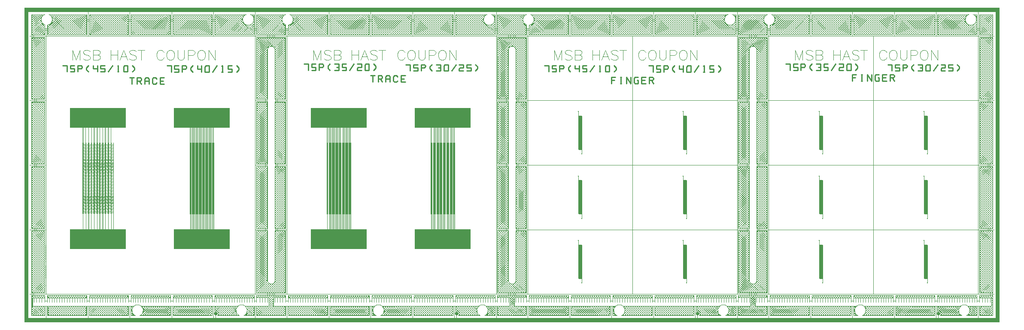
<source format=gbr>
*
%FSLAX45Y45*%
%MOMM*%
%ADD10C,0.050800*%
%ADD11C,0.025400*%
%ADD12R,0.010210X0.010210*%
%ADD13C,0.110000*%
%ADD14C,0.050000*%
%ADD15R,0.800000X0.800000*%
%ADD16C,0.053000*%
%ADD17C,0.063000*%
%ADD18C,0.048000*%
%ADD19C,0.058000*%
%ADD20C,0.107000*%
%ADD21C,0.300000*%
%ADD22C,0.100000*%
%ADD23R,0.066000X0.066000*%
%ADD24R,0.063000X0.063000*%
%ADD25R,0.058000X0.058000*%
%ADD26R,0.040000X0.040000*%
%ADD27R,0.025400X0.025400*%
%ADD28C,0.250000*%
%ADD29R,11.000000X4.000000*%
%IPPOS*%
%LNl1.gbr*%
%LPD*%
G75*
G54D10*
X017879540Y000067000D02*
X017935460D01*
X017879540Y000067022D02*
X017935459D01*
X017879540Y000066978D02*
X017935459D01*
X017879654Y000069629D02*
X017935346D01*
X017879654Y000064371D02*
X017935346D01*
X017879654Y000064369D02*
X017935346D01*
X017879654Y000069632D02*
X017935346D01*
X017879658Y000069682D02*
X017935342D01*
X017879658Y000064318D02*
X017935342D01*
X017879658Y000064316D02*
X017935341D01*
X017879658Y000069684D02*
X017935342D01*
X017879999Y000072266D02*
X017935001D01*
X017879999Y000061734D02*
X017935001D01*
X017879999Y000072268D02*
X017935001D01*
X017880008Y000072316D02*
X017934992D01*
X017880000Y000061726D02*
X017935000D01*
X017880007Y000061685D02*
X017934992D01*
X017880008Y000072317D02*
X017934992D01*
X017880653Y000074870D02*
X017934347D01*
X017880008Y000061681D02*
X017934991D01*
X017880653Y000059130D02*
X017934346D01*
X017880654Y000059128D02*
X017934346D01*
X017880654Y000074872D02*
X017934346D01*
X017880667Y000074913D02*
X017934333D01*
X017880667Y000059086D02*
X017934333D01*
X017880672Y000074929D02*
X017934328D01*
X017880670Y000059075D02*
X017934329D01*
X017881533Y000077402D02*
X017933467D01*
X017881535Y000077407D02*
X017933465D01*
X017881534Y000056596D02*
X017933466D01*
X017881554Y000077451D02*
X017933446D01*
X017881537Y000056590D02*
X017933463D01*
X017881555Y000077454D02*
X017933445D01*
X017881555Y000056547D02*
X017933446D01*
X017882664Y000079866D02*
X017932336D01*
X017881557Y000056540D02*
X017933443D01*
X017882663Y000054135D02*
X017932336D01*
X017882665Y000054133D02*
X017932335D01*
X017882665Y000079868D02*
X017932335D01*
X017882690Y000079916D02*
X017932310D01*
X017882688Y000054087D02*
X017932312D01*
X017882689Y000054085D02*
X017932311D01*
X017882691Y000079917D02*
X017932309D01*
X017884030Y000082217D02*
X017930971D01*
X017884029Y000051782D02*
X017930970D01*
X017884036Y000082226D02*
X017930965D01*
X017884035Y000051774D02*
X017930964D01*
X017884061Y000082267D02*
X017930939D01*
X017884061Y000051733D02*
X017930938D01*
X017884063Y000082268D02*
X017930938D01*
X017884062Y000051731D02*
X017930937D01*
X017885651Y000084473D02*
X017929349D01*
X017885651Y000049527D02*
X017929349D01*
X017885653Y000084476D02*
X017929347D01*
X017885653Y000049524D02*
X017929347D01*
X017885684Y000084516D02*
X017929316D01*
X017885684Y000049483D02*
X017929316D01*
X017885686Y000084519D02*
X017929314D01*
X017885686Y000049481D02*
X017929314D01*
X017887511Y000086588D02*
X017927489D01*
X017887513Y000086591D02*
X017927487D01*
X017887511Y000047411D02*
X017927489D01*
X017887547Y000086628D02*
X017927453D01*
X017887513Y000047409D02*
X017927487D01*
X017887547Y000086628D02*
X017927452D01*
X017889638Y000088551D02*
X017925362D01*
X017887547Y000047372D02*
X017927453D01*
X017887547Y000047372D02*
X017927453D01*
X017889640Y000088552D02*
X017925361D01*
X017889638Y000045449D02*
X017925361D01*
X017889679Y000088582D02*
X017925321D01*
X017889639Y000045448D02*
X017925360D01*
X017889678Y000045418D02*
X017925321D01*
X017889680Y000088583D02*
X017925320D01*
X017889680Y000045417D02*
X017925320D01*
X017892083Y000090344D02*
X017922915D01*
X017892085Y000043656D02*
X017922917D01*
X017892085Y000043656D02*
X017922916D01*
X017892083Y000090344D02*
X017922915D01*
X017892133Y000090375D02*
X017922865D01*
X017892134Y000043624D02*
X017922867D01*
X017892136Y000090378D02*
X017922862D01*
X017892138Y000043622D02*
X017922863D01*
X017894886Y000091967D02*
X017920113D01*
X017894886Y000091968D02*
X017920113D01*
X017894940Y000091996D02*
X017920059D01*
X017894887Y000042032D02*
X017920113D01*
X017894888Y000042032D02*
X017920113D01*
X017894945Y000091998D02*
X017920054D01*
X017894942Y000042004D02*
X017920059D01*
X017898222Y000093403D02*
X017916779D01*
X017894947Y000042001D02*
X017920053D01*
X017898225Y000093404D02*
X017916776D01*
X017898221Y000040597D02*
X017916778D01*
X017898298Y000093427D02*
X017916703D01*
X017898224Y000040596D02*
X017916775D01*
X017898313Y000093431D02*
X017916687D01*
X017898298Y000040573D02*
X017916701D01*
X017898312Y000040568D02*
X017916687D01*
X017903071Y000094629D02*
X017911927D01*
X017903057Y000039373D02*
X017911943D01*
X017903080Y000094630D02*
X017911917D01*
X017903072Y000039371D02*
X017911927D01*
X017903243Y000094652D02*
X017911754D01*
X017903251Y000094653D02*
X017911747D01*
X017903245Y000039348D02*
X017911755D01*
X017879651Y000064482D02*
X017879538Y000067089D01*
X017935462D02*
X017935348Y000064482D01*
X017879538Y000066911D02*
X017879651Y000069519D01*
X017935348Y000069519D02*
X017935462Y000066911D01*
X017879651Y000064480D02*
Y000064482D01*
X017935348Y000069521D02*
Y000069519D01*
X017935363Y000064651D02*
X017935363Y000064649D01*
X017879977Y000062067D02*
X017879636Y000064649D01*
X017935363Y000064649D02*
X017935022Y000062067D01*
X017879636Y000069350D02*
X017879637Y000069352D01*
X017879977Y000071934D01*
X017935023Y000071934D02*
X017935363Y000069352D01*
X017879978Y000062059D02*
X017879977Y000062067D01*
X017935022Y000071935D02*
X017935023Y000071934D01*
X017935052Y000062234D02*
X017935052Y000062231D01*
X017879947Y000071767D02*
X017879948Y000071768D01*
X017880513Y000074321D01*
X017934487Y000074321D02*
X017935052Y000071768D01*
X017880513Y000059679D02*
X017879948Y000062231D01*
X017935052D02*
X017934486Y000059679D01*
X017880514Y000059677D02*
X017880513Y000059679D01*
X017934486Y000074323D02*
X017934487Y000074321D01*
X017934532Y000059850D02*
X017934528Y000059839D01*
X017880468Y000074150D02*
X017880473Y000074166D01*
X017881253Y000057360D02*
X017880471Y000059839D01*
X017934528Y000059839D02*
X017933747Y000057359D01*
X017880473Y000074166D02*
X017881252Y000076638D01*
X017933748Y000076638D02*
X017934527Y000074165D01*
X017881252Y000076638D02*
X017881254Y000076644D01*
X017933747Y000057359D02*
X017933745Y000057353D01*
X017881193Y000076479D02*
X017881194Y000076482D01*
X017881197Y000057512D02*
X017881194Y000057519D01*
Y000076482D02*
X017882194Y000078894D01*
X017932806Y000078894D02*
X017933805Y000076482D01*
X017882194Y000055107D02*
X017881197Y000057512D01*
X017933803D02*
X017932806Y000055107D01*
X017882194Y000055105D02*
X017882194Y000055107D01*
X017932805Y000078896D02*
X017932806Y000078894D01*
X017932877Y000055260D02*
X017932876Y000055257D01*
X017883322Y000052954D02*
X017882124Y000055257D01*
X017932876Y000055257D02*
X017931678Y000052955D01*
X017932875Y000078745D02*
X017932876Y000078743D01*
X017882126Y000078746D02*
X017883322Y000081045D01*
X017931678Y000081044D02*
X017932875Y000078745D01*
X017883326Y000052946D02*
X017883322Y000052954D01*
X017931674Y000081053D02*
X017931678Y000081044D01*
X017931762Y000053098D02*
X017931761Y000053096D01*
X017883238Y000080902D02*
X017883239Y000080903D01*
X017884644Y000050891D02*
X017883239Y000053096D01*
X017931761Y000053096D02*
X017930355Y000050892D01*
X017883239Y000080903D02*
X017884644Y000083108D01*
X017930356Y000083109D02*
X017931760Y000080904D01*
X017930355Y000050892D02*
X017930354Y000050889D01*
X017884644Y000083108D02*
X017884646Y000083111D01*
X017930453Y000051030D02*
X017930451Y000051027D01*
X017884547Y000082970D02*
X017884549Y000082972D01*
X017886137Y000048959D02*
X017884547Y000051029D01*
X017930451Y000051027D02*
X017928863Y000048958D01*
X017884549Y000082972D02*
X017886137Y000085042D01*
X017928863Y000085041D02*
X017930453Y000082971D01*
X017928861Y000085043D02*
X017928863Y000085041D01*
X017886139Y000048957D02*
X017886137Y000048959D01*
X017886029Y000084912D02*
X017887790Y000086835D01*
X017927209Y000086835D02*
X017928970Y000084913D01*
X017887790Y000047165D02*
X017886029Y000049087D01*
X017928971Y000049087D02*
X017927210Y000047165D01*
X017927209Y000086836D02*
X017927209Y000086835D01*
X017887791Y000047164D02*
X017887790Y000047165D01*
X017927336Y000047291D02*
X017927335Y000047290D01*
X017887664Y000086709D02*
X017887665Y000086710D01*
X017889587Y000045529D02*
X017887665Y000047290D01*
X017927335D02*
X017925412Y000045529D01*
X017887665Y000086710D02*
X017889587Y000088471D01*
X017925413D02*
X017927335Y000086710D01*
X017925543Y000045639D02*
X017925540Y000045636D01*
X017889457Y000088361D02*
X017889460Y000088363D01*
X017891529Y000044047D02*
X017889458Y000045637D01*
X017925540Y000045636D02*
X017923471Y000044047D01*
X017889460Y000088363D02*
X017891529Y000089953D01*
X017923470Y000089952D02*
X017925542Y000088363D01*
X017923606Y000089856D02*
X017923611Y000089854D01*
X017891393Y000044143D02*
X017891389Y000044146D01*
X017891391Y000089856D02*
X017893596Y000091260D01*
X017921403Y000091261D02*
X017923606Y000089856D01*
X017893597Y000042739D02*
X017891393Y000044143D01*
X017923609Y000044144D02*
X017921404Y000042739D01*
X017921402Y000091262D02*
X017921403Y000091261D01*
X017893598Y000042738D02*
X017893597Y000042739D01*
X017893446Y000091174D02*
X017893455Y000091178D01*
X017921554Y000042826D02*
X017921545Y000042822D01*
X017895754Y000041626D02*
X017893454Y000042822D01*
X017921545D02*
X017919246Y000041626D01*
X017893455Y000091178D02*
X017895757Y000092376D01*
X017919243Y000092376D02*
X017921545Y000091178D01*
X017919246Y000041626D02*
X017919243Y000041624D01*
X017919240Y000092377D02*
X017919243Y000092376D01*
X017895604Y000092305D02*
X017895606Y000092306D01*
G54D11*
X017899547Y000038848D02*
X017915454D01*
G54D10*
X017898019Y000040694D02*
X017895606Y000041694D01*
X017919395D02*
X017916981Y000040694D01*
G54D11*
X017899543Y000095151D02*
X017915455D01*
G54D10*
X017895606Y000092306D02*
X017898012Y000093303D01*
X017916988D02*
X017919393Y000092306D01*
X017898012Y000093303D02*
X017898018Y000093305D01*
X017898021Y000040693D02*
X017898019Y000040694D01*
X017917140Y000093247D02*
X017917147Y000093245D01*
X017897858Y000040753D02*
X017897856Y000040754D01*
X017900340Y000039971D02*
X017897858Y000040753D01*
X017917140Y000040753D02*
X017914660Y000039971D01*
X017897862Y000093248D02*
X017900335Y000094027D01*
X017914665Y000094027D02*
X017917140Y000093247D01*
X017914650Y000094032D02*
X017914665Y000094027D01*
X017900350Y000039968D02*
X017900340Y000039971D01*
X017900177Y000093986D02*
X017902732Y000094552D01*
X017912266D02*
X017914821Y000093986D01*
X017902731Y000039448D02*
X017900179Y000040013D01*
X017914823Y000040014D02*
X017912269Y000039448D01*
X017902733Y000039447D02*
X017902731Y000039448D01*
X017912441Y000039478D02*
X017912433Y000039477D01*
X017902565Y000094522D02*
X017905148Y000094863D01*
X017909849D02*
X017912433Y000094522D01*
X017905150Y000039136D02*
X017902566Y000039477D01*
X017912433D02*
X017909851Y000039136D01*
X017904979Y000094848D02*
X017907587Y000094962D01*
X017907409D02*
X017910018Y000094848D01*
X017907590Y000039038D02*
X017904981Y000039151D01*
X017910020D02*
X017907413Y000039038D01*
G54D11*
X017878271Y000067000D02*
G02X017878271Y000067000I000029229J000000000D01*
G54D10*
X013129540D02*
G01X013185460D01*
X013129540Y000067022D02*
X013185459D01*
X013129540Y000066978D02*
X013185459D01*
X013129654Y000069629D02*
X013185346D01*
X013129654Y000064371D02*
X013185346D01*
X013129654Y000064369D02*
X013185346D01*
X013129654Y000069632D02*
X013185346D01*
X013129658Y000069682D02*
X013185342D01*
X013129658Y000064318D02*
X013185342D01*
X013129658Y000064316D02*
X013185341D01*
X013129658Y000069684D02*
X013185342D01*
X013129999Y000072266D02*
X013185001D01*
X013129999Y000061734D02*
X013185001D01*
X013129999Y000072268D02*
X013185001D01*
X013130008Y000072316D02*
X013184992D01*
X013130000Y000061726D02*
X013185000D01*
X013130007Y000061685D02*
X013184992D01*
X013130008Y000072317D02*
X013184992D01*
X013130653Y000074870D02*
X013184347D01*
X013130008Y000061681D02*
X013184991D01*
X013130653Y000059130D02*
X013184346D01*
X013130654Y000059128D02*
X013184346D01*
X013130654Y000074872D02*
X013184346D01*
X013130667Y000074913D02*
X013184333D01*
X013130667Y000059086D02*
X013184333D01*
X013130672Y000074929D02*
X013184328D01*
X013130670Y000059075D02*
X013184329D01*
X013131533Y000077402D02*
X013183467D01*
X013131535Y000077407D02*
X013183465D01*
X013131534Y000056596D02*
X013183466D01*
X013131554Y000077451D02*
X013183446D01*
X013131537Y000056590D02*
X013183463D01*
X013131555Y000077454D02*
X013183445D01*
X013131555Y000056547D02*
X013183446D01*
X013132664Y000079866D02*
X013182336D01*
X013131557Y000056540D02*
X013183443D01*
X013132663Y000054135D02*
X013182336D01*
X013132665Y000054133D02*
X013182335D01*
X013132665Y000079868D02*
X013182335D01*
X013132690Y000079916D02*
X013182310D01*
X013132688Y000054087D02*
X013182312D01*
X013132689Y000054085D02*
X013182311D01*
X013132691Y000079917D02*
X013182309D01*
X013134030Y000082217D02*
X013180971D01*
X013134029Y000051782D02*
X013180970D01*
X013134036Y000082226D02*
X013180965D01*
X013134035Y000051774D02*
X013180964D01*
X013134061Y000082267D02*
X013180939D01*
X013134061Y000051733D02*
X013180938D01*
X013134063Y000082268D02*
X013180938D01*
X013134062Y000051731D02*
X013180937D01*
X013135651Y000084473D02*
X013179349D01*
X013135651Y000049527D02*
X013179349D01*
X013135653Y000084476D02*
X013179347D01*
X013135653Y000049524D02*
X013179347D01*
X013135684Y000084516D02*
X013179316D01*
X013135684Y000049483D02*
X013179316D01*
X013135686Y000084519D02*
X013179314D01*
X013135686Y000049481D02*
X013179314D01*
X013137511Y000086588D02*
X013177489D01*
X013137513Y000086591D02*
X013177487D01*
X013137511Y000047411D02*
X013177489D01*
X013137547Y000086628D02*
X013177453D01*
X013137513Y000047409D02*
X013177487D01*
X013137547Y000086628D02*
X013177452D01*
X013139638Y000088551D02*
X013175362D01*
X013137547Y000047372D02*
X013177453D01*
X013137547Y000047372D02*
X013177453D01*
X013139640Y000088552D02*
X013175361D01*
X013139638Y000045449D02*
X013175361D01*
X013139679Y000088582D02*
X013175321D01*
X013139639Y000045448D02*
X013175360D01*
X013139678Y000045418D02*
X013175321D01*
X013139680Y000088583D02*
X013175320D01*
X013139680Y000045417D02*
X013175320D01*
X013142083Y000090344D02*
X013172915D01*
X013142085Y000043656D02*
X013172917D01*
X013142085Y000043656D02*
X013172916D01*
X013142083Y000090344D02*
X013172915D01*
X013142133Y000090375D02*
X013172865D01*
X013142134Y000043624D02*
X013172867D01*
X013142136Y000090378D02*
X013172862D01*
X013142138Y000043622D02*
X013172863D01*
X013144886Y000091967D02*
X013170113D01*
X013144886Y000091968D02*
X013170113D01*
X013144940Y000091996D02*
X013170059D01*
X013144887Y000042032D02*
X013170113D01*
X013144888Y000042032D02*
X013170113D01*
X013144945Y000091998D02*
X013170054D01*
X013144942Y000042004D02*
X013170059D01*
X013148222Y000093403D02*
X013166779D01*
X013144947Y000042001D02*
X013170053D01*
X013148225Y000093404D02*
X013166776D01*
X013148221Y000040597D02*
X013166778D01*
X013148298Y000093427D02*
X013166703D01*
X013148224Y000040596D02*
X013166775D01*
X013148313Y000093431D02*
X013166687D01*
X013148298Y000040573D02*
X013166701D01*
X013148312Y000040568D02*
X013166687D01*
X013153071Y000094629D02*
X013161927D01*
X013153057Y000039373D02*
X013161943D01*
X013153080Y000094630D02*
X013161917D01*
X013153072Y000039371D02*
X013161927D01*
X013153243Y000094652D02*
X013161754D01*
X013153251Y000094653D02*
X013161747D01*
X013153245Y000039348D02*
X013161755D01*
X013129651Y000064482D02*
X013129538Y000067089D01*
X013185462D02*
X013185348Y000064482D01*
X013129538Y000066911D02*
X013129651Y000069519D01*
X013185348Y000069519D02*
X013185462Y000066911D01*
X013129651Y000064480D02*
Y000064482D01*
X013185348Y000069521D02*
Y000069519D01*
X013185363Y000064651D02*
X013185363Y000064649D01*
X013129977Y000062067D02*
X013129636Y000064649D01*
X013185363Y000064649D02*
X013185022Y000062067D01*
X013129636Y000069350D02*
X013129637Y000069352D01*
X013129977Y000071934D01*
X013185023Y000071934D02*
X013185363Y000069352D01*
X013129978Y000062059D02*
X013129977Y000062067D01*
X013185022Y000071935D02*
X013185023Y000071934D01*
X013185052Y000062234D02*
X013185052Y000062231D01*
X013129947Y000071767D02*
X013129948Y000071768D01*
X013130513Y000074321D01*
X013184487Y000074321D02*
X013185052Y000071768D01*
X013130513Y000059679D02*
X013129948Y000062231D01*
X013185052D02*
X013184486Y000059679D01*
X013130514Y000059677D02*
X013130513Y000059679D01*
X013184486Y000074323D02*
X013184487Y000074321D01*
X013184532Y000059850D02*
X013184528Y000059839D01*
X013130468Y000074150D02*
X013130473Y000074166D01*
X013131253Y000057360D02*
X013130471Y000059839D01*
X013184528Y000059839D02*
X013183747Y000057359D01*
X013130473Y000074166D02*
X013131252Y000076638D01*
X013183748Y000076638D02*
X013184527Y000074165D01*
X013131252Y000076638D02*
X013131254Y000076644D01*
X013183747Y000057359D02*
X013183745Y000057353D01*
X013131193Y000076479D02*
X013131194Y000076482D01*
X013131197Y000057512D02*
X013131194Y000057519D01*
Y000076482D02*
X013132194Y000078894D01*
X013182806Y000078894D02*
X013183805Y000076482D01*
X013132194Y000055107D02*
X013131197Y000057512D01*
X013183803D02*
X013182806Y000055107D01*
X013132194Y000055105D02*
X013132194Y000055107D01*
X013182805Y000078896D02*
X013182806Y000078894D01*
X013182877Y000055260D02*
X013182876Y000055257D01*
X013133322Y000052954D02*
X013132124Y000055257D01*
X013182876Y000055257D02*
X013181678Y000052955D01*
X013182875Y000078745D02*
X013182876Y000078743D01*
X013132126Y000078746D02*
X013133322Y000081045D01*
X013181678Y000081044D02*
X013182875Y000078745D01*
X013133326Y000052946D02*
X013133322Y000052954D01*
X013181674Y000081053D02*
X013181678Y000081044D01*
X013181762Y000053098D02*
X013181761Y000053096D01*
X013133238Y000080902D02*
X013133239Y000080903D01*
X013134644Y000050891D02*
X013133239Y000053096D01*
X013181761Y000053096D02*
X013180355Y000050892D01*
X013133239Y000080903D02*
X013134644Y000083108D01*
X013180356Y000083109D02*
X013181760Y000080904D01*
X013180355Y000050892D02*
X013180354Y000050889D01*
X013134644Y000083108D02*
X013134646Y000083111D01*
X013180453Y000051030D02*
X013180451Y000051027D01*
X013134547Y000082970D02*
X013134549Y000082972D01*
X013136137Y000048959D02*
X013134547Y000051029D01*
X013180451Y000051027D02*
X013178863Y000048958D01*
X013134549Y000082972D02*
X013136137Y000085042D01*
X013178863Y000085041D02*
X013180453Y000082971D01*
X013178861Y000085043D02*
X013178863Y000085041D01*
X013136139Y000048957D02*
X013136137Y000048959D01*
X013136029Y000084912D02*
X013137790Y000086835D01*
X013177209Y000086835D02*
X013178970Y000084913D01*
X013137790Y000047165D02*
X013136029Y000049087D01*
X013178971Y000049087D02*
X013177210Y000047165D01*
X013177209Y000086836D02*
X013177209Y000086835D01*
X013137791Y000047164D02*
X013137790Y000047165D01*
X013177336Y000047291D02*
X013177335Y000047290D01*
X013137664Y000086709D02*
X013137665Y000086710D01*
X013139587Y000045529D02*
X013137665Y000047290D01*
X013177335D02*
X013175412Y000045529D01*
X013137665Y000086710D02*
X013139587Y000088471D01*
X013175413D02*
X013177335Y000086710D01*
X013175543Y000045639D02*
X013175540Y000045636D01*
X013139457Y000088361D02*
X013139460Y000088363D01*
X013141529Y000044047D02*
X013139458Y000045637D01*
X013175540Y000045636D02*
X013173471Y000044047D01*
X013139460Y000088363D02*
X013141529Y000089953D01*
X013173470Y000089952D02*
X013175542Y000088363D01*
X013173606Y000089856D02*
X013173611Y000089854D01*
X013141393Y000044143D02*
X013141389Y000044146D01*
X013141391Y000089856D02*
X013143596Y000091260D01*
X013171403Y000091261D02*
X013173606Y000089856D01*
X013143597Y000042739D02*
X013141393Y000044143D01*
X013173609Y000044144D02*
X013171404Y000042739D01*
X013171402Y000091262D02*
X013171403Y000091261D01*
X013143598Y000042738D02*
X013143597Y000042739D01*
X013143446Y000091174D02*
X013143455Y000091178D01*
X013171554Y000042826D02*
X013171545Y000042822D01*
X013145754Y000041626D02*
X013143454Y000042822D01*
X013171545D02*
X013169246Y000041626D01*
X013143455Y000091178D02*
X013145757Y000092376D01*
X013169243Y000092376D02*
X013171545Y000091178D01*
X013169246Y000041626D02*
X013169243Y000041624D01*
X013169240Y000092377D02*
X013169243Y000092376D01*
X013145604Y000092305D02*
X013145606Y000092306D01*
G54D11*
X013149547Y000038848D02*
X013165454D01*
G54D10*
X013148019Y000040694D02*
X013145606Y000041694D01*
X013169395D02*
X013166981Y000040694D01*
G54D11*
X013149543Y000095151D02*
X013165455D01*
G54D10*
X013145606Y000092306D02*
X013148012Y000093303D01*
X013166988D02*
X013169393Y000092306D01*
X013148012Y000093303D02*
X013148018Y000093305D01*
X013148021Y000040693D02*
X013148019Y000040694D01*
X013167140Y000093247D02*
X013167147Y000093245D01*
X013147858Y000040753D02*
X013147856Y000040754D01*
X013150340Y000039971D02*
X013147858Y000040753D01*
X013167140Y000040753D02*
X013164660Y000039971D01*
X013147862Y000093248D02*
X013150335Y000094027D01*
X013164665Y000094027D02*
X013167140Y000093247D01*
X013164650Y000094032D02*
X013164665Y000094027D01*
X013150350Y000039968D02*
X013150340Y000039971D01*
X013150177Y000093986D02*
X013152732Y000094552D01*
X013162266D02*
X013164821Y000093986D01*
X013152731Y000039448D02*
X013150179Y000040013D01*
X013164823Y000040014D02*
X013162269Y000039448D01*
X013152733Y000039447D02*
X013152731Y000039448D01*
X013162441Y000039478D02*
X013162433Y000039477D01*
X013152565Y000094522D02*
X013155148Y000094863D01*
X013159849D02*
X013162433Y000094522D01*
X013155150Y000039136D02*
X013152566Y000039477D01*
X013162433D02*
X013159851Y000039136D01*
X013154979Y000094848D02*
X013157587Y000094962D01*
X013157409D02*
X013160018Y000094848D01*
X013157590Y000039038D02*
X013154981Y000039151D01*
X013160020D02*
X013157413Y000039038D01*
G54D11*
X013128271Y000067000D02*
G02X013128271Y000067000I000029229J000000000D01*
G54D10*
X008379540D02*
G01X008435460D01*
X008379540Y000067022D02*
X008435459D01*
X008379540Y000066978D02*
X008435459D01*
X008379654Y000069629D02*
X008435346D01*
X008379654Y000064371D02*
X008435346D01*
X008379654Y000064369D02*
X008435346D01*
X008379654Y000069632D02*
X008435346D01*
X008379658Y000069682D02*
X008435342D01*
X008379658Y000064318D02*
X008435342D01*
X008379658Y000064316D02*
X008435341D01*
X008379658Y000069684D02*
X008435342D01*
X008379999Y000072266D02*
X008435001D01*
X008379999Y000061734D02*
X008435001D01*
X008379999Y000072268D02*
X008435001D01*
X008380008Y000072316D02*
X008434992D01*
X008380000Y000061726D02*
X008435000D01*
X008380007Y000061685D02*
X008434992D01*
X008380008Y000072317D02*
X008434992D01*
X008380653Y000074870D02*
X008434347D01*
X008380008Y000061681D02*
X008434991D01*
X008380653Y000059130D02*
X008434346D01*
X008380654Y000059128D02*
X008434346D01*
X008380654Y000074872D02*
X008434346D01*
X008380667Y000074913D02*
X008434333D01*
X008380667Y000059086D02*
X008434333D01*
X008380672Y000074929D02*
X008434328D01*
X008380670Y000059075D02*
X008434329D01*
X008381533Y000077402D02*
X008433467D01*
X008381535Y000077407D02*
X008433465D01*
X008381534Y000056596D02*
X008433466D01*
X008381554Y000077451D02*
X008433446D01*
X008381537Y000056590D02*
X008433463D01*
X008381555Y000077454D02*
X008433445D01*
X008381555Y000056547D02*
X008433446D01*
X008382664Y000079866D02*
X008432336D01*
X008381557Y000056540D02*
X008433443D01*
X008382663Y000054135D02*
X008432336D01*
X008382665Y000054133D02*
X008432335D01*
X008382665Y000079868D02*
X008432335D01*
X008382690Y000079916D02*
X008432310D01*
X008382688Y000054087D02*
X008432312D01*
X008382689Y000054085D02*
X008432311D01*
X008382691Y000079917D02*
X008432309D01*
X008384030Y000082217D02*
X008430971D01*
X008384029Y000051782D02*
X008430970D01*
X008384036Y000082226D02*
X008430965D01*
X008384035Y000051774D02*
X008430964D01*
X008384061Y000082267D02*
X008430939D01*
X008384061Y000051733D02*
X008430938D01*
X008384063Y000082268D02*
X008430938D01*
X008384062Y000051731D02*
X008430937D01*
X008385651Y000084473D02*
X008429349D01*
X008385651Y000049527D02*
X008429349D01*
X008385653Y000084476D02*
X008429347D01*
X008385653Y000049524D02*
X008429347D01*
X008385684Y000084516D02*
X008429316D01*
X008385684Y000049483D02*
X008429316D01*
X008385686Y000084519D02*
X008429314D01*
X008385686Y000049481D02*
X008429314D01*
X008387511Y000086588D02*
X008427489D01*
X008387513Y000086591D02*
X008427487D01*
X008387511Y000047411D02*
X008427489D01*
X008387547Y000086628D02*
X008427453D01*
X008387513Y000047409D02*
X008427487D01*
X008387547Y000086628D02*
X008427452D01*
X008389638Y000088551D02*
X008425362D01*
X008387547Y000047372D02*
X008427453D01*
X008387547Y000047372D02*
X008427453D01*
X008389640Y000088552D02*
X008425361D01*
X008389638Y000045449D02*
X008425361D01*
X008389679Y000088582D02*
X008425321D01*
X008389639Y000045448D02*
X008425360D01*
X008389678Y000045418D02*
X008425321D01*
X008389680Y000088583D02*
X008425320D01*
X008389680Y000045417D02*
X008425320D01*
X008392083Y000090344D02*
X008422915D01*
X008392085Y000043656D02*
X008422917D01*
X008392085Y000043656D02*
X008422916D01*
X008392083Y000090344D02*
X008422915D01*
X008392133Y000090375D02*
X008422865D01*
X008392134Y000043624D02*
X008422867D01*
X008392136Y000090378D02*
X008422862D01*
X008392138Y000043622D02*
X008422863D01*
X008394886Y000091967D02*
X008420113D01*
X008394886Y000091968D02*
X008420113D01*
X008394940Y000091996D02*
X008420059D01*
X008394887Y000042032D02*
X008420113D01*
X008394888Y000042032D02*
X008420113D01*
X008394945Y000091998D02*
X008420054D01*
X008394942Y000042004D02*
X008420059D01*
X008398222Y000093403D02*
X008416779D01*
X008394947Y000042001D02*
X008420053D01*
X008398225Y000093404D02*
X008416776D01*
X008398221Y000040597D02*
X008416778D01*
X008398298Y000093427D02*
X008416703D01*
X008398224Y000040596D02*
X008416775D01*
X008398313Y000093431D02*
X008416687D01*
X008398298Y000040573D02*
X008416701D01*
X008398312Y000040568D02*
X008416687D01*
X008403071Y000094629D02*
X008411927D01*
X008403057Y000039373D02*
X008411943D01*
X008403080Y000094630D02*
X008411917D01*
X008403072Y000039371D02*
X008411927D01*
X008403243Y000094652D02*
X008411754D01*
X008403251Y000094653D02*
X008411747D01*
X008403245Y000039348D02*
X008411755D01*
X008379651Y000064482D02*
X008379538Y000067089D01*
X008435462D02*
X008435348Y000064482D01*
X008379538Y000066911D02*
X008379651Y000069519D01*
X008435348Y000069519D02*
X008435462Y000066911D01*
X008379651Y000064480D02*
Y000064482D01*
X008435348Y000069521D02*
Y000069519D01*
X008435363Y000064651D02*
X008435363Y000064649D01*
X008379977Y000062067D02*
X008379636Y000064649D01*
X008435363Y000064649D02*
X008435022Y000062067D01*
X008379636Y000069350D02*
X008379637Y000069352D01*
X008379977Y000071934D01*
X008435023Y000071934D02*
X008435363Y000069352D01*
X008379978Y000062059D02*
X008379977Y000062067D01*
X008435022Y000071935D02*
X008435023Y000071934D01*
X008435052Y000062234D02*
X008435052Y000062231D01*
X008379947Y000071767D02*
X008379948Y000071768D01*
X008380513Y000074321D01*
X008434487Y000074321D02*
X008435052Y000071768D01*
X008380513Y000059679D02*
X008379948Y000062231D01*
X008435052D02*
X008434486Y000059679D01*
X008380514Y000059677D02*
X008380513Y000059679D01*
X008434486Y000074323D02*
X008434487Y000074321D01*
X008434532Y000059850D02*
X008434528Y000059839D01*
X008380468Y000074150D02*
X008380473Y000074166D01*
X008381253Y000057360D02*
X008380471Y000059839D01*
X008434528Y000059839D02*
X008433747Y000057359D01*
X008380473Y000074166D02*
X008381252Y000076638D01*
X008433748Y000076638D02*
X008434527Y000074165D01*
X008381252Y000076638D02*
X008381254Y000076644D01*
X008433747Y000057359D02*
X008433745Y000057353D01*
X008381193Y000076479D02*
X008381194Y000076482D01*
X008381197Y000057512D02*
X008381194Y000057519D01*
Y000076482D02*
X008382194Y000078894D01*
X008432806Y000078894D02*
X008433805Y000076482D01*
X008382194Y000055107D02*
X008381197Y000057512D01*
X008433803D02*
X008432806Y000055107D01*
X008382194Y000055105D02*
X008382194Y000055107D01*
X008432805Y000078896D02*
X008432806Y000078894D01*
X008432877Y000055260D02*
X008432876Y000055257D01*
X008383322Y000052954D02*
X008382124Y000055257D01*
X008432876Y000055257D02*
X008431678Y000052955D01*
X008432875Y000078745D02*
X008432876Y000078743D01*
X008382126Y000078746D02*
X008383322Y000081045D01*
X008431678Y000081044D02*
X008432875Y000078745D01*
X008383326Y000052946D02*
X008383322Y000052954D01*
X008431674Y000081053D02*
X008431678Y000081044D01*
X008431762Y000053098D02*
X008431761Y000053096D01*
X008383238Y000080902D02*
X008383239Y000080903D01*
X008384644Y000050891D02*
X008383239Y000053096D01*
X008431761Y000053096D02*
X008430355Y000050892D01*
X008383239Y000080903D02*
X008384644Y000083108D01*
X008430356Y000083109D02*
X008431760Y000080904D01*
X008430355Y000050892D02*
X008430354Y000050889D01*
X008384644Y000083108D02*
X008384646Y000083111D01*
X008430453Y000051030D02*
X008430451Y000051027D01*
X008384547Y000082970D02*
X008384549Y000082972D01*
X008386137Y000048959D02*
X008384547Y000051029D01*
X008430451Y000051027D02*
X008428863Y000048958D01*
X008384549Y000082972D02*
X008386137Y000085042D01*
X008428863Y000085041D02*
X008430453Y000082971D01*
X008428861Y000085043D02*
X008428863Y000085041D01*
X008386139Y000048957D02*
X008386137Y000048959D01*
X008386029Y000084912D02*
X008387790Y000086835D01*
X008427209Y000086835D02*
X008428970Y000084913D01*
X008387790Y000047165D02*
X008386029Y000049087D01*
X008428971Y000049087D02*
X008427210Y000047165D01*
X008427209Y000086836D02*
X008427209Y000086835D01*
X008387791Y000047164D02*
X008387790Y000047165D01*
X008427336Y000047291D02*
X008427335Y000047290D01*
X008387664Y000086709D02*
X008387665Y000086710D01*
X008389587Y000045529D02*
X008387665Y000047290D01*
X008427335D02*
X008425412Y000045529D01*
X008387665Y000086710D02*
X008389587Y000088471D01*
X008425413D02*
X008427335Y000086710D01*
X008425543Y000045639D02*
X008425540Y000045636D01*
X008389457Y000088361D02*
X008389460Y000088363D01*
X008391529Y000044047D02*
X008389458Y000045637D01*
X008425540Y000045636D02*
X008423471Y000044047D01*
X008389460Y000088363D02*
X008391529Y000089953D01*
X008423470Y000089952D02*
X008425542Y000088363D01*
X008423606Y000089856D02*
X008423611Y000089854D01*
X008391393Y000044143D02*
X008391389Y000044146D01*
X008391391Y000089856D02*
X008393596Y000091260D01*
X008421403Y000091261D02*
X008423606Y000089856D01*
X008393597Y000042739D02*
X008391393Y000044143D01*
X008423609Y000044144D02*
X008421404Y000042739D01*
X008421402Y000091262D02*
X008421403Y000091261D01*
X008393598Y000042738D02*
X008393597Y000042739D01*
X008393446Y000091174D02*
X008393455Y000091178D01*
X008421554Y000042826D02*
X008421545Y000042822D01*
X008395754Y000041626D02*
X008393454Y000042822D01*
X008421545D02*
X008419246Y000041626D01*
X008393455Y000091178D02*
X008395757Y000092376D01*
X008419243Y000092376D02*
X008421545Y000091178D01*
X008419246Y000041626D02*
X008419243Y000041624D01*
X008419240Y000092377D02*
X008419243Y000092376D01*
X008395604Y000092305D02*
X008395606Y000092306D01*
G54D11*
X008399547Y000038848D02*
X008415454D01*
G54D10*
X008398019Y000040694D02*
X008395606Y000041694D01*
X008419395D02*
X008416981Y000040694D01*
G54D11*
X008399543Y000095151D02*
X008415455D01*
G54D10*
X008395606Y000092306D02*
X008398012Y000093303D01*
X008416988D02*
X008419393Y000092306D01*
X008398012Y000093303D02*
X008398018Y000093305D01*
X008398021Y000040693D02*
X008398019Y000040694D01*
X008417140Y000093247D02*
X008417147Y000093245D01*
X008397858Y000040753D02*
X008397856Y000040754D01*
X008400340Y000039971D02*
X008397858Y000040753D01*
X008417140Y000040753D02*
X008414660Y000039971D01*
X008397862Y000093248D02*
X008400335Y000094027D01*
X008414665Y000094027D02*
X008417140Y000093247D01*
X008414650Y000094032D02*
X008414665Y000094027D01*
X008400350Y000039968D02*
X008400340Y000039971D01*
X008400177Y000093986D02*
X008402732Y000094552D01*
X008412266D02*
X008414821Y000093986D01*
X008402731Y000039448D02*
X008400179Y000040013D01*
X008414823Y000040014D02*
X008412269Y000039448D01*
X008402733Y000039447D02*
X008402731Y000039448D01*
X008412441Y000039478D02*
X008412433Y000039477D01*
X008402565Y000094522D02*
X008405148Y000094863D01*
X008409849D02*
X008412433Y000094522D01*
X008405150Y000039136D02*
X008402566Y000039477D01*
X008412433D02*
X008409851Y000039136D01*
X008404979Y000094848D02*
X008407587Y000094962D01*
X008407409D02*
X008410018Y000094848D01*
X008407590Y000039038D02*
X008404981Y000039151D01*
X008410020D02*
X008407413Y000039038D01*
G54D11*
X008378271Y000067000D02*
G02X008378271Y000067000I000029229J000000000D01*
G54D10*
X003629540D02*
G01X003685460D01*
X003629540Y000067022D02*
X003685459D01*
X003629540Y000066978D02*
X003685459D01*
X003629654Y000069629D02*
X003685346D01*
X003629654Y000064371D02*
X003685346D01*
X003629654Y000064369D02*
X003685346D01*
X003629654Y000069632D02*
X003685346D01*
X003629658Y000069682D02*
X003685342D01*
X003629658Y000064318D02*
X003685342D01*
X003629658Y000064316D02*
X003685341D01*
X003629658Y000069684D02*
X003685342D01*
X003629999Y000072266D02*
X003685001D01*
X003629999Y000061734D02*
X003685001D01*
X003629999Y000072268D02*
X003685001D01*
X003630008Y000072316D02*
X003684992D01*
X003630000Y000061726D02*
X003685000D01*
X003630007Y000061685D02*
X003684992D01*
X003630008Y000072317D02*
X003684992D01*
X003630653Y000074870D02*
X003684347D01*
X003630008Y000061681D02*
X003684991D01*
X003630653Y000059130D02*
X003684346D01*
X003630654Y000059128D02*
X003684346D01*
X003630654Y000074872D02*
X003684346D01*
X003630667Y000074913D02*
X003684333D01*
X003630667Y000059086D02*
X003684333D01*
X003630672Y000074929D02*
X003684328D01*
X003630670Y000059075D02*
X003684329D01*
X003631533Y000077402D02*
X003683467D01*
X003631535Y000077407D02*
X003683465D01*
X003631534Y000056596D02*
X003683466D01*
X003631554Y000077451D02*
X003683446D01*
X003631537Y000056590D02*
X003683463D01*
X003631555Y000077454D02*
X003683445D01*
X003631555Y000056547D02*
X003683446D01*
X003632664Y000079866D02*
X003682336D01*
X003631557Y000056540D02*
X003683443D01*
X003632663Y000054135D02*
X003682336D01*
X003632665Y000054133D02*
X003682335D01*
X003632665Y000079868D02*
X003682335D01*
X003632690Y000079916D02*
X003682310D01*
X003632688Y000054087D02*
X003682312D01*
X003632689Y000054085D02*
X003682311D01*
X003632691Y000079917D02*
X003682309D01*
X003634030Y000082217D02*
X003680971D01*
X003634029Y000051782D02*
X003680970D01*
X003634036Y000082226D02*
X003680965D01*
X003634035Y000051774D02*
X003680964D01*
X003634061Y000082267D02*
X003680939D01*
X003634061Y000051733D02*
X003680938D01*
X003634063Y000082268D02*
X003680938D01*
X003634062Y000051731D02*
X003680937D01*
X003635651Y000084473D02*
X003679349D01*
X003635651Y000049527D02*
X003679349D01*
X003635653Y000084476D02*
X003679347D01*
X003635653Y000049524D02*
X003679347D01*
X003635684Y000084516D02*
X003679316D01*
X003635684Y000049483D02*
X003679316D01*
X003635686Y000084519D02*
X003679314D01*
X003635686Y000049481D02*
X003679314D01*
X003637511Y000086588D02*
X003677489D01*
X003637513Y000086591D02*
X003677487D01*
X003637511Y000047411D02*
X003677489D01*
X003637547Y000086628D02*
X003677453D01*
X003637513Y000047409D02*
X003677487D01*
X003637547Y000086628D02*
X003677452D01*
X003639638Y000088551D02*
X003675362D01*
X003637547Y000047372D02*
X003677453D01*
X003637547Y000047372D02*
X003677453D01*
X003639640Y000088552D02*
X003675361D01*
X003639638Y000045449D02*
X003675361D01*
X003639679Y000088582D02*
X003675321D01*
X003639639Y000045448D02*
X003675360D01*
X003639678Y000045418D02*
X003675321D01*
X003639680Y000088583D02*
X003675320D01*
X003639680Y000045417D02*
X003675320D01*
X003642083Y000090344D02*
X003672915D01*
X003642085Y000043656D02*
X003672917D01*
X003642085Y000043656D02*
X003672916D01*
X003642083Y000090344D02*
X003672915D01*
X003642133Y000090375D02*
X003672865D01*
X003642134Y000043624D02*
X003672867D01*
X003642136Y000090378D02*
X003672862D01*
X003642138Y000043622D02*
X003672863D01*
X003644886Y000091967D02*
X003670113D01*
X003644886Y000091968D02*
X003670113D01*
X003644940Y000091996D02*
X003670059D01*
X003644887Y000042032D02*
X003670113D01*
X003644888Y000042032D02*
X003670113D01*
X003644945Y000091998D02*
X003670054D01*
X003644942Y000042004D02*
X003670059D01*
X003648222Y000093403D02*
X003666779D01*
X003644947Y000042001D02*
X003670053D01*
X003648225Y000093404D02*
X003666776D01*
X003648221Y000040597D02*
X003666778D01*
X003648298Y000093427D02*
X003666703D01*
X003648224Y000040596D02*
X003666775D01*
X003648313Y000093431D02*
X003666687D01*
X003648298Y000040573D02*
X003666701D01*
X003648312Y000040568D02*
X003666687D01*
X003653071Y000094629D02*
X003661927D01*
X003653057Y000039373D02*
X003661943D01*
X003653080Y000094630D02*
X003661917D01*
X003653072Y000039371D02*
X003661927D01*
X003653243Y000094652D02*
X003661754D01*
X003653251Y000094653D02*
X003661747D01*
X003653245Y000039348D02*
X003661755D01*
X003629651Y000064482D02*
X003629538Y000067089D01*
X003685462D02*
X003685348Y000064482D01*
X003629538Y000066911D02*
X003629651Y000069519D01*
X003685348Y000069519D02*
X003685462Y000066911D01*
X003629651Y000064480D02*
Y000064482D01*
X003685348Y000069521D02*
Y000069519D01*
X003685363Y000064651D02*
X003685363Y000064649D01*
X003629977Y000062067D02*
X003629636Y000064649D01*
X003685363Y000064649D02*
X003685022Y000062067D01*
X003629636Y000069350D02*
X003629637Y000069352D01*
X003629977Y000071934D01*
X003685023Y000071934D02*
X003685363Y000069352D01*
X003629978Y000062059D02*
X003629977Y000062067D01*
X003685022Y000071935D02*
X003685023Y000071934D01*
X003685052Y000062234D02*
X003685052Y000062231D01*
X003629947Y000071767D02*
X003629948Y000071768D01*
X003630513Y000074321D01*
X003684487Y000074321D02*
X003685052Y000071768D01*
X003630513Y000059679D02*
X003629948Y000062231D01*
X003685052D02*
X003684486Y000059679D01*
X003630514Y000059677D02*
X003630513Y000059679D01*
X003684486Y000074323D02*
X003684487Y000074321D01*
X003684532Y000059850D02*
X003684528Y000059839D01*
X003630468Y000074150D02*
X003630473Y000074166D01*
X003631253Y000057360D02*
X003630471Y000059839D01*
X003684528Y000059839D02*
X003683747Y000057359D01*
X003630473Y000074166D02*
X003631252Y000076638D01*
X003683748Y000076638D02*
X003684527Y000074165D01*
X003631252Y000076638D02*
X003631254Y000076644D01*
X003683747Y000057359D02*
X003683745Y000057353D01*
X003631193Y000076479D02*
X003631194Y000076482D01*
X003631197Y000057512D02*
X003631194Y000057519D01*
Y000076482D02*
X003632194Y000078894D01*
X003682806Y000078894D02*
X003683805Y000076482D01*
X003632194Y000055107D02*
X003631197Y000057512D01*
X003683803D02*
X003682806Y000055107D01*
X003632194Y000055105D02*
X003632194Y000055107D01*
X003682805Y000078896D02*
X003682806Y000078894D01*
X003682877Y000055260D02*
X003682876Y000055257D01*
X003633322Y000052954D02*
X003632124Y000055257D01*
X003682876Y000055257D02*
X003681678Y000052955D01*
X003682875Y000078745D02*
X003682876Y000078743D01*
X003632126Y000078746D02*
X003633322Y000081045D01*
X003681678Y000081044D02*
X003682875Y000078745D01*
X003633326Y000052946D02*
X003633322Y000052954D01*
X003681674Y000081053D02*
X003681678Y000081044D01*
X003681762Y000053098D02*
X003681761Y000053096D01*
X003633238Y000080902D02*
X003633239Y000080903D01*
X003634644Y000050891D02*
X003633239Y000053096D01*
X003681761Y000053096D02*
X003680355Y000050892D01*
X003633239Y000080903D02*
X003634644Y000083108D01*
X003680356Y000083109D02*
X003681760Y000080904D01*
X003680355Y000050892D02*
X003680354Y000050889D01*
X003634644Y000083108D02*
X003634646Y000083111D01*
X003680453Y000051030D02*
X003680451Y000051027D01*
X003634547Y000082970D02*
X003634549Y000082972D01*
X003636137Y000048959D02*
X003634547Y000051029D01*
X003680451Y000051027D02*
X003678863Y000048958D01*
X003634549Y000082972D02*
X003636137Y000085042D01*
X003678863Y000085041D02*
X003680453Y000082971D01*
X003678861Y000085043D02*
X003678863Y000085041D01*
X003636139Y000048957D02*
X003636137Y000048959D01*
X003636029Y000084912D02*
X003637790Y000086835D01*
X003677209Y000086835D02*
X003678970Y000084913D01*
X003637790Y000047165D02*
X003636029Y000049087D01*
X003678971Y000049087D02*
X003677210Y000047165D01*
X003677209Y000086836D02*
X003677209Y000086835D01*
X003637791Y000047164D02*
X003637790Y000047165D01*
X003677336Y000047291D02*
X003677335Y000047290D01*
X003637664Y000086709D02*
X003637665Y000086710D01*
X003639587Y000045529D02*
X003637665Y000047290D01*
X003677335D02*
X003675412Y000045529D01*
X003637665Y000086710D02*
X003639587Y000088471D01*
X003675413D02*
X003677335Y000086710D01*
X003675543Y000045639D02*
X003675540Y000045636D01*
X003639457Y000088361D02*
X003639460Y000088363D01*
X003641529Y000044047D02*
X003639458Y000045637D01*
X003675540Y000045636D02*
X003673471Y000044047D01*
X003639460Y000088363D02*
X003641529Y000089953D01*
X003673470Y000089952D02*
X003675542Y000088363D01*
X003673606Y000089856D02*
X003673611Y000089854D01*
X003641393Y000044143D02*
X003641389Y000044146D01*
X003641391Y000089856D02*
X003643596Y000091260D01*
X003671403Y000091261D02*
X003673606Y000089856D01*
X003643597Y000042739D02*
X003641393Y000044143D01*
X003673609Y000044144D02*
X003671404Y000042739D01*
X003671402Y000091262D02*
X003671403Y000091261D01*
X003643598Y000042738D02*
X003643597Y000042739D01*
X003643446Y000091174D02*
X003643455Y000091178D01*
X003671554Y000042826D02*
X003671545Y000042822D01*
X003645754Y000041626D02*
X003643454Y000042822D01*
X003671545D02*
X003669246Y000041626D01*
X003643455Y000091178D02*
X003645757Y000092376D01*
X003669243Y000092376D02*
X003671545Y000091178D01*
X003669246Y000041626D02*
X003669243Y000041624D01*
X003669240Y000092377D02*
X003669243Y000092376D01*
X003645604Y000092305D02*
X003645606Y000092306D01*
G54D11*
X003649547Y000038848D02*
X003665454D01*
G54D10*
X003648019Y000040694D02*
X003645606Y000041694D01*
X003669395D02*
X003666981Y000040694D01*
G54D11*
X003649543Y000095151D02*
X003665455D01*
G54D10*
X003645606Y000092306D02*
X003648012Y000093303D01*
X003666988D02*
X003669393Y000092306D01*
X003648012Y000093303D02*
X003648018Y000093305D01*
X003648021Y000040693D02*
X003648019Y000040694D01*
X003667140Y000093247D02*
X003667147Y000093245D01*
X003647858Y000040753D02*
X003647856Y000040754D01*
X003650340Y000039971D02*
X003647858Y000040753D01*
X003667140Y000040753D02*
X003664660Y000039971D01*
X003647862Y000093248D02*
X003650335Y000094027D01*
X003664665Y000094027D02*
X003667140Y000093247D01*
X003664650Y000094032D02*
X003664665Y000094027D01*
X003650350Y000039968D02*
X003650340Y000039971D01*
X003650177Y000093986D02*
X003652732Y000094552D01*
X003662266D02*
X003664821Y000093986D01*
X003652731Y000039448D02*
X003650179Y000040013D01*
X003664823Y000040014D02*
X003662269Y000039448D01*
X003652733Y000039447D02*
X003652731Y000039448D01*
X003662441Y000039478D02*
X003662433Y000039477D01*
X003652565Y000094522D02*
X003655148Y000094863D01*
X003659849D02*
X003662433Y000094522D01*
X003655150Y000039136D02*
X003652566Y000039477D01*
X003662433D02*
X003659851Y000039136D01*
X003654979Y000094848D02*
X003657587Y000094962D01*
X003657409D02*
X003660018Y000094848D01*
X003657590Y000039038D02*
X003654981Y000039151D01*
X003660020D02*
X003657413Y000039038D01*
G54D11*
X003628271Y000067000D02*
G02X003628271Y000067000I000029229J000000000D01*
G54D12*
X000312500Y001404390D03*
Y001384390D03*
Y001364390D03*
Y001344390D03*
Y001324390D03*
Y001304390D03*
Y001284390D03*
Y001264390D03*
Y001244390D03*
Y001224390D03*
Y001204390D03*
Y001184390D03*
Y001164390D03*
Y001144390D03*
Y001124390D03*
Y001084390D03*
Y001004390D03*
Y000984390D03*
Y000964390D03*
Y000944390D03*
Y000924390D03*
Y000904390D03*
Y000884390D03*
Y000864390D03*
Y000844390D03*
Y000824390D03*
Y000804390D03*
Y000784390D03*
Y000764390D03*
Y000613950D03*
G54D13*
X001225000Y000377750D02*
G01Y000290700D01*
X001162500Y000380000D02*
Y000290700D01*
X001325000Y000377750D02*
Y000290700D01*
X001275000Y000377750D02*
Y000290700D01*
X000875000Y000377750D02*
Y000290700D01*
X000925000Y000377750D02*
Y000290700D01*
X000975000Y000377750D02*
Y000290700D01*
X001025000Y000377750D02*
Y000290700D01*
X001075000Y000377750D02*
Y000290700D01*
X001112500Y000377500D02*
Y000290700D01*
X000625000Y000377750D02*
Y000290700D01*
X000675000Y000377750D02*
Y000290700D01*
X000725000Y000377750D02*
Y000290700D01*
X000775000Y000377750D02*
Y000290700D01*
X000825000Y000377750D02*
Y000290700D01*
X000425000Y000377750D02*
Y000290700D01*
X000375000Y000377750D02*
Y000290700D01*
X000525000Y000377750D02*
Y000290700D01*
X000575000Y000377750D02*
Y000290700D01*
X000475000Y000377750D02*
Y000290700D01*
X000175000Y000377750D02*
Y000290700D01*
X000125000Y000377750D02*
Y000290700D01*
X000287500Y000377500D02*
Y000290700D01*
X000337500Y000380000D02*
Y000290700D01*
X000225000Y000377750D02*
Y000290700D01*
X000075000Y000377750D02*
Y000290700D01*
X000025000Y000425000D02*
X000287500D01*
Y000377750D01*
X000048250D01*
Y000215000D01*
X000287500D01*
Y000025000D01*
X000025000D01*
Y000425000D01*
Y000387500D02*
X000062500Y000425000D01*
X000057680Y000377750D02*
X000104920Y000424990D01*
X000025000Y000345070D02*
X000048250Y000368320D01*
X000100100Y000377750D02*
X000147350Y000425000D01*
X000025000Y000302650D02*
X000048240Y000325890D01*
X000142530Y000377750D02*
X000189770Y000424990D01*
X000025000Y000260220D02*
X000048250Y000283470D01*
X000184960Y000377750D02*
X000232200Y000424990D01*
X000025010Y000217800D02*
X000048250Y000241040D01*
X000227380Y000377750D02*
X000274630Y000425000D01*
X000025000Y000175370D02*
X000064630Y000215000D01*
X000269810Y000377750D02*
X000287500Y000395440D01*
X000025000Y000132940D02*
X000107060Y000215000D01*
X000025000Y000090520D02*
X000149480Y000215000D01*
X000025000Y000048090D02*
X000191910Y000215000D01*
X000044340Y000025000D02*
X000234340Y000215000D01*
X000086760Y000025000D02*
X000276760Y000215000D01*
X000129190Y000025000D02*
X000287490Y000183300D01*
X000171620Y000025000D02*
X000287500Y000140880D01*
X000214040Y000025000D02*
X000287490Y000098450D01*
X000256470Y000025000D02*
X000287500Y000056030D01*
X000048020Y000025000D02*
X000025010Y000048010D01*
X000090440Y000025000D02*
X000025000Y000090440D01*
X000132870Y000025000D02*
X000025000Y000132870D01*
X000175300Y000025000D02*
X000025000Y000175300D01*
X000217720Y000025000D02*
X000025000Y000217720D01*
X000048250Y000236900D02*
X000025000Y000260150D01*
X000260150Y000025000D02*
X000070150Y000215000D01*
X000048250Y000279330D02*
X000025000Y000302580D01*
X000287500Y000040080D02*
X000112580Y000215000D01*
X000048250Y000321750D02*
X000025000Y000345000D01*
X000287500Y000082500D02*
X000155000Y000215000D01*
X000048250Y000364180D02*
X000025000Y000387430D01*
X000287500Y000124930D02*
X000197430Y000215000D01*
X000077100Y000377750D02*
X000029860Y000424990D01*
X000287490Y000167360D02*
X000239850Y000215000D01*
X000119530Y000377750D02*
X000072290Y000424990D01*
X000287500Y000209780D02*
X000282280Y000215000D01*
X000161960Y000377750D02*
X000114710Y000425000D01*
X000204380Y000377750D02*
X000157140Y000424990D01*
X000246810Y000377750D02*
X000199570Y000424990D01*
X000287500Y000379490D02*
X000241990Y000425000D01*
X000287490Y000421920D02*
X000284420Y000424990D01*
X000287500Y001700000D02*
Y000475000D01*
X000025000D01*
Y001700000D01*
X000287500D01*
X000025000Y001660290D02*
X000064710Y001700000D01*
X000025000Y001617870D02*
X000107130Y001700000D01*
X000025000Y001575440D02*
X000149560Y001700000D01*
X000025000Y001533010D02*
X000191990Y001700000D01*
X000025000Y001490590D02*
X000234410Y001700000D01*
X000025000Y001448160D02*
X000276840Y001700000D01*
X000025000Y001405730D02*
X000287500Y001668230D01*
X000025000Y001363310D02*
X000287490Y001625800D01*
X000025010Y001320890D02*
X000287500Y001583380D01*
X000025000Y001278450D02*
X000287500Y001540950D01*
X000025000Y001236030D02*
X000287490Y001498520D01*
X000025000Y001193600D02*
X000287500Y001456100D01*
X000025000Y001151180D02*
X000287490Y001413670D01*
X000025000Y001108750D02*
X000287490Y001371240D01*
X000025000Y001066320D02*
X000287500Y001328820D01*
X000025000Y001023900D02*
X000287490Y001286390D01*
X000025000Y000981470D02*
X000287490Y001243960D01*
X000025000Y000939040D02*
X000287500Y001201540D01*
X000025000Y000896620D02*
X000287490Y001159110D01*
X000025000Y000854190D02*
X000287500Y001116690D01*
X000025000Y000811760D02*
X000287500Y001074260D01*
X000025000Y000769340D02*
X000287490Y001031830D01*
X000025000Y000726910D02*
X000287500Y000989410D01*
X000025000Y000684480D02*
X000287500Y000946980D01*
X000025000Y000642060D02*
X000287490Y000904550D01*
X000025000Y000599630D02*
X000287500Y000862130D01*
X000025000Y000557210D02*
X000287490Y000819700D01*
X000025000Y000514780D02*
X000287490Y000777270D01*
X000027650Y000475000D02*
X000287500Y000734850D01*
X000070070Y000475000D02*
X000287490Y000692420D01*
X000112500Y000475000D02*
X000287500Y000650000D01*
X000154930Y000475000D02*
X000287500Y000607570D01*
X000197350Y000475000D02*
X000287490Y000565140D01*
X000239780Y000475000D02*
X000287500Y000522720D01*
X000282210Y000475000D02*
X000287500Y000480290D01*
X000064710Y000475000D02*
X000025000Y000514710D01*
X000107130Y000475000D02*
X000025000Y000557130D01*
X000149560Y000475000D02*
X000025000Y000599560D01*
X000191990Y000475000D02*
X000025000Y000641990D01*
X000234410Y000475000D02*
X000025000Y000684410D01*
X000276840Y000475000D02*
X000025000Y000726840D01*
X000287500Y000506770D02*
X000025000Y000769270D01*
X000287490Y000549200D02*
X000025000Y000811690D01*
X000287500Y000591620D02*
X000025010Y000854110D01*
X000287500Y000634050D02*
X000025000Y000896550D01*
X000287490Y000676480D02*
X000025000Y000938970D01*
X000287500Y000718900D02*
X000025000Y000981400D01*
X000287490Y000761330D02*
X000025000Y001023820D01*
X000287490Y000803760D02*
X000025000Y001066250D01*
X000287500Y000846180D02*
X000025000Y001108680D01*
X000287490Y000888610D02*
X000025000Y001151100D01*
X000287490Y000931040D02*
X000025000Y001193530D01*
X000287500Y000973460D02*
X000025000Y001235960D01*
X000287490Y001015890D02*
X000025000Y001278380D01*
X000287500Y001058310D02*
X000025000Y001320810D01*
X000287500Y001100740D02*
X000025000Y001363240D01*
X000287490Y001143170D02*
X000025000Y001405660D01*
X000287500Y001185590D02*
X000025000Y001448090D01*
X000287500Y001228020D02*
X000025000Y001490520D01*
X000287490Y001270450D02*
X000025000Y001532940D01*
X000287500Y001312870D02*
X000025000Y001575370D01*
X000287490Y001355300D02*
X000025000Y001617790D01*
X000287490Y001397730D02*
X000025000Y001660220D01*
X000287500Y001440150D02*
X000027650Y001700000D01*
X000287490Y001482580D02*
X000070070Y001700000D01*
X000287500Y001525000D02*
X000112500Y001700000D01*
X000287500Y001567430D02*
X000154930Y001700000D01*
X000287490Y001609860D02*
X000197350Y001700000D01*
X000287500Y001652280D02*
X000239780Y001700000D01*
X000287500Y001694710D02*
X000282210Y001700000D01*
X001112500Y000025000D02*
X000337500D01*
Y000215000D01*
X001112500D01*
Y000025000D01*
X000337510Y000190890D02*
X000361620Y000215000D01*
X000337500Y000148460D02*
X000404040Y000215000D01*
X000337500Y000106030D02*
X000446470Y000215000D01*
X000337510Y000063610D02*
X000488900Y000215000D01*
X000341320Y000025000D02*
X000531320Y000215000D01*
X000383750Y000025000D02*
X000573750Y000215000D01*
X000426180Y000025000D02*
X000616180Y000215000D01*
X000468600Y000025000D02*
X000658600Y000215000D01*
X000511030Y000025000D02*
X000701030Y000215000D01*
X000553450Y000025000D02*
X000743450Y000215000D01*
X000595880Y000025000D02*
X000785880Y000215000D01*
X000638310Y000025000D02*
X000828310Y000215000D01*
X000680730Y000025000D02*
X000870730Y000215000D01*
X000723160Y000025000D02*
X000913160Y000215000D01*
X000765590Y000025000D02*
X000955590Y000215000D01*
X000808010Y000025000D02*
X000998010Y000215000D01*
X000850440Y000025000D02*
X001040440Y000215000D01*
X000892870Y000025000D02*
X001082870Y000215000D01*
X000935290Y000025000D02*
X001112500Y000202210D01*
X000977720Y000025000D02*
X001112500Y000159780D01*
X001020150Y000025000D02*
X001112500Y000117350D01*
X001062570Y000025000D02*
X001112500Y000074930D01*
X001105000Y000025000D02*
X001112500Y000032500D01*
X000345000Y000025000D02*
X000337500Y000032500D01*
X000387430Y000025000D02*
X000337500Y000074930D01*
X000429850Y000025000D02*
X000337500Y000117350D01*
X000472280Y000025000D02*
X000337500Y000159780D01*
X000514710Y000025000D02*
X000337510Y000202200D01*
X000557130Y000025000D02*
X000367130Y000215000D01*
X000599560Y000025000D02*
X000409560Y000215000D01*
X000641990Y000025000D02*
X000451990Y000215000D01*
X000684410Y000025000D02*
X000494410Y000215000D01*
X000726840Y000025000D02*
X000536840Y000215000D01*
X000769270Y000025000D02*
X000579270Y000215000D01*
X000811690Y000025000D02*
X000621690Y000215000D01*
X000854120Y000025000D02*
X000664120Y000215000D01*
X000896550Y000025000D02*
X000706550Y000215000D01*
X000938970Y000025000D02*
X000748970Y000215000D01*
X000981400Y000025000D02*
X000791400Y000215000D01*
X001023820Y000025000D02*
X000833820Y000215000D01*
X001066250Y000025000D02*
X000876250Y000215000D01*
X001108680Y000025000D02*
X000918680Y000215000D01*
X001112500Y000063600D02*
X000961100Y000215000D01*
X001112500Y000106030D02*
X001003530Y000215000D01*
X001112500Y000148460D02*
X001045960Y000215000D01*
X001112500Y000190880D02*
X001088380Y000215000D01*
X001112500Y000425000D02*
Y000377750D01*
X000337500D01*
Y000425000D01*
X001112500D01*
X000337500Y000403020D02*
X000359480Y000425000D01*
X000354660Y000377750D02*
X000401910Y000425000D01*
X000397090Y000377750D02*
X000444340Y000425000D01*
X000439510Y000377750D02*
X000486760Y000425000D01*
X000481940Y000377750D02*
X000529190Y000425000D01*
X000524370Y000377750D02*
X000571610Y000424990D01*
X000566790Y000377750D02*
X000614040Y000425000D01*
X000609220Y000377750D02*
X000656470Y000425000D01*
X000651650Y000377750D02*
X000698890Y000424990D01*
X000694070Y000377750D02*
X000741320Y000425000D01*
X000736500Y000377750D02*
X000783750Y000425000D01*
X000778930Y000377750D02*
X000826170Y000424990D01*
X000821350Y000377750D02*
X000868600Y000425000D01*
X000863780Y000377750D02*
X000911020Y000424990D01*
X000906200Y000377750D02*
X000953450Y000425000D01*
X000948630Y000377750D02*
X000995880Y000425000D01*
X000991060Y000377750D02*
X001038300Y000424990D01*
X001033480Y000377750D02*
X001080730Y000425000D01*
X001075910Y000377750D02*
X001112500Y000414340D01*
X000374090Y000377750D02*
X000337500Y000414340D01*
X000416520Y000377750D02*
X000369270Y000425000D01*
X000458940Y000377750D02*
X000411700Y000424990D01*
X000501370Y000377750D02*
X000454120Y000425000D01*
X000543800Y000377750D02*
X000496550Y000425000D01*
X000586220Y000377750D02*
X000538980Y000424990D01*
X000628650Y000377750D02*
X000581400Y000425000D01*
X000671070Y000377750D02*
X000623830Y000424990D01*
X000713500Y000377750D02*
X000666250Y000425000D01*
X000755930Y000377750D02*
X000708680Y000425000D01*
X000798350Y000377750D02*
X000751110Y000424990D01*
X000840780Y000377750D02*
X000793530Y000425000D01*
X000883210Y000377750D02*
X000835960Y000425000D01*
X000925630Y000377750D02*
X000878390Y000424990D01*
X000968060Y000377750D02*
X000920810Y000425000D01*
X001010490Y000377750D02*
X000963240Y000425000D01*
X001052910Y000377750D02*
X001005660Y000425000D01*
X001095340Y000377750D02*
X001048090Y000425000D01*
X001112500Y000403020D02*
X001090520Y000425000D01*
X001937500Y000025000D02*
X001162500D01*
Y000215000D01*
X001937500D01*
Y000025000D01*
X001162510Y000209790D02*
X001167720Y000215000D01*
X001162510Y000167360D02*
X001210150Y000215000D01*
X001162500Y000124930D02*
X001252570Y000215000D01*
X001162510Y000082510D02*
X001295000Y000215000D01*
X001162500Y000040080D02*
X001337420Y000215000D01*
X001189850Y000025000D02*
X001379850Y000215000D01*
X001232280Y000025000D02*
X001422270Y000214990D01*
X001274700Y000025000D02*
X001464700Y000215000D01*
X001317130Y000025000D02*
X001507130Y000215000D01*
X001359560Y000025000D02*
X001549560Y000215000D01*
X001401980Y000025000D02*
X001591980Y000215000D01*
X001444410Y000025000D02*
X001634400Y000214990D01*
X001486840Y000025000D02*
X001676840Y000215000D01*
X001529260Y000025000D02*
X001719260Y000215000D01*
X001571690Y000025000D02*
X001761690Y000215000D01*
X001614110Y000025000D02*
X001804110Y000215000D01*
X001656540Y000025000D02*
X001846540Y000215000D01*
X001698970Y000025000D02*
X001888970Y000215000D01*
X001741390Y000025000D02*
X001931390Y000215000D01*
X001783820Y000025000D02*
X001937500Y000178680D01*
X001826250Y000025000D02*
X001937500Y000136250D01*
X001868670Y000025000D02*
X001937500Y000093830D01*
X001911100Y000025000D02*
X001937500Y000051400D01*
X001193530Y000025000D02*
X001162500Y000056030D01*
X001235960Y000025000D02*
X001162510Y000098450D01*
X001278380Y000025000D02*
X001162500Y000140880D01*
X001320810Y000025000D02*
X001162510Y000183300D01*
X001363240Y000025000D02*
X001173240Y000215000D01*
X001405660Y000025000D02*
X001215660Y000215000D01*
X001448090Y000025000D02*
X001258090Y000215000D01*
X001490520Y000025000D02*
X001300520Y000215000D01*
X001532940Y000025000D02*
X001342940Y000215000D01*
X001575370Y000025000D02*
X001385370Y000215000D01*
X001617790Y000025000D02*
X001427790Y000215000D01*
X001660220Y000025000D02*
X001470220Y000215000D01*
X001702650Y000025000D02*
X001512650Y000215000D01*
X001745070Y000025000D02*
X001555070Y000215000D01*
X001787500Y000025000D02*
X001597500Y000215000D01*
X001829930Y000025000D02*
X001639930Y000215000D01*
X001872350Y000025000D02*
X001682350Y000215000D01*
X001914780Y000025000D02*
X001724780Y000215000D01*
X001937500Y000044710D02*
X001767210Y000215000D01*
X001937500Y000087130D02*
X001809630Y000215000D01*
X001937500Y000129560D02*
X001852060Y000215000D01*
X001937500Y000171980D02*
X001894480Y000215000D01*
X001937500Y000214410D02*
X001936910Y000215000D01*
X001937500Y000425000D02*
Y000377750D01*
X001162500D01*
Y000425000D01*
X001937500D01*
X001162510Y000421920D02*
X001165580Y000424990D01*
X001162500Y000379490D02*
X001208010Y000425000D01*
X001203190Y000377750D02*
X001250430Y000424990D01*
X001245620Y000377750D02*
X001292860Y000424990D01*
X001288040Y000377750D02*
X001335290Y000425000D01*
X001330470Y000377750D02*
X001377710Y000424990D01*
X001372900Y000377750D02*
X001420140Y000424990D01*
X001415320Y000377750D02*
X001462570Y000425000D01*
X001457750Y000377750D02*
X001505000Y000425000D01*
X001500170Y000377750D02*
X001547420Y000425000D01*
X001542600Y000377750D02*
X001589850Y000425000D01*
X001585030Y000377750D02*
X001632270Y000424990D01*
X001627450Y000377750D02*
X001674700Y000425000D01*
X001669880Y000377750D02*
X001717130Y000425000D01*
X001712310Y000377750D02*
X001759550Y000424990D01*
X001754730Y000377750D02*
X001801980Y000425000D01*
X001797160Y000377750D02*
X001844400Y000424990D01*
X001839590Y000377750D02*
X001886830Y000424990D01*
X001882010Y000377750D02*
X001929260Y000425000D01*
X001924440Y000377750D02*
X001937500Y000390810D01*
X001180190Y000377750D02*
X001162500Y000395440D01*
X001222620Y000377750D02*
X001175370Y000425000D01*
X001265040Y000377750D02*
X001217800Y000424990D01*
X001307470Y000377750D02*
X001260230Y000424990D01*
X001349900Y000377750D02*
X001302650Y000425000D01*
X001392320Y000377750D02*
X001345080Y000424990D01*
X001434750Y000377750D02*
X001387500Y000425000D01*
X001477180Y000377750D02*
X001429930Y000425000D01*
X001519600Y000377750D02*
X001472360Y000424990D01*
X001562030Y000377750D02*
X001514780Y000425000D01*
X001604460Y000377750D02*
X001557210Y000425000D01*
X001646880Y000377750D02*
X001599640Y000424990D01*
X001689310Y000377750D02*
X001642060Y000425000D01*
X001731730Y000377750D02*
X001684490Y000424990D01*
X001774160Y000377750D02*
X001726920Y000424990D01*
X001816590Y000377750D02*
X001769340Y000425000D01*
X001859010Y000377750D02*
X001811770Y000424990D01*
X001901440Y000377750D02*
X001854200Y000424990D01*
X001937500Y000384120D02*
X001896620Y000425000D01*
X000287500Y002975000D02*
Y001750000D01*
X000025000D01*
Y002975000D01*
X000287500D01*
X000025000Y002933080D02*
X000066920Y002975000D01*
X000025000Y002890660D02*
X000109340Y002975000D01*
X000025000Y002848230D02*
X000151770Y002975000D01*
X000025000Y002805810D02*
X000194190Y002975000D01*
X000025000Y002763380D02*
X000236620Y002975000D01*
X000025000Y002720950D02*
X000279050Y002975000D01*
X000025000Y002678530D02*
X000287500Y002941030D01*
X000025000Y002636100D02*
X000287500Y002898600D01*
X000025000Y002593670D02*
X000287500Y002856170D01*
X000025000Y002551250D02*
X000287500Y002813750D01*
X000025000Y002508820D02*
X000287500Y002771320D01*
X000025010Y002466400D02*
X000287500Y002728890D01*
X000025000Y002423970D02*
X000287500Y002686470D01*
X000025000Y002381540D02*
X000287500Y002644040D01*
X000025000Y002339110D02*
X000287500Y002601610D01*
X000025000Y002296690D02*
X000287490Y002559180D01*
X000025010Y002254270D02*
X000287500Y002516760D01*
X000025000Y002211840D02*
X000287490Y002474330D01*
X000025000Y002169410D02*
X000287490Y002431900D01*
X000025010Y002126990D02*
X000287500Y002389480D01*
X000025000Y002084560D02*
X000287490Y002347050D01*
X000025000Y002042130D02*
X000287500Y002304630D01*
X000025000Y001999700D02*
X000287500Y002262200D01*
X000025000Y001957280D02*
X000287490Y002219770D01*
X000025000Y001914850D02*
X000287500Y002177350D01*
X000025000Y001872420D02*
X000287500Y002134920D01*
X000025000Y001830000D02*
X000287500Y002092500D01*
X000025000Y001787570D02*
X000287500Y002050070D01*
X000029860Y001750010D02*
X000287490Y002007640D01*
X000072290Y001750010D02*
X000287500Y001965220D01*
X000114710Y001750000D02*
X000287500Y001922790D01*
X000157140Y001750010D02*
X000287490Y001880360D01*
X000199570Y001750010D02*
X000287490Y001837930D01*
X000241990Y001750000D02*
X000287500Y001795510D01*
X000284420Y001750010D02*
X000287490Y001753080D01*
X000062500Y001750000D02*
X000025000Y001787500D01*
X000104920Y001750010D02*
X000025000Y001829930D01*
X000147350Y001750000D02*
X000025000Y001872350D01*
X000189770Y001750010D02*
X000025000Y001914780D01*
X000232200Y001750010D02*
X000025010Y001957200D01*
X000274630Y001750000D02*
X000025000Y001999630D01*
X000287500Y001779560D02*
X000025000Y002042060D01*
X000287490Y001821990D02*
X000025000Y002084480D01*
X000287500Y001864410D02*
X000025000Y002126910D01*
X000287500Y001906840D02*
X000025010Y002169330D01*
X000287490Y001949270D02*
X000025000Y002211760D01*
X000287490Y001991700D02*
X000025000Y002254190D01*
X000287500Y002034120D02*
X000025000Y002296620D01*
X000287490Y002076550D02*
X000025000Y002339040D01*
X000287500Y002118970D02*
X000025010Y002381460D01*
X000287500Y002161400D02*
X000025000Y002423900D01*
X000287490Y002203830D02*
X000025000Y002466320D01*
X000287500Y002246250D02*
X000025000Y002508750D01*
X000287500Y002288680D02*
X000025000Y002551180D01*
X000287490Y002331110D02*
X000025000Y002593600D01*
X000287500Y002373530D02*
X000025000Y002636030D01*
X000287490Y002415960D02*
X000025000Y002678450D01*
X000287490Y002458390D02*
X000025000Y002720880D01*
X000287500Y002500810D02*
X000025000Y002763310D01*
X000287490Y002543240D02*
X000025000Y002805730D01*
X000287500Y002585660D02*
X000025000Y002848160D01*
X000287500Y002628090D02*
X000025010Y002890580D01*
X000287490Y002670520D02*
X000025000Y002933010D01*
X000287500Y002712940D02*
X000025440Y002975000D01*
X000287500Y002755370D02*
X000067870Y002975000D01*
X000287500Y002797790D02*
X000110290Y002975000D01*
X000287500Y002840220D02*
X000152720Y002975000D01*
X000287500Y002882650D02*
X000195150Y002975000D01*
X000287490Y002925080D02*
X000237570Y002975000D01*
X000287500Y002967500D02*
X000280000Y002975000D01*
X000287500Y004250000D02*
Y003025000D01*
X000025000D01*
Y004250000D01*
X000287500D01*
X000025000Y004248300D02*
X000026700Y004250000D01*
X000025000Y004205880D02*
X000069120Y004250000D01*
X000025000Y004163450D02*
X000111550Y004250000D01*
X000025010Y004121030D02*
X000153980Y004250000D01*
X000025000Y004078600D02*
X000196400Y004250000D01*
X000025000Y004036170D02*
X000238830Y004250000D01*
X000025000Y003993740D02*
X000281260Y004250000D01*
X000025000Y003951320D02*
X000287490Y004213810D01*
X000025010Y003908900D02*
X000287500Y004171390D01*
X000025000Y003866470D02*
X000287490Y004128960D01*
X000025000Y003824040D02*
X000287490Y004086530D01*
X000025000Y003781610D02*
X000287500Y004044110D01*
X000025000Y003739190D02*
X000287490Y004001680D01*
X000025000Y003696760D02*
X000287490Y003959250D01*
X000025010Y003654340D02*
X000287500Y003916830D01*
X000025000Y003611910D02*
X000287490Y003874400D01*
X000025000Y003569480D02*
X000287500Y003831980D01*
X000025000Y003527050D02*
X000287500Y003789550D01*
X000025000Y003484630D02*
X000287500Y003747130D01*
X000025010Y003442210D02*
X000287500Y003704700D01*
X000025000Y003399770D02*
X000287500Y003662270D01*
X000025000Y003357350D02*
X000287490Y003619840D01*
X000025000Y003314920D02*
X000287500Y003577420D01*
X000025000Y003272500D02*
X000287500Y003535000D01*
X000025000Y003230070D02*
X000287500Y003492570D01*
X000025000Y003187640D02*
X000287500Y003450140D01*
X000025000Y003145220D02*
X000287490Y003407710D01*
X000025000Y003102790D02*
X000287500Y003365290D01*
X000025010Y003060370D02*
X000287500Y003322860D01*
X000032070Y003025010D02*
X000287500Y003280440D01*
X000074490Y003025000D02*
X000287500Y003238010D01*
X000116920Y003025000D02*
X000287500Y003195580D01*
X000159350Y003025010D02*
X000287500Y003153160D01*
X000201770Y003025000D02*
X000287500Y003110730D01*
X000244200Y003025010D02*
X000287500Y003068310D01*
X000286630Y003025010D02*
X000287500Y003025880D01*
X000060290Y003025000D02*
X000025000Y003060290D01*
X000102710Y003025010D02*
X000025000Y003102720D01*
X000145140Y003025010D02*
X000025000Y003145150D01*
X000187570Y003025000D02*
X000025000Y003187570D01*
X000229990Y003025010D02*
X000025000Y003230000D01*
X000272420Y003025000D02*
X000025000Y003272420D01*
X000287500Y003052350D02*
X000025000Y003314850D01*
X000287500Y003094780D02*
X000025000Y003357280D01*
X000287490Y003137210D02*
X000025000Y003399700D01*
X000287500Y003179630D02*
X000025000Y003442130D01*
X000287500Y003222060D02*
X000025010Y003484550D01*
X000287490Y003264490D02*
X000025000Y003526980D01*
X000287500Y003306910D02*
X000025000Y003569410D01*
X000287500Y003349340D02*
X000025000Y003611840D01*
X000287490Y003391770D02*
X000025000Y003654260D01*
X000287500Y003434190D02*
X000025010Y003696680D01*
X000287500Y003476610D02*
X000025000Y003739110D01*
X000287490Y003519050D02*
X000025000Y003781540D01*
X000287500Y003561470D02*
X000025000Y003823970D01*
X000287490Y003603900D02*
X000025000Y003866390D01*
X000287500Y003646320D02*
X000025000Y003908820D01*
X000287500Y003688750D02*
X000025010Y003951240D01*
X000287490Y003731180D02*
X000025000Y003993670D01*
X000287500Y003773600D02*
X000025000Y004036100D01*
X000287500Y003816030D02*
X000025000Y004078530D01*
X000287490Y003858460D02*
X000025000Y004120950D01*
X000287500Y003900880D02*
X000025010Y004163370D01*
X000287500Y003943310D02*
X000025000Y004205810D01*
X000287490Y003985740D02*
X000025000Y004248230D01*
X000287500Y004028160D02*
X000065660Y004250000D01*
X000287490Y004070590D02*
X000108080Y004250000D01*
X000287490Y004113020D02*
X000150510Y004250000D01*
X000287500Y004155440D02*
X000192940Y004250000D01*
X000287490Y004197870D02*
X000235360Y004250000D01*
X000287490Y004240300D02*
X000277790Y004250000D01*
X000287500Y005525000D02*
Y004300000D01*
X000025000Y004299970D01*
Y005525000D01*
X000287500D01*
X000025000Y005521100D02*
X000028900Y005525000D01*
X000025000Y005478670D02*
X000071330Y005525000D01*
X000025000Y005436240D02*
X000113760Y005525000D01*
X000025000Y005393820D02*
X000156180Y005525000D01*
X000025000Y005351390D02*
X000198610Y005525000D01*
X000025010Y005308970D02*
X000241040Y005525000D01*
X000025000Y005266540D02*
X000283460Y005525000D01*
X000025000Y005224110D02*
X000287500Y005486610D01*
X000025010Y005181690D02*
X000287500Y005444180D01*
X000025000Y005139260D02*
X000287490Y005401750D01*
X000025010Y005096840D02*
X000287500Y005359330D01*
X000025000Y005054400D02*
X000287500Y005316900D01*
X000025000Y005011980D02*
X000287490Y005274470D01*
X000025010Y004969560D02*
X000287500Y005232050D01*
X000025000Y004927130D02*
X000287490Y005189620D01*
X000025000Y004884700D02*
X000287490Y005147190D01*
X000025000Y004842270D02*
X000287500Y005104770D01*
X000025000Y004799850D02*
X000287490Y005062340D01*
X000025000Y004757420D02*
X000287490Y005019910D01*
X000025010Y004715000D02*
X000287500Y004977490D01*
X000025000Y004672570D02*
X000287490Y004935060D01*
X000025010Y004630150D02*
X000287500Y004892640D01*
X000025010Y004587720D02*
X000287500Y004850210D01*
X000025000Y004545290D02*
X000287490Y004807780D01*
X000025010Y004502870D02*
X000287500Y004765360D01*
X000025000Y004460440D02*
X000287490Y004722930D01*
X000025000Y004418010D02*
X000287490Y004680500D01*
X000025010Y004375590D02*
X000287500Y004638080D01*
X000025000Y004333160D02*
X000287490Y004595650D01*
X000034250Y004299980D02*
X000287490Y004553220D01*
X000076680Y004299980D02*
X000287500Y004510800D01*
X000119110Y004299990D02*
X000287490Y004468370D01*
X000161540Y004299990D02*
X000287500Y004425950D01*
X000203970Y004300000D02*
X000287490Y004383520D01*
X000246400Y004300000D02*
X000287490Y004341090D01*
X000058110Y004299980D02*
X000025010Y004333080D01*
X000100530Y004299980D02*
X000025000Y004375510D01*
X000142950Y004299990D02*
X000025000Y004417940D01*
X000185370Y004299990D02*
X000025000Y004460360D01*
X000227790Y004300000D02*
X000025000Y004502790D01*
X000270220Y004300000D02*
X000025010Y004545210D01*
X000287490Y004325150D02*
X000025000Y004587640D01*
X000287500Y004367570D02*
X000025000Y004630070D01*
X000287500Y004410000D02*
X000025000Y004672500D01*
X000287490Y004452430D02*
X000025000Y004714920D01*
X000287500Y004494850D02*
X000025010Y004757340D01*
X000287490Y004537280D02*
X000025000Y004799770D01*
X000287490Y004579710D02*
X000025000Y004842200D01*
X000287500Y004622130D02*
X000025000Y004884630D01*
X000287490Y004664560D02*
X000025000Y004927050D01*
X000287490Y004706990D02*
X000025000Y004969480D01*
X000287500Y004749410D02*
X000025010Y005011900D01*
X000287490Y004791840D02*
X000025000Y005054330D01*
X000287500Y004834260D02*
X000025000Y005096760D01*
X000287500Y004876690D02*
X000025010Y005139180D01*
X000287490Y004919120D02*
X000025000Y005181610D01*
X000287500Y004961540D02*
X000025010Y005224030D01*
X000287500Y005003970D02*
X000025000Y005266470D01*
X000287490Y005046400D02*
X000025000Y005308890D01*
X000287500Y005088820D02*
X000025010Y005351310D01*
X000287490Y005131250D02*
X000025000Y005393740D01*
X000287490Y005173680D02*
X000025000Y005436170D01*
X000287500Y005216100D02*
X000025000Y005478600D01*
X000287490Y005258530D02*
X000025000Y005521020D01*
X000287490Y005300960D02*
X000063450Y005525000D01*
X000287500Y005343380D02*
X000105880Y005525000D01*
X000287490Y005385810D02*
X000148300Y005525000D01*
X000287500Y005428230D02*
X000190730Y005525000D01*
X000287500Y005470660D02*
X000233160Y005525000D01*
X000287490Y005513090D02*
X000275580Y005525000D01*
X001937500Y005975000D02*
Y005575000D01*
X001162500D01*
Y005975000D01*
X001937500D01*
X001162500Y005937350D02*
X001200150Y005975000D01*
X001162500Y005894920D02*
X001242580Y005975000D01*
X001162510Y005852500D02*
X001285010Y005975000D01*
X001162500Y005810070D02*
X001327430Y005975000D01*
X001162510Y005767650D02*
X001369860Y005975000D01*
X001162510Y005725220D02*
X001412290Y005975000D01*
X001162500Y005682790D02*
X001454710Y005975000D01*
X001162510Y005640370D02*
X001497140Y005975000D01*
X001162500Y005597940D02*
X001539560Y005975000D01*
X001182000Y005575010D02*
X001581990Y005975000D01*
X001224420Y005575000D02*
X001624420Y005975000D01*
X001266850Y005575010D02*
X001666840Y005975000D01*
X001309280Y005575010D02*
X001709270Y005975000D01*
X001351700Y005575000D02*
X001751700Y005975000D01*
X001394130Y005575010D02*
X001794120Y005975000D01*
X001436550Y005575000D02*
X001836550Y005975000D01*
X001478980Y005575000D02*
X001878980Y005975000D01*
X001521410Y005575010D02*
X001921400Y005975000D01*
X001563830Y005575000D02*
X001937500Y005948670D01*
X001606260Y005575000D02*
X001937500Y005906240D01*
X001648690Y005575010D02*
X001937490Y005863810D01*
X001691110Y005575000D02*
X001937500Y005821390D01*
X001733540Y005575010D02*
X001937500Y005778970D01*
X001775970Y005575010D02*
X001937500Y005736540D01*
X001818390Y005575000D02*
X001937500Y005694110D01*
X001860820Y005575010D02*
X001937490Y005651680D01*
X001903250Y005575010D02*
X001937500Y005609260D01*
X001201380Y005575010D02*
X001162510Y005613880D01*
X001243810Y005575010D02*
X001162510Y005656310D01*
X001286240Y005575000D02*
X001162500Y005698740D01*
X001328660Y005575010D02*
X001162510Y005741160D01*
X001371090Y005575010D02*
X001162510Y005783590D01*
X001413520Y005575000D02*
X001162500Y005826020D01*
X001455940Y005575010D02*
X001162510Y005868440D01*
X001498370Y005575000D02*
X001162500Y005910870D01*
X001540800Y005575000D02*
X001162500Y005953300D01*
X001583220Y005575010D02*
X001183230Y005975000D01*
X001625650Y005575000D02*
X001225650Y005975000D01*
X001668080Y005575000D02*
X001268080Y005975000D01*
X001710500Y005575010D02*
X001310510Y005975000D01*
X001752930Y005575000D02*
X001352930Y005975000D01*
X001795350Y005575010D02*
X001395360Y005975000D01*
X001837780Y005575010D02*
X001437790Y005975000D01*
X001880210Y005575000D02*
X001480210Y005975000D01*
X001922630Y005575010D02*
X001522640Y005975000D01*
X001937500Y005602560D02*
X001565060Y005975000D01*
X001937490Y005645000D02*
X001607490Y005975000D01*
X001937500Y005687420D02*
X001649920Y005975000D01*
X001937500Y005729840D02*
X001692340Y005975000D01*
X001937500Y005772270D02*
X001734770Y005975000D01*
X001937500Y005814700D02*
X001777200Y005975000D01*
X001937490Y005857130D02*
X001819620Y005975000D01*
X001937500Y005899550D02*
X001862050Y005975000D01*
X001937500Y005941980D02*
X001904480Y005975000D01*
X003325000Y000377750D02*
Y000290700D01*
X003375000Y000377750D02*
Y000290700D01*
X003175000Y000377750D02*
Y000290700D01*
X003225000Y000377750D02*
Y000290700D01*
X003275000Y000377750D02*
Y000290700D01*
X003075000Y000377750D02*
Y000290700D01*
X003125000Y000377750D02*
Y000290700D01*
X002925000Y000377750D02*
Y000290700D01*
X002975000Y000377750D02*
Y000290700D01*
X003025000Y000377750D02*
Y000290700D01*
X002812500Y000380000D02*
Y000290700D01*
X002675000Y000377750D02*
Y000290700D01*
X002725000Y000377750D02*
Y000290700D01*
X002762500Y000377500D02*
Y000290700D01*
X002875000Y000377750D02*
Y000290700D01*
X002575000Y000377750D02*
Y000290700D01*
X002425000Y000377750D02*
Y000290700D01*
X002475000Y000377750D02*
Y000290700D01*
X002525000Y000377750D02*
Y000290700D01*
X002625000Y000377750D02*
Y000290700D01*
X002325000Y000377750D02*
Y000290700D01*
X002175000Y000377750D02*
Y000290700D01*
X002225000Y000377750D02*
Y000290700D01*
X002275000Y000377750D02*
Y000290700D01*
X002375000Y000377750D02*
Y000290700D01*
X002025000Y000377750D02*
Y000290700D01*
X001937500Y000377500D02*
Y000290700D01*
X001987500Y000380000D02*
Y000290700D01*
X002075000Y000377750D02*
Y000290700D01*
X002125000Y000377750D02*
Y000290700D01*
X001625000Y000377750D02*
Y000290700D01*
X001675000Y000377750D02*
Y000290700D01*
X001725000Y000377750D02*
Y000290700D01*
X001775000Y000377750D02*
Y000290700D01*
X001825000Y000377750D02*
Y000290700D01*
X001875000Y000377750D02*
Y000290700D01*
X001375000Y000377750D02*
Y000290700D01*
X001425000Y000377750D02*
Y000290700D01*
X001475000Y000377750D02*
Y000290700D01*
X001525000Y000377750D02*
Y000290700D01*
X001575000Y000377750D02*
Y000290700D01*
X002762500Y000425000D02*
Y000377750D01*
X001987500D01*
Y000425000D01*
X002762500D01*
X001987500Y000398390D02*
X002014110Y000425000D01*
X002009290Y000377750D02*
X002056540Y000425000D01*
X002051720Y000377750D02*
X002098960Y000424990D01*
X002094140Y000377750D02*
X002141390Y000425000D01*
X002136570Y000377750D02*
X002183820Y000425000D01*
X002179000Y000377750D02*
X002226250Y000425000D01*
X002221420Y000377750D02*
X002268670Y000425000D01*
X002263850Y000377750D02*
X002311090Y000424990D01*
X002306280Y000377750D02*
X002353530Y000425000D01*
X002348700Y000377750D02*
X002395950Y000425000D01*
X002391130Y000377750D02*
X002438380Y000425000D01*
X002433560Y000377750D02*
X002480800Y000424990D01*
X002475990Y000377760D02*
X002523230Y000425000D01*
X002518410Y000377750D02*
X002565660Y000425000D01*
X002560840Y000377760D02*
X002608080Y000425000D01*
X002603270Y000377760D02*
X002650510Y000425000D01*
X002645690Y000377750D02*
X002692930Y000424990D01*
X002688120Y000377760D02*
X002735360Y000425000D01*
X002730540Y000377750D02*
X002762500Y000409710D01*
X002028720Y000377750D02*
X001987510Y000418960D01*
X002071150Y000377750D02*
X002023900Y000425000D01*
X002113570Y000377750D02*
X002066320Y000425000D01*
X002156000Y000377750D02*
X002108750Y000425000D01*
X002198420Y000377760D02*
X002151180Y000425000D01*
X002240850Y000377750D02*
X002193600Y000425000D01*
X002283270Y000377760D02*
X002236030Y000425000D01*
X002325700Y000377750D02*
X002278450Y000425000D01*
X002368130Y000377750D02*
X002320880Y000425000D01*
X002410550Y000377760D02*
X002363310Y000425000D01*
X002452980Y000377750D02*
X002405730Y000425000D01*
X002495410Y000377750D02*
X002448170Y000424990D01*
X002537830Y000377760D02*
X002490590Y000425000D01*
X002580260Y000377750D02*
X002533010Y000425000D01*
X002622680Y000377760D02*
X002575440Y000425000D01*
X002665110Y000377760D02*
X002617870Y000425000D01*
X002707540Y000377750D02*
X002660300Y000424990D01*
X002749960Y000377760D02*
X002702720Y000425000D01*
X002762500Y000407650D02*
X002745150Y000425000D01*
X003587500Y000025000D02*
X002812500D01*
Y000215000D01*
X003587500D01*
Y000025000D01*
X002812510Y000205160D02*
X002822340Y000214990D01*
X002812500Y000162730D02*
X002864770Y000215000D01*
X002812500Y000120300D02*
X002907200Y000215000D01*
X002812510Y000077880D02*
X002949630Y000215000D01*
X002812500Y000035450D02*
X002992050Y000215000D01*
X002844480Y000025000D02*
X003034480Y000215000D01*
X002886910Y000025000D02*
X003076900Y000214990D01*
X002929330Y000025000D02*
X003119330Y000215000D01*
X002971760Y000025000D02*
X003161760Y000215000D01*
X003014190Y000025000D02*
X003204180Y000214990D01*
X003056610Y000025000D02*
X003246610Y000215000D01*
X003099040Y000025000D02*
X003289030Y000214990D01*
X003141470Y000025000D02*
X003331470Y000215000D01*
X003183900Y000025010D02*
X003373890Y000215000D01*
X003226320Y000025000D02*
X003416310Y000214990D01*
X003268740Y000025000D02*
X003458740Y000215000D01*
X003311170Y000025000D02*
X003501170Y000215000D01*
X003353600Y000025000D02*
X003543600Y000215000D01*
X003396030Y000025010D02*
X003586020Y000215000D01*
X003438450Y000025000D02*
X003587500Y000174050D01*
X003480880Y000025000D02*
X003587500Y000131620D01*
X003523300Y000025000D02*
X003587500Y000089200D01*
X003565730Y000025000D02*
X003587500Y000046770D01*
X002848160Y000025000D02*
X002812500Y000060660D01*
X002890590Y000025000D02*
X002812510Y000103080D01*
X002933010Y000025000D02*
X002812500Y000145510D01*
X002975440Y000025000D02*
X002812510Y000187930D01*
X003017860Y000025010D02*
X002827870Y000215000D01*
X003060290Y000025000D02*
X002870300Y000214990D01*
X003102720Y000025000D02*
X002912720Y000215000D01*
X003145150Y000025000D02*
X002955150Y000215000D01*
X003187570Y000025000D02*
X002997580Y000214990D01*
X003230000Y000025000D02*
X003040000Y000215000D01*
X003272420Y000025000D02*
X003082430Y000214990D01*
X003314850Y000025000D02*
X003124860Y000214990D01*
X003357280Y000025000D02*
X003167280Y000215000D01*
X003399700Y000025000D02*
X003209710Y000214990D01*
X003442130Y000025000D02*
X003252130Y000215000D01*
X003484550Y000025010D02*
X003294560Y000215000D01*
X003526980Y000025000D02*
X003336980Y000215000D01*
X003569400Y000025010D02*
X003379410Y000215000D01*
X003587500Y000049340D02*
X003421840Y000215000D01*
X003587500Y000091760D02*
X003464270Y000214990D01*
X003587500Y000134190D02*
X003506690Y000215000D01*
X003587500Y000176610D02*
X003549110Y000215000D01*
X003587500Y000425000D02*
Y000377750D01*
X002812500D01*
Y000425000D01*
X003587500D01*
X002812510Y000417290D02*
X002820210Y000424990D01*
X002815400Y000377760D02*
X002862640Y000425000D01*
X002857820Y000377750D02*
X002905060Y000424990D01*
X002900250Y000377750D02*
X002947500Y000425000D01*
X002942670Y000377750D02*
X002989920Y000425000D01*
X002985100Y000377750D02*
X003032340Y000424990D01*
X003027530Y000377760D02*
X003074770Y000425000D01*
X003069960Y000377760D02*
X003117200Y000425000D01*
X003112380Y000377750D02*
X003159630Y000425000D01*
X003154800Y000377750D02*
X003202050Y000425000D01*
X003197230Y000377750D02*
X003244480Y000425000D01*
X003239660Y000377750D02*
X003286910Y000425000D01*
X003282090Y000377760D02*
X003329330Y000425000D01*
X003324510Y000377750D02*
X003371760Y000425000D01*
X003366940Y000377750D02*
X003414190Y000425000D01*
X003409360Y000377750D02*
X003456610Y000425000D01*
X003451790Y000377750D02*
X003499040Y000425000D01*
X003494220Y000377750D02*
X003541470Y000425000D01*
X003536650Y000377760D02*
X003583890Y000425000D01*
X003579070Y000377750D02*
X003587500Y000386180D01*
X002834820Y000377750D02*
X002812500Y000400070D01*
X002877250Y000377750D02*
X002830000Y000425000D01*
X002919670Y000377750D02*
X002872420Y000425000D01*
X002962100Y000377750D02*
X002914850Y000425000D01*
X003004520Y000377760D02*
X002957280Y000425000D01*
X003046950Y000377750D02*
X002999710Y000424990D01*
X003089380Y000377750D02*
X003042130Y000425000D01*
X003131800Y000377760D02*
X003084560Y000425000D01*
X003174230Y000377750D02*
X003126980Y000425000D01*
X003216650Y000377760D02*
X003169410Y000425000D01*
X003259090Y000377750D02*
X003211840Y000425000D01*
X003301510Y000377750D02*
X003254270Y000424990D01*
X003343930Y000377760D02*
X003296690Y000425000D01*
X003386360Y000377750D02*
X003339110Y000425000D01*
X003428790Y000377750D02*
X003381540Y000425000D01*
X003471220Y000377750D02*
X003423970Y000425000D01*
X003513640Y000377750D02*
X003466390Y000425000D01*
X003556070Y000377750D02*
X003508820Y000425000D01*
X003587500Y000388750D02*
X003551250Y000425000D01*
X002762500Y005975000D02*
Y005575000D01*
X001987500D01*
Y005975000D01*
X002762500D01*
X001987510Y005956250D02*
X002006260Y005975000D01*
X001987500Y005913820D02*
X002048680Y005975000D01*
X001987510Y005871400D02*
X002091110Y005975000D01*
X001987500Y005828970D02*
X002133530Y005975000D01*
X001987500Y005786540D02*
X002175960Y005975000D01*
X001987510Y005744120D02*
X002218390Y005975000D01*
X001987500Y005701690D02*
X002260810Y005975000D01*
X001987500Y005659260D02*
X002303240Y005975000D01*
X001987510Y005616840D02*
X002345670Y005975000D01*
X001988100Y005575010D02*
X002388090Y005975000D01*
X002030520Y005575000D02*
X002430520Y005975000D01*
X002072950Y005575000D02*
X002472950Y005975000D01*
X002115380Y005575010D02*
X002515370Y005975000D01*
X002157800Y005575000D02*
X002557800Y005975000D01*
X002200230Y005575000D02*
X002600230Y005975000D01*
X002242660Y005575010D02*
X002642650Y005975000D01*
X002285080Y005575000D02*
X002685080Y005975000D01*
X002327510Y005575010D02*
X002727500Y005975000D01*
X002369940Y005575010D02*
X002762500Y005967570D01*
X002412360Y005575000D02*
X002762500Y005925140D01*
X002454790Y005575010D02*
X002762490Y005882710D01*
X002497210Y005575000D02*
X002762500Y005840290D01*
X002539640Y005575000D02*
X002762500Y005797860D01*
X002582070Y005575010D02*
X002762500Y005755440D01*
X002624490Y005575000D02*
X002762500Y005713010D01*
X002666920Y005575000D02*
X002762500Y005670580D01*
X002709350Y005575010D02*
X002762500Y005628160D01*
X002751770Y005575000D02*
X002762500Y005585730D01*
X002007490Y005575000D02*
X001987500Y005594990D01*
X002049910Y005575010D02*
X001987510Y005637410D01*
X002092340Y005575000D02*
X001987500Y005679840D01*
X002134770Y005575000D02*
X001987500Y005722270D01*
X002177190Y005575010D02*
X001987510Y005764690D01*
X002219620Y005575000D02*
X001987500Y005807120D01*
X002262040Y005575010D02*
X001987510Y005849540D01*
X002304470Y005575010D02*
X001987510Y005891970D01*
X002346900Y005575000D02*
X001987500Y005934400D01*
X002389320Y005575010D02*
X001989330Y005975000D01*
X002431750Y005575010D02*
X002031760Y005975000D01*
X002474180Y005575000D02*
X002074180Y005975000D01*
X002516600Y005575010D02*
X002116610Y005975000D01*
X002559030Y005575000D02*
X002159030Y005975000D01*
X002601460Y005575000D02*
X002201460Y005975000D01*
X002643880Y005575010D02*
X002243890Y005975000D01*
X002686310Y005575000D02*
X002286310Y005975000D01*
X002728740Y005575000D02*
X002328740Y005975000D01*
X002762500Y005583670D02*
X002371170Y005975000D01*
X002762500Y005626090D02*
X002413590Y005975000D01*
X002762500Y005668520D02*
X002456020Y005975000D01*
X002762500Y005710950D02*
X002498450Y005975000D01*
X002762500Y005753370D02*
X002540870Y005975000D01*
X002762500Y005795800D02*
X002583300Y005975000D01*
X002762500Y005838230D02*
X002625730Y005975000D01*
X002762490Y005880660D02*
X002668150Y005975000D01*
X002762500Y005923080D02*
X002710580Y005975000D01*
X002762500Y005965500D02*
X002753000Y005975000D01*
X003587500D02*
Y005575000D01*
X002812500D01*
Y005975000D01*
X003587500D01*
X002812500Y005932720D02*
X002854780Y005975000D01*
X002812510Y005890300D02*
X002897210Y005975000D01*
X002812510Y005847870D02*
X002939640Y005975000D01*
X002812500Y005805440D02*
X002982060Y005975000D01*
X002812510Y005763020D02*
X003024490Y005975000D01*
X002812510Y005720590D02*
X003066920Y005975000D01*
X002812500Y005678160D02*
X003109340Y005975000D01*
X002812510Y005635740D02*
X003151770Y005975000D01*
X002812500Y005593310D02*
X003194190Y005975000D01*
X002836630Y005575010D02*
X003236620Y005975000D01*
X002879050Y005575000D02*
X003279050Y005975000D01*
X002921480Y005575010D02*
X003321470Y005975000D01*
X002963910Y005575010D02*
X003363900Y005975000D01*
X003006330Y005575000D02*
X003406330Y005975000D01*
X003048760Y005575010D02*
X003448750Y005975000D01*
X003091180Y005575000D02*
X003491180Y005975000D01*
X003133610Y005575000D02*
X003533610Y005975000D01*
X003176040Y005575010D02*
X003576030Y005975000D01*
X003218460Y005575000D02*
X003587500Y005944040D01*
X003260890Y005575000D02*
X003587500Y005901610D01*
X003303320Y005575010D02*
X003587500Y005859190D01*
X003345740Y005575000D02*
X003587500Y005816760D01*
X003388170Y005575010D02*
X003587500Y005774340D01*
X003430600Y005575010D02*
X003587500Y005731910D01*
X003473020Y005575000D02*
X003587500Y005689480D01*
X003515450Y005575010D02*
X003587500Y005647060D01*
X003557880Y005575010D02*
X003587500Y005604630D01*
X002813590Y005575000D02*
X002812500Y005576090D01*
X002856010Y005575010D02*
X002812510Y005618510D01*
X002898440Y005575010D02*
X002812510Y005660940D01*
X002940870Y005575000D02*
X002812500Y005703370D01*
X002983290Y005575010D02*
X002812510Y005745790D01*
X003025720Y005575010D02*
X002812510Y005788220D01*
X003068150Y005575000D02*
X002812500Y005830650D01*
X003110570Y005575010D02*
X002812510Y005873070D01*
X003153000Y005575000D02*
X002812500Y005915500D01*
X003195430Y005575000D02*
X002812500Y005957930D01*
X003237850Y005575010D02*
X002837860Y005975000D01*
X003280280Y005575000D02*
X002880280Y005975000D01*
X003322700Y005575010D02*
X002922710Y005975000D01*
X003365130Y005575010D02*
X002965140Y005975000D01*
X003407560Y005575000D02*
X003007560Y005975000D01*
X003449980Y005575010D02*
X003049990Y005975000D01*
X003492410Y005575010D02*
X003092420Y005975000D01*
X003534840Y005575000D02*
X003134840Y005975000D01*
X003577260Y005575010D02*
X003177270Y005975000D01*
X003587500Y005607190D02*
X003219690Y005975000D01*
X003587500Y005649620D02*
X003262120Y005975000D01*
X003587500Y005692050D02*
X003304550Y005975000D01*
X003587500Y005734470D02*
X003346970Y005975000D01*
X003587500Y005776900D02*
X003389400Y005975000D01*
X003587500Y005819330D02*
X003431830Y005975000D01*
X003587500Y005861750D02*
X003474250Y005975000D01*
X003587500Y005904180D02*
X003516680Y005975000D01*
X003587500Y005946610D02*
X003559110Y005975000D01*
X005225000Y000377750D02*
Y000290700D01*
X005425000Y000377750D02*
Y000290700D01*
X005375000Y000377750D02*
Y000290700D01*
X005325000Y000377750D02*
Y000290700D01*
X005275000Y000377750D02*
Y000290700D01*
X004975000Y000377750D02*
Y000290700D01*
X005125000Y000377750D02*
Y000290700D01*
X005175000Y000377750D02*
Y000290700D01*
X005087500Y000380000D02*
Y000290700D01*
X005037500Y000377500D02*
Y000290700D01*
X004675000Y000377750D02*
Y000290700D01*
X004875000Y000377750D02*
Y000290700D01*
X004925000Y000377750D02*
Y000290700D01*
X004825000Y000377750D02*
Y000290700D01*
X004625000Y000377750D02*
Y000290700D01*
X004525000Y000377750D02*
Y000290700D01*
X004575000Y000377750D02*
Y000290700D01*
X004462500Y000380000D02*
Y000290700D01*
X004175000Y000377750D02*
Y000290700D01*
X004325000Y000377750D02*
Y000290700D01*
X004375000Y000377750D02*
Y000290700D01*
X004412500Y000377500D02*
Y000290700D01*
X004225000Y000377750D02*
Y000290700D01*
X004275000Y000377750D02*
Y000290700D01*
X003925000Y000377750D02*
Y000290700D01*
X004075000Y000377750D02*
Y000290700D01*
X004125000Y000377750D02*
Y000290700D01*
X003975000Y000377750D02*
Y000290700D01*
X004025000Y000377750D02*
Y000290700D01*
X003825000Y000377750D02*
Y000290700D01*
X003875000Y000377750D02*
Y000290700D01*
X003675000Y000377750D02*
Y000290700D01*
X003725000Y000377750D02*
Y000290700D01*
X003775000Y000377750D02*
Y000290700D01*
X003587500Y000377500D02*
Y000290700D01*
X003637500Y000380000D02*
Y000290700D01*
X003425000Y000377750D02*
Y000290700D01*
X003475000Y000377750D02*
Y000290700D01*
X003525000Y000377750D02*
Y000290700D01*
X004412500Y000425000D02*
Y000377750D01*
X003637500D01*
Y000425000D01*
X004412500D01*
X003637500Y000393760D02*
X003668740Y000425000D01*
X003663930Y000377760D02*
X003711170Y000425000D01*
X003706350Y000377750D02*
X003753600Y000425000D01*
X003748780Y000377760D02*
X003796020Y000425000D01*
X003791200Y000377750D02*
X003838450Y000425000D01*
X003833630Y000377750D02*
X003880870Y000424990D01*
X003876060Y000377760D02*
X003923300Y000425000D01*
X003918480Y000377750D02*
X003965730Y000425000D01*
X003960910Y000377750D02*
X004008160Y000425000D01*
X004003330Y000377750D02*
X004050580Y000425000D01*
X004045760Y000377750D02*
X004093000Y000424990D01*
X004088190Y000377750D02*
X004135440Y000425000D01*
X004130620Y000377760D02*
X004177860Y000425000D01*
X004173040Y000377750D02*
X004220280Y000424990D01*
X004215460Y000377750D02*
X004262710Y000425000D01*
X004257900Y000377760D02*
X004305140Y000425000D01*
X004300320Y000377750D02*
X004347560Y000424990D01*
X004342750Y000377760D02*
X004389990Y000425000D01*
X004385170Y000377750D02*
X004412500Y000405080D01*
X003640920Y000377750D02*
X003637500Y000381170D01*
X003683350Y000377750D02*
X003637510Y000423590D01*
X003725780Y000377750D02*
X003678530Y000425000D01*
X003768200Y000377750D02*
X003720950Y000425000D01*
X003810620Y000377760D02*
X003763380Y000425000D01*
X003853050Y000377760D02*
X003805810Y000425000D01*
X003895480Y000377750D02*
X003848230Y000425000D01*
X003937910Y000377750D02*
X003890660Y000425000D01*
X003980330Y000377750D02*
X003933080Y000425000D01*
X004022760Y000377750D02*
X003975510Y000425000D01*
X004065180Y000377760D02*
X004017940Y000425000D01*
X004107610Y000377750D02*
X004060370Y000424990D01*
X004150040Y000377750D02*
X004102800Y000424990D01*
X004192460Y000377760D02*
X004145220Y000425000D01*
X004234890Y000377750D02*
X004187650Y000424990D01*
X004277310Y000377760D02*
X004230070Y000425000D01*
X004319750Y000377750D02*
X004272500Y000425000D01*
X004362170Y000377750D02*
X004314930Y000424990D01*
X004404590Y000377760D02*
X004357350Y000425000D01*
X004412500Y000412270D02*
X004399780Y000424990D01*
X004462500Y000025000D02*
Y000215000D01*
X004701750D01*
Y000379250D01*
X004462500Y000379500D01*
Y000425000D01*
X005037500D01*
Y000379500D01*
X004798250Y000379250D01*
Y000215000D01*
X005037500D01*
Y000025000D01*
X004462500D01*
X004462510Y000412660D02*
X004474850Y000425000D01*
X004471770Y000379500D02*
X004517270Y000425000D01*
X004514150Y000379450D02*
X004559700Y000425000D01*
X004556530Y000379410D02*
X004602120Y000425000D01*
X004598910Y000379360D02*
X004644550Y000425000D01*
X004641300Y000379320D02*
X004686980Y000425000D01*
X004462510Y000200530D02*
X004476980Y000215000D01*
X004683670Y000379270D02*
X004729400Y000425000D01*
X004462500Y000158100D02*
X004519400Y000215000D01*
X004701750Y000354920D02*
X004771830Y000425000D01*
X004462500Y000115670D02*
X004561830Y000215000D01*
X004701760Y000312500D02*
X004814260Y000425000D01*
X004462510Y000073250D02*
X004604260Y000215000D01*
X004810950Y000379270D02*
X004856680Y000425000D01*
X004701750Y000270070D02*
X004798250Y000366570D01*
X004462500Y000030820D02*
X004646680Y000215000D01*
X004853420Y000379310D02*
X004899110Y000425000D01*
X004701750Y000227640D02*
X004798250Y000324140D01*
X004499120Y000025010D02*
X004689110Y000215000D01*
X004895890Y000379360D02*
X004941530Y000425000D01*
X004541540Y000025000D02*
X004798250Y000281710D01*
X004938360Y000379400D02*
X004983960Y000425000D01*
X004583970Y000025010D02*
X004798250Y000239290D01*
X004980840Y000379450D02*
X005026390Y000425000D01*
X004626390Y000025000D02*
X004816390Y000215000D01*
X005023310Y000379490D02*
X005037500Y000393680D01*
X004668820Y000025000D02*
X004858820Y000215000D01*
X004711250Y000025010D02*
X004901240Y000215000D01*
X004753670Y000025000D02*
X004943670Y000215000D01*
X004796100Y000025000D02*
X004986100Y000215000D01*
X004838530Y000025010D02*
X005028520Y000215000D01*
X004880950Y000025000D02*
X005037500Y000181550D01*
X004923380Y000025010D02*
X005037500Y000139130D01*
X004965810Y000025010D02*
X005037500Y000096700D01*
X005008230Y000025000D02*
X005037500Y000054270D01*
X004502790Y000025000D02*
X004462500Y000065290D01*
X004545210Y000025010D02*
X004462510Y000107710D01*
X004587640Y000025000D02*
X004462500Y000150140D01*
X004630060Y000025010D02*
X004462510Y000192560D01*
X004672490Y000025010D02*
X004482500Y000215000D01*
X004714920Y000025000D02*
X004524920Y000215000D01*
X004757340Y000025010D02*
X004567350Y000215000D01*
X004799770Y000025000D02*
X004609770Y000215000D01*
X004487720Y000379480D02*
X004462500Y000404700D01*
X004842200Y000025000D02*
X004652200Y000215000D01*
X004530200Y000379430D02*
X004484630Y000425000D01*
X004884620Y000025010D02*
X004694630Y000215000D01*
X004572660Y000379390D02*
X004527050Y000425000D01*
X004927050Y000025000D02*
X004701750Y000250300D01*
X004615140Y000379350D02*
X004569490Y000425000D01*
X004969480Y000025000D02*
X004701750Y000292730D01*
X004657610Y000379300D02*
X004611910Y000425000D01*
X004798250Y000238660D02*
X004701760Y000335150D01*
X005011900Y000025010D02*
X004821910Y000215000D01*
X004700080Y000379260D02*
X004654340Y000425000D01*
X004798250Y000281080D02*
X004701750Y000377580D01*
X005037500Y000041830D02*
X004864330Y000215000D01*
X004798250Y000323510D02*
X004696760Y000425000D01*
X005037500Y000084260D02*
X004906760Y000215000D01*
X004798250Y000365940D02*
X004739190Y000425000D01*
X005037500Y000126690D02*
X004949190Y000215000D01*
X004827330Y000379290D02*
X004781620Y000425000D01*
X005037500Y000169110D02*
X004991610Y000215000D01*
X004869710Y000379330D02*
X004824040Y000425000D01*
X005037500Y000211540D02*
X005034040Y000215000D01*
X004912100Y000379370D02*
X004866470Y000425000D01*
X004954470Y000379420D02*
X004908890Y000425000D01*
X004996860Y000379460D02*
X004951320Y000425000D01*
X005037500Y000381240D02*
X004993740Y000425000D01*
X005037500Y000423670D02*
X005036170Y000425000D01*
X004462500Y000475000D02*
Y001700000D01*
X004675000D01*
Y000727000D01*
X004675280Y000720550D01*
X004676110Y000714150D01*
X004677490Y000707850D01*
X004679400Y000701690D01*
X004681840Y000695710D01*
X004684780Y000689970D01*
X004688210Y000684500D01*
X004692090Y000679340D01*
X004696400Y000674540D01*
X004701110Y000670130D01*
X004706180Y000666130D01*
X004711570Y000662590D01*
X004717250Y000659530D01*
X004723170Y000656960D01*
X004729290Y000654920D01*
X004735570Y000653400D01*
X004741950Y000652430D01*
X004748390Y000652020D01*
X004754840Y000652160D01*
X004761250Y000652850D01*
X004767590Y000654090D01*
X004773790Y000655870D01*
X004779820Y000658180D01*
X004785620Y000661000D01*
X004791160Y000664310D01*
X004796400Y000668080D01*
X004801290Y000672280D01*
X004805810Y000676900D01*
X004809910Y000681880D01*
X004813570Y000687200D01*
X004816750Y000692810D01*
X004819440Y000698670D01*
X004821620Y000704750D01*
X004823270Y000710990D01*
X004824380Y000717340D01*
X004825000Y000727000D01*
Y001700000D01*
X005037500D01*
Y000475000D01*
X004462500D01*
Y001685450D02*
X004477050Y001700000D01*
X004462500Y001643020D02*
X004519480Y001700000D01*
X004462510Y001600600D02*
X004561910Y001700000D01*
X004462500Y001558170D02*
X004604330Y001700000D01*
X004462510Y001515750D02*
X004646760Y001700000D01*
X004462510Y001473320D02*
X004675000Y001685810D01*
X004462500Y001430890D02*
X004675000Y001643390D01*
X004462510Y001388470D02*
X004675000Y001600960D01*
X004462510Y001346040D02*
X004675000Y001558530D01*
X004825000Y001666110D02*
X004858890Y001700000D01*
X004462500Y001303610D02*
X004675000Y001516110D01*
X004825010Y001623690D02*
X004901310Y001699990D01*
X004462510Y001261190D02*
X004675000Y001473680D01*
X004825000Y001581260D02*
X004943740Y001700000D01*
X004462500Y001218760D02*
X004675000Y001431260D01*
X004825000Y001538830D02*
X004986170Y001700000D01*
X004462500Y001176330D02*
X004675000Y001388830D01*
X004825010Y001496410D02*
X005028600Y001700000D01*
X004462510Y001133910D02*
X004675000Y001346400D01*
X004825000Y001453980D02*
X005037500Y001666480D01*
X004462500Y001091480D02*
X004675000Y001303980D01*
X004825000Y001411550D02*
X005037500Y001624050D01*
X004462500Y001049050D02*
X004675000Y001261550D01*
X004825010Y001369130D02*
X005037500Y001581620D01*
X004462510Y001006630D02*
X004675000Y001219120D01*
X004825000Y001326700D02*
X005037500Y001539200D01*
X004462500Y000964200D02*
X004675000Y001176700D01*
X004825010Y001284280D02*
X005037500Y001496770D01*
X004462510Y000921780D02*
X004675000Y001134270D01*
X004825010Y001241850D02*
X005037500Y001454340D01*
X004462510Y000879350D02*
X004675000Y001091840D01*
X004825000Y001199420D02*
X005037500Y001411920D01*
X004462500Y000836920D02*
X004675000Y001049420D01*
X004825010Y001157000D02*
X005037500Y001369490D01*
X004462510Y000794500D02*
X004675000Y001006990D01*
X004825010Y001114570D02*
X005037500Y001327060D01*
X004462510Y000752070D02*
X004675000Y000964560D01*
X004825000Y001072140D02*
X005037500Y001284640D01*
X004462500Y000709640D02*
X004675000Y000922140D01*
X004825010Y001029720D02*
X005037500Y001242210D01*
X004462510Y000667220D02*
X004675000Y000879710D01*
X004825000Y000987290D02*
X005037500Y001199790D01*
X004462500Y000624790D02*
X004675000Y000837290D01*
X004825000Y000944860D02*
X005037500Y001157360D01*
X004462500Y000582360D02*
X004675000Y000794860D01*
X004825010Y000902440D02*
X005037500Y001114930D01*
X004462510Y000539940D02*
X004675000Y000752430D01*
X004825000Y000860010D02*
X005037500Y001072510D01*
X004462500Y000497510D02*
X004676590Y000711600D01*
X004825010Y000817590D02*
X005037500Y001030080D01*
X004482420Y000475000D02*
X004689750Y000682330D01*
X004825010Y000775160D02*
X005037500Y000987650D01*
X004524850Y000475000D02*
X004712110Y000662270D01*
X004825000Y000732730D02*
X005037500Y000945230D01*
X004567280Y000475010D02*
X004744470Y000652200D01*
X004609700Y000475000D02*
X005037500Y000902800D01*
X004652130Y000475000D02*
X005037500Y000860370D01*
X004694560Y000475010D02*
X005037500Y000817950D01*
X004736980Y000475000D02*
X005037500Y000775520D01*
X004779410Y000475010D02*
X005037500Y000733100D01*
X004821840Y000475010D02*
X005037500Y000690670D01*
X004864260Y000475000D02*
X005037500Y000648240D01*
X004906690Y000475010D02*
X005037500Y000605820D01*
X004949120Y000475010D02*
X005037500Y000563390D01*
X004991540Y000475000D02*
X005037500Y000520960D01*
X005033970Y000475010D02*
X005037500Y000478540D01*
X004477050Y000475000D02*
X004462500Y000489550D01*
X004519480Y000475000D02*
X004462500Y000531980D01*
X004561900Y000475010D02*
X004462510Y000574400D01*
X004604330Y000475000D02*
X004462500Y000616830D01*
X004646750Y000475010D02*
X004462510Y000659250D01*
X004689180Y000475010D02*
X004462510Y000701680D01*
X004731610Y000475000D02*
X004462500Y000744110D01*
X004774030Y000475010D02*
X004462510Y000786530D01*
X004816460Y000475010D02*
X004462510Y000828960D01*
X004858890Y000475000D02*
X004462500Y000871390D01*
X004682970Y000693350D02*
X004462510Y000913810D01*
X004901310Y000475010D02*
X004716350Y000659970D01*
X004675000Y000743740D02*
X004462500Y000956240D01*
X004943740Y000475000D02*
X004765190Y000653550D01*
X004675000Y000786170D02*
X004462500Y000998670D01*
X004986170Y000475000D02*
X004794530Y000666640D01*
X004675000Y000828600D02*
X004462510Y001041090D01*
X005028590Y000475010D02*
X004814640Y000688960D01*
X004675000Y000871020D02*
X004462500Y001083520D01*
X005037500Y000508520D02*
X004824780Y000721240D01*
X004675000Y000913450D02*
X004462500Y001125950D01*
X005037500Y000550950D02*
X004825000Y000763450D01*
X004675000Y000955880D02*
X004462510Y001168370D01*
X005037500Y000593380D02*
X004825010Y000805870D01*
X004675000Y000998300D02*
X004462500Y001210800D01*
X005037500Y000635800D02*
X004825000Y000848300D01*
X004675000Y001040730D02*
X004462510Y001253220D01*
X005037500Y000678230D02*
X004825010Y000890720D01*
X004675000Y001083160D02*
X004462510Y001295650D01*
X005037500Y000720660D02*
X004825010Y000933150D01*
X004675000Y001125580D02*
X004462500Y001338080D01*
X005037500Y000763080D02*
X004825000Y000975580D01*
X004675000Y001168010D02*
X004462510Y001380500D01*
X005037500Y000805510D02*
X004825010Y001018000D01*
X004675000Y001210440D02*
X004462510Y001422930D01*
X005037500Y000847940D02*
X004825010Y001060430D01*
X004675000Y001252860D02*
X004462500Y001465360D01*
X005037500Y000890360D02*
X004825000Y001102860D01*
X004675000Y001295290D02*
X004462510Y001507780D01*
X005037500Y000932790D02*
X004825010Y001145280D01*
X004675000Y001337710D02*
X004462500Y001550210D01*
X005037500Y000975210D02*
X004825000Y001187710D01*
X004675000Y001380140D02*
X004462500Y001592640D01*
X005037500Y001017640D02*
X004825000Y001230140D01*
X004675000Y001422570D02*
X004462510Y001635060D01*
X005037500Y001060070D02*
X004825010Y001272560D01*
X004675000Y001464990D02*
X004462500Y001677490D01*
X005037500Y001102490D02*
X004825000Y001314990D01*
X004675000Y001507420D02*
X004482420Y001700000D01*
X005037500Y001144920D02*
X004825010Y001357410D01*
X004675000Y001549850D02*
X004524850Y001700000D01*
X005037500Y001187350D02*
X004825010Y001399840D01*
X004675000Y001592270D02*
X004567270Y001700000D01*
X005037500Y001229770D02*
X004825000Y001442270D01*
X004675000Y001634700D02*
X004609700Y001700000D01*
X005037500Y001272200D02*
X004825010Y001484690D01*
X004675000Y001677130D02*
X004652130Y001700000D01*
X005037500Y001314630D02*
X004825010Y001527120D01*
X005037500Y001357050D02*
X004825000Y001569550D01*
X005037500Y001399480D02*
X004825010Y001611970D01*
X005037500Y001441900D02*
X004825000Y001654400D01*
X005037500Y001484330D02*
X004825000Y001696830D01*
X005037500Y001526760D02*
X004864260Y001700000D01*
X005037500Y001569180D02*
X004906690Y001699990D01*
X005037500Y001611610D02*
X004949110Y001700000D01*
X005037500Y001654040D02*
X004991540Y001700000D01*
X005037500Y001696460D02*
X005033960Y001700000D01*
X005862500Y000025000D02*
X005087500D01*
Y000215000D01*
X005862500D01*
Y000025000D01*
X005087500Y000189130D02*
X005113370Y000215000D01*
X005087500Y000146700D02*
X005155800Y000215000D01*
X005087510Y000104280D02*
X005198230Y000215000D01*
X005087500Y000061850D02*
X005240650Y000215000D01*
X005093080Y000025000D02*
X005283080Y000215000D01*
X005135510Y000025000D02*
X005325510Y000215000D01*
X005177940Y000025010D02*
X005367930Y000215000D01*
X005220360Y000025000D02*
X005410360Y000215000D01*
X005262790Y000025000D02*
X005452790Y000215000D01*
X005305210Y000025000D02*
X005495210Y000215000D01*
X005347640Y000025000D02*
X005537640Y000215000D01*
X005390070Y000025010D02*
X005580060Y000215000D01*
X005432500Y000025010D02*
X005622490Y000215000D01*
X005474920Y000025000D02*
X005664920Y000215000D01*
X005517340Y000025000D02*
X005707340Y000215000D01*
X005559780Y000025010D02*
X005749770Y000215000D01*
X005602200Y000025000D02*
X005792200Y000215000D01*
X005644630Y000025010D02*
X005834620Y000215000D01*
X005687050Y000025000D02*
X005862500Y000200450D01*
X005729480Y000025000D02*
X005862500Y000158020D01*
X005771910Y000025010D02*
X005862500Y000115600D01*
X005814330Y000025000D02*
X005862500Y000073170D01*
X005856760Y000025000D02*
X005862500Y000030740D01*
X005096760Y000025000D02*
X005087510Y000034250D01*
X005139180Y000025010D02*
X005087510Y000076680D01*
X005181610Y000025000D02*
X005087500Y000119110D01*
X005224030Y000025010D02*
X005087510Y000161530D01*
X005266460Y000025010D02*
X005087510Y000203960D01*
X005308890Y000025000D02*
X005118890Y000215000D01*
X005351310Y000025010D02*
X005161320Y000215000D01*
X005393740Y000025000D02*
X005203740Y000215000D01*
X005436170Y000025000D02*
X005246170Y000215000D01*
X005478590Y000025010D02*
X005288600Y000215000D01*
X005521020Y000025000D02*
X005331020Y000215000D01*
X005563450Y000025000D02*
X005373450Y000215000D01*
X005605870Y000025010D02*
X005415880Y000215000D01*
X005648300Y000025000D02*
X005458300Y000215000D01*
X005690720Y000025010D02*
X005500730Y000215000D01*
X005733160Y000025000D02*
X005543160Y000215000D01*
X005775580Y000025000D02*
X005585580Y000215000D01*
X005818000Y000025010D02*
X005628010Y000215000D01*
X005860430Y000025010D02*
X005670440Y000215000D01*
X005862500Y000065360D02*
X005712860Y000215000D01*
X005862500Y000107790D02*
X005755290Y000215000D01*
X005862500Y000150210D02*
X005797710Y000215000D01*
X005862500Y000192640D02*
X005840140Y000215000D01*
X005862500Y000425000D02*
Y000377750D01*
X005087500D01*
Y000425000D01*
X005862500D01*
X005087500Y000401260D02*
X005111240Y000425000D01*
X005106420Y000377750D02*
X005153670Y000425000D01*
X005148850Y000377750D02*
X005196100Y000425000D01*
X005191270Y000377750D02*
X005238520Y000425000D01*
X005233700Y000377750D02*
X005280950Y000425000D01*
X005276120Y000377750D02*
X005323370Y000425000D01*
X005318550Y000377750D02*
X005365800Y000425000D01*
X005360980Y000377750D02*
X005408230Y000425000D01*
X005403400Y000377750D02*
X005450650Y000425000D01*
X005445830Y000377750D02*
X005493080Y000425000D01*
X005488260Y000377750D02*
X005535510Y000425000D01*
X005530680Y000377750D02*
X005577930Y000425000D01*
X005573110Y000377750D02*
X005620360Y000425000D01*
X005615540Y000377750D02*
X005662790Y000425000D01*
X005657960Y000377750D02*
X005705210Y000425000D01*
X005700390Y000377750D02*
X005747640Y000425000D01*
X005742810Y000377750D02*
X005790060Y000425000D01*
X005785240Y000377750D02*
X005832490Y000425000D01*
X005827670Y000377750D02*
X005862500Y000412580D01*
X005125850Y000377750D02*
X005087510Y000416090D01*
X005168270Y000377750D02*
X005121020Y000425000D01*
X005210700Y000377750D02*
X005163450Y000425000D01*
X005253130Y000377750D02*
X005205880Y000425000D01*
X005295550Y000377750D02*
X005248300Y000425000D01*
X005337980Y000377750D02*
X005290730Y000425000D01*
X005380410Y000377750D02*
X005333160Y000425000D01*
X005422830Y000377750D02*
X005375580Y000425000D01*
X005465260Y000377750D02*
X005418010Y000425000D01*
X005507690Y000377750D02*
X005460440Y000425000D01*
X005550110Y000377750D02*
X005502860Y000425000D01*
X005592540Y000377750D02*
X005545290Y000425000D01*
X005634960Y000377750D02*
X005587710Y000425000D01*
X005677390Y000377750D02*
X005630140Y000425000D01*
X005719820Y000377750D02*
X005672570Y000425000D01*
X005762240Y000377750D02*
X005714990Y000425000D01*
X005804670Y000377750D02*
X005757420Y000425000D01*
X005847100Y000377750D02*
X005799850Y000425000D01*
X005862500Y000404770D02*
X005842270Y000425000D01*
X004462500Y002975000D02*
Y001750000D01*
X004675000D01*
Y002975000D01*
X004462500D01*
Y002958240D02*
X004479260Y002975000D01*
X004462510Y002915820D02*
X004521680Y002974990D01*
X004462500Y002873390D02*
X004564110Y002975000D01*
X004462500Y002830960D02*
X004606540Y002975000D01*
X004462510Y002788540D02*
X004648960Y002974990D01*
X004462500Y002746110D02*
X004675000Y002958610D01*
X004462500Y002703680D02*
X004675000Y002916180D01*
X004462510Y002661260D02*
X004675000Y002873750D01*
X004462500Y002618830D02*
X004675000Y002831330D01*
X004462510Y002576410D02*
X004675000Y002788900D01*
X004462510Y002533980D02*
X004675000Y002746470D01*
X004462500Y002491550D02*
X004675000Y002704050D01*
X004462510Y002449130D02*
X004675000Y002661620D01*
X004462510Y002406700D02*
X004675000Y002619190D01*
X004462500Y002364270D02*
X004675000Y002576770D01*
X004462510Y002321850D02*
X004675000Y002534340D01*
X004462500Y002279420D02*
X004675000Y002491920D01*
X004462500Y002236990D02*
X004675000Y002449490D01*
X004462510Y002194570D02*
X004675000Y002407060D01*
X004462500Y002152140D02*
X004675000Y002364640D01*
X004462500Y002109710D02*
X004675000Y002322210D01*
X004462510Y002067290D02*
X004675000Y002279780D01*
X004462500Y002024860D02*
X004675000Y002237360D01*
X004462510Y001982440D02*
X004675000Y002194930D01*
X004462510Y001940010D02*
X004675000Y002152500D01*
X004462500Y001897580D02*
X004675000Y002110080D01*
X004462510Y001855160D02*
X004675000Y002067650D01*
X004462500Y001812730D02*
X004675000Y002025230D01*
X004462500Y001770300D02*
X004675000Y001982800D01*
X004484630Y001750000D02*
X004675000Y001940370D01*
X004527050Y001750000D02*
X004675000Y001897950D01*
X004569480Y001750000D02*
X004675000Y001855520D01*
X004611910Y001750000D02*
X004675000Y001813090D01*
X004654340Y001750010D02*
X004675000Y001770670D01*
X004474840Y001750010D02*
X004462510Y001762340D01*
X004517270Y001750000D02*
X004462500Y001804770D01*
X004559690Y001750010D02*
X004462510Y001847190D01*
X004602120Y001750010D02*
X004462510Y001889620D01*
X004644550Y001750000D02*
X004462500Y001932050D01*
X004675000Y001761980D02*
X004462510Y001974470D01*
X004675000Y001804400D02*
X004462500Y002016900D01*
X004675000Y001846830D02*
X004462500Y002059330D01*
X004675000Y001889260D02*
X004462510Y002101750D01*
X004675000Y001931680D02*
X004462500Y002144180D01*
X004675000Y001974110D02*
X004462500Y002186610D01*
X004675000Y002016540D02*
X004462510Y002229030D01*
X004675000Y002058960D02*
X004462500Y002271460D01*
X004675000Y002101390D02*
X004462510Y002313880D01*
X004675000Y002143820D02*
X004462510Y002356310D01*
X004675000Y002186240D02*
X004462500Y002398740D01*
X004675000Y002228670D02*
X004462510Y002441160D01*
X004675000Y002271100D02*
X004462510Y002483590D01*
X004675000Y002313520D02*
X004462500Y002526020D01*
X004675000Y002355950D02*
X004462510Y002568440D01*
X004675000Y002398370D02*
X004462500Y002610870D01*
X004675000Y002440800D02*
X004462500Y002653300D01*
X004675000Y002483230D02*
X004462510Y002695720D01*
X004675000Y002525650D02*
X004462500Y002738150D01*
X004675000Y002568080D02*
X004462500Y002780580D01*
X004675000Y002610510D02*
X004462510Y002823000D01*
X004675000Y002652930D02*
X004462500Y002865430D01*
X004675000Y002695360D02*
X004462510Y002907850D01*
X004675000Y002737790D02*
X004462510Y002950280D01*
X004675000Y002780210D02*
X004480210Y002975000D01*
X004675000Y002822640D02*
X004522640Y002975000D01*
X004675000Y002865060D02*
X004565060Y002975000D01*
X004675000Y002907490D02*
X004607500Y002974990D01*
X004675000Y002949920D02*
X004649920Y002975000D01*
X004462500Y004250000D02*
Y003025000D01*
X004675000D01*
Y004250000D01*
X004462500D01*
X004462510Y004231040D02*
X004481470Y004250000D01*
X004462510Y004188610D02*
X004523900Y004250000D01*
X004462500Y004146180D02*
X004566320Y004250000D01*
X004462510Y004103760D02*
X004608750Y004250000D01*
X004462510Y004061330D02*
X004651180Y004250000D01*
X004462500Y004018900D02*
X004675000Y004231400D01*
X004462510Y003976480D02*
X004675000Y004188970D01*
X004462500Y003934050D02*
X004675000Y004146550D01*
X004462500Y003891620D02*
X004675000Y004104120D01*
X004462510Y003849200D02*
X004675000Y004061690D01*
X004462500Y003806770D02*
X004675000Y004019270D01*
X004462500Y003764340D02*
X004675000Y003976840D01*
X004462510Y003721920D02*
X004675000Y003934410D01*
X004462500Y003679490D02*
X004675000Y003891990D01*
X004462510Y003637070D02*
X004675000Y003849560D01*
X004462510Y003594640D02*
X004675000Y003807130D01*
X004462500Y003552210D02*
X004675000Y003764710D01*
X004462510Y003509790D02*
X004675000Y003722280D01*
X004462510Y003467360D02*
X004675000Y003679850D01*
X004462500Y003424930D02*
X004675000Y003637430D01*
X004462510Y003382510D02*
X004675000Y003595000D01*
X004462500Y003340080D02*
X004675000Y003552580D01*
X004462500Y003297650D02*
X004675000Y003510150D01*
X004462510Y003255230D02*
X004675000Y003467720D01*
X004462500Y003212800D02*
X004675000Y003425300D01*
X004462510Y003170380D02*
X004675000Y003382870D01*
X004462510Y003127950D02*
X004675000Y003340440D01*
X004462500Y003085520D02*
X004675000Y003298020D01*
X004462510Y003043100D02*
X004675000Y003255590D01*
X004486840Y003025000D02*
X004675000Y003213160D01*
X004529270Y003025010D02*
X004675000Y003170740D01*
X004571690Y003025000D02*
X004675000Y003128310D01*
X004614120Y003025010D02*
X004675000Y003085890D01*
X004656550Y003025010D02*
X004675000Y003043460D01*
X004472630Y003025010D02*
X004462510Y003035130D01*
X004515060Y003025000D02*
X004462500Y003077560D01*
X004557490Y003025000D02*
X004462500Y003119990D01*
X004599910Y003025010D02*
X004462510Y003162410D01*
X004642340Y003025000D02*
X004462500Y003204840D01*
X004675000Y003034770D02*
X004462500Y003247270D01*
X004675000Y003077200D02*
X004462510Y003289690D01*
X004675000Y003119620D02*
X004462500Y003332120D01*
X004675000Y003162050D02*
X004462510Y003374540D01*
X004675000Y003204480D02*
X004462510Y003416970D01*
X004675000Y003246900D02*
X004462500Y003459400D01*
X004675000Y003289330D02*
X004462510Y003501820D01*
X004675000Y003331760D02*
X004462510Y003544250D01*
X004675000Y003374180D02*
X004462500Y003586680D01*
X004675000Y003416610D02*
X004462510Y003629100D01*
X004675000Y003459030D02*
X004462500Y003671530D01*
X004675000Y003501460D02*
X004462500Y003713960D01*
X004675000Y003543890D02*
X004462510Y003756380D01*
X004675000Y003586310D02*
X004462500Y003798810D01*
X004675000Y003628740D02*
X004462500Y003841240D01*
X004675000Y003671170D02*
X004462510Y003883660D01*
X004675000Y003713590D02*
X004462500Y003926090D01*
X004675000Y003756020D02*
X004462510Y003968510D01*
X004675000Y003798450D02*
X004462510Y004010940D01*
X004675000Y003840870D02*
X004462500Y004053370D01*
X004675000Y003883300D02*
X004462510Y004095790D01*
X004675000Y003925730D02*
X004462510Y004138220D01*
X004675000Y003968150D02*
X004462500Y004180650D01*
X004675000Y004010580D02*
X004462510Y004223070D01*
X004675000Y004053000D02*
X004478000Y004250000D01*
X004675000Y004095430D02*
X004520430Y004250000D01*
X004675000Y004137860D02*
X004562860Y004250000D01*
X004675000Y004180280D02*
X004605280Y004250000D01*
X004675000Y004222710D02*
X004647710Y004250000D01*
X005037500Y002975000D02*
Y001750000D01*
X004825000D01*
Y002975030D01*
X005037500Y002975000D01*
X004825010Y002938910D02*
X004861120Y002975020D01*
X004825010Y002896480D02*
X004903540Y002975010D01*
X004825000Y002854050D02*
X004945960Y002975010D01*
X004825010Y002811630D02*
X004988380Y002975000D01*
X004825010Y002769200D02*
X005030810Y002975000D01*
X004825000Y002726770D02*
X005037500Y002939270D01*
X004825010Y002684350D02*
X005037500Y002896840D01*
X004825000Y002641920D02*
X005037500Y002854420D01*
X004825000Y002599490D02*
X005037500Y002811990D01*
X004825010Y002557070D02*
X005037500Y002769560D01*
X004825000Y002514640D02*
X005037500Y002727140D01*
X004825000Y002472210D02*
X005037500Y002684710D01*
X004825010Y002429790D02*
X005037500Y002642280D01*
X004825000Y002387360D02*
X005037500Y002599860D01*
X004825010Y002344940D02*
X005037500Y002557430D01*
X004825010Y002302510D02*
X005037500Y002515000D01*
X004825000Y002260080D02*
X005037500Y002472580D01*
X004825010Y002217660D02*
X005037500Y002430150D01*
X004825000Y002175230D02*
X005037500Y002387730D01*
X004825000Y002132800D02*
X005037500Y002345300D01*
X004825010Y002090380D02*
X005037500Y002302870D01*
X004825000Y002047950D02*
X005037500Y002260450D01*
X004825000Y002005520D02*
X005037500Y002218020D01*
X004825010Y001963100D02*
X005037500Y002175590D01*
X004825000Y001920670D02*
X005037500Y002133170D01*
X004825010Y001878250D02*
X005037500Y002090740D01*
X004825010Y001835820D02*
X005037500Y002048310D01*
X004825000Y001793390D02*
X005037500Y002005890D01*
X004825010Y001750970D02*
X005037500Y001963460D01*
X004866470Y001750000D02*
X005037500Y001921030D01*
X004908900Y001750010D02*
X005037500Y001878610D01*
X004951320Y001750000D02*
X005037500Y001836180D01*
X004993740Y001750000D02*
X005037500Y001793760D01*
X005036180Y001750010D02*
X005037500Y001751330D01*
X004856680Y001750000D02*
X004825000Y001781680D01*
X004899110Y001750000D02*
X004825000Y001824110D01*
X004941530Y001750010D02*
X004825010Y001866530D01*
X004983960Y001750000D02*
X004825000Y001908960D01*
X005026380Y001750010D02*
X004825010Y001951380D01*
X005037500Y001781320D02*
X004825010Y001993810D01*
X005037500Y001823740D02*
X004825000Y002036240D01*
X005037500Y001866170D02*
X004825010Y002078660D01*
X005037500Y001908600D02*
X004825010Y002121090D01*
X005037500Y001951020D02*
X004825000Y002163520D01*
X005037500Y001993450D02*
X004825010Y002205940D01*
X005037500Y002035870D02*
X004825000Y002248370D01*
X005037500Y002078300D02*
X004825000Y002290800D01*
X005037500Y002120730D02*
X004825010Y002333220D01*
X005037500Y002163150D02*
X004825000Y002375650D01*
X005037500Y002205580D02*
X004825000Y002418080D01*
X005037500Y002248010D02*
X004825010Y002460500D01*
X005037500Y002290430D02*
X004825000Y002502930D01*
X005037500Y002332860D02*
X004825010Y002545350D01*
X005037500Y002375290D02*
X004825010Y002587780D01*
X005037500Y002417710D02*
X004825000Y002630210D01*
X005037500Y002460140D02*
X004825010Y002672630D01*
X005037500Y002502560D02*
X004825000Y002715060D01*
X005037500Y002544990D02*
X004825000Y002757490D01*
X005037500Y002587420D02*
X004825010Y002799910D01*
X005037500Y002629840D02*
X004825000Y002842340D01*
X005037500Y002672270D02*
X004825000Y002884770D01*
X005037500Y002714700D02*
X004825010Y002927190D01*
X005037500Y002757120D02*
X004825000Y002969620D01*
X005037500Y002799550D02*
X004862030Y002975020D01*
X005037500Y002841980D02*
X004904460Y002975010D01*
X005037500Y002884400D02*
X004946890Y002975010D01*
X005037500Y002926830D02*
X004989330Y002975000D01*
X005037500Y002969260D02*
X005031760Y002975000D01*
X005037500Y004250000D02*
Y003025000D01*
X004825000D01*
Y004250000D01*
X005037500D01*
X004825010Y004211700D02*
X004863310Y004250000D01*
X004825000Y004169270D02*
X004905730Y004250000D01*
X004825000Y004126840D02*
X004948160Y004250000D01*
X004825010Y004084420D02*
X004990590Y004250000D01*
X004825000Y004041990D02*
X005033010Y004250000D01*
X004825010Y003999570D02*
X005037500Y004212060D01*
X004825010Y003957140D02*
X005037500Y004169630D01*
X004825000Y003914710D02*
X005037500Y004127210D01*
X004825010Y003872290D02*
X005037500Y004084780D01*
X004825010Y003829860D02*
X005037500Y004042350D01*
X004825000Y003787430D02*
X005037500Y003999930D01*
X004825010Y003745010D02*
X005037500Y003957500D01*
X004825000Y003702580D02*
X005037500Y003915080D01*
X004825000Y003660150D02*
X005037500Y003872650D01*
X004825010Y003617730D02*
X005037500Y003830220D01*
X004825000Y003575300D02*
X005037500Y003787800D01*
X004825010Y003532880D02*
X005037500Y003745370D01*
X004825010Y003490450D02*
X005037500Y003702940D01*
X004825000Y003448020D02*
X005037500Y003660520D01*
X004825010Y003405600D02*
X005037500Y003618090D01*
X004825010Y003363170D02*
X005037500Y003575660D01*
X004825000Y003320740D02*
X005037500Y003533240D01*
X004825010Y003278320D02*
X005037500Y003490810D01*
X004825000Y003235890D02*
X005037500Y003448390D01*
X004825000Y003193460D02*
X005037500Y003405960D01*
X004825010Y003151040D02*
X005037500Y003363530D01*
X004825000Y003108610D02*
X005037500Y003321110D01*
X004825000Y003066180D02*
X005037500Y003278680D01*
X004826250Y003025000D02*
X005037500Y003236250D01*
X004868680Y003025010D02*
X005037500Y003193830D01*
X004911100Y003025000D02*
X005037500Y003151400D01*
X004953530Y003025000D02*
X005037500Y003108970D01*
X004995950Y003025000D02*
X005037500Y003066550D01*
X004854470Y003025010D02*
X004825010Y003054470D01*
X004896900Y003025000D02*
X004825000Y003096900D01*
X004939320Y003025010D02*
X004825010Y003139320D01*
X004981760Y003025000D02*
X004825010Y003181750D01*
X005024180Y003025000D02*
X004825000Y003224180D01*
X005037500Y003054110D02*
X004825010Y003266600D01*
X005037500Y003096530D02*
X004825000Y003309030D01*
X005037500Y003138960D02*
X004825000Y003351460D01*
X005037500Y003181390D02*
X004825010Y003393880D01*
X005037500Y003223810D02*
X004825000Y003436310D01*
X005037500Y003266240D02*
X004825000Y003478740D01*
X005037500Y003308670D02*
X004825010Y003521160D01*
X005037500Y003351090D02*
X004825000Y003563590D01*
X005037500Y003393520D02*
X004825010Y003606010D01*
X005037500Y003435950D02*
X004825010Y003648440D01*
X005037500Y003478370D02*
X004825000Y003690870D01*
X005037500Y003520800D02*
X004825010Y003733290D01*
X005037500Y003563230D02*
X004825010Y003775720D01*
X005037500Y003605650D02*
X004825000Y003818150D01*
X005037500Y003648080D02*
X004825010Y003860570D01*
X005037500Y003690500D02*
X004825000Y003903000D01*
X005037500Y003732930D02*
X004825000Y003945430D01*
X005037500Y003775360D02*
X004825010Y003987850D01*
X005037500Y003817780D02*
X004825000Y004030280D01*
X005037500Y003860210D02*
X004825010Y004072700D01*
X005037500Y003902640D02*
X004825010Y004115130D01*
X005037500Y003945060D02*
X004825000Y004157560D01*
X005037500Y003987490D02*
X004825010Y004199980D01*
X005037500Y004029920D02*
X004825010Y004242410D01*
X005037500Y004072340D02*
X004859840Y004250000D01*
X005037500Y004114770D02*
X004902270Y004250000D01*
X005037500Y004157190D02*
X004944690Y004250000D01*
X005037500Y004199620D02*
X004987120Y004250000D01*
X005037500Y004242050D02*
X005029550Y004250000D01*
X004462500Y004300000D02*
Y005525000D01*
X005037500D01*
Y004300000D01*
X004825000D01*
Y005273000D01*
X004824720Y005279450D01*
X004823890Y005285850D01*
X004822510Y005292150D01*
X004820600Y005298310D01*
X004818160Y005304290D01*
X004815220Y005310030D01*
X004811790Y005315500D01*
X004807910Y005320660D01*
X004803600Y005325460D01*
X004798890Y005329870D01*
X004793820Y005333870D01*
X004788430Y005337410D01*
X004782750Y005340470D01*
X004776830Y005343040D01*
X004770710Y005345080D01*
X004764430Y005346600D01*
X004758050Y005347570D01*
X004751610Y005347980D01*
X004745160Y005347840D01*
X004738750Y005347150D01*
X004732410Y005345910D01*
X004726210Y005344130D01*
X004720180Y005341820D01*
X004714380Y005339000D01*
X004708840Y005335690D01*
X004703600Y005331920D01*
X004698710Y005327720D01*
X004694190Y005323100D01*
X004690090Y005318120D01*
X004686430Y005312800D01*
X004683250Y005307190D01*
X004680560Y005301330D01*
X004678380Y005295250D01*
X004676730Y005289010D01*
X004675620Y005282660D01*
X004675000Y005273000D01*
Y004300000D01*
X004462500D01*
X004462510Y005503830D02*
X004483680Y005525000D01*
X004462500Y005461400D02*
X004526100Y005525000D01*
X004462500Y005418970D02*
X004568530Y005525000D01*
X004462510Y005376550D02*
X004610960Y005525000D01*
X004462500Y005334120D02*
X004653380Y005525000D01*
X004462510Y005291700D02*
X004695810Y005525000D01*
X004462510Y005249270D02*
X004738240Y005525000D01*
X004462500Y005206840D02*
X004780660Y005525000D01*
X004462510Y005164420D02*
X004823090Y005525000D01*
X004462510Y005121990D02*
X004865520Y005525000D01*
X004727480Y005344540D02*
X004907940Y005525000D01*
X004462500Y005079560D02*
X004678460Y005295520D01*
X004770510Y005345150D02*
X004950360Y005525000D01*
X004462510Y005037140D02*
X004675000Y005249630D01*
X004798230Y005330440D02*
X004992790Y005525000D01*
X004462500Y004994710D02*
X004675000Y005207210D01*
X004816980Y005306760D02*
X005035220Y005525000D01*
X004462500Y004952280D02*
X004675000Y005164780D01*
X004825010Y005272360D02*
X005037500Y005484850D01*
X004462510Y004909860D02*
X004675000Y005122350D01*
X004825000Y005229930D02*
X005037500Y005442430D01*
X004462500Y004867430D02*
X004675000Y005079930D01*
X004825000Y005187500D02*
X005037500Y005400000D01*
X004462500Y004825000D02*
X004675000Y005037500D01*
X004825010Y005145080D02*
X005037500Y005357570D01*
X004462510Y004782580D02*
X004675000Y004995070D01*
X004825000Y005102650D02*
X005037500Y005315150D01*
X004462500Y004740150D02*
X004675000Y004952650D01*
X004825010Y005060230D02*
X005037500Y005272720D01*
X004462510Y004697730D02*
X004675000Y004910220D01*
X004825010Y005017800D02*
X005037500Y005230290D01*
X004462510Y004655300D02*
X004675000Y004867790D01*
X004825000Y004975370D02*
X005037500Y005187870D01*
X004462500Y004612870D02*
X004675000Y004825370D01*
X004825010Y004932950D02*
X005037500Y005145440D01*
X004462510Y004570450D02*
X004675000Y004782940D01*
X004825000Y004890520D02*
X005037500Y005103020D01*
X004462500Y004528020D02*
X004675000Y004740520D01*
X004825000Y004848090D02*
X005037500Y005060590D01*
X004462500Y004485590D02*
X004675000Y004698090D01*
X004825010Y004805670D02*
X005037500Y005018160D01*
X004462510Y004443170D02*
X004675000Y004655660D01*
X004825000Y004763240D02*
X005037500Y004975740D01*
X004462500Y004400740D02*
X004675000Y004613240D01*
X004825000Y004720810D02*
X005037500Y004933310D01*
X004462500Y004358310D02*
X004675000Y004570810D01*
X004825010Y004678390D02*
X005037500Y004890880D01*
X004462510Y004315890D02*
X004675000Y004528380D01*
X004825000Y004635960D02*
X005037500Y004848460D01*
X004489050Y004300010D02*
X004675000Y004485960D01*
X004825010Y004593540D02*
X005037500Y004806030D01*
X004531470Y004300000D02*
X004675000Y004443530D01*
X004825010Y004551110D02*
X005037500Y004763600D01*
X004573900Y004300000D02*
X004675000Y004401100D01*
X004825000Y004508680D02*
X005037500Y004721180D01*
X004616330Y004300010D02*
X004675000Y004358680D01*
X004825010Y004466260D02*
X005037500Y004678750D01*
X004658750Y004300000D02*
X004675000Y004316250D01*
X004825010Y004423830D02*
X005037500Y004636320D01*
X004825000Y004381400D02*
X005037500Y004593900D01*
X004825010Y004338980D02*
X005037500Y004551470D01*
X004828460Y004300010D02*
X005037500Y004509050D01*
X004870890Y004300010D02*
X005037500Y004466620D01*
X004913310Y004300000D02*
X005037500Y004424190D01*
X004955740Y004300010D02*
X005037500Y004381770D01*
X004998170Y004300010D02*
X005037500Y004339340D01*
X004470430Y004300000D02*
X004462500Y004307930D01*
X004512850Y004300010D02*
X004462510Y004350350D01*
X004555280Y004300000D02*
X004462500Y004392780D01*
X004597700Y004300010D02*
X004462510Y004435200D01*
X004640130Y004300010D02*
X004462510Y004477630D01*
X004675000Y004307560D02*
X004462500Y004520060D01*
X004675000Y004349990D02*
X004462510Y004562480D01*
X004675000Y004392420D02*
X004462510Y004604910D01*
X004675000Y004434840D02*
X004462500Y004647340D01*
X004675000Y004477270D02*
X004462510Y004689760D01*
X004852260Y004300010D02*
X004825010Y004327260D01*
X004675000Y004519690D02*
X004462500Y004732190D01*
X004894690Y004300000D02*
X004825000Y004369690D01*
X004675000Y004562120D02*
X004462500Y004774620D01*
X004937120Y004300000D02*
X004825000Y004412120D01*
X004675000Y004604550D02*
X004462510Y004817040D01*
X004979540Y004300010D02*
X004825010Y004454540D01*
X004675000Y004646970D02*
X004462500Y004859470D01*
X005021970Y004300000D02*
X004825000Y004496970D01*
X004675000Y004689400D02*
X004462500Y004901900D01*
X005037500Y004326900D02*
X004825000Y004539400D01*
X004675000Y004731830D02*
X004462510Y004944320D01*
X005037500Y004369330D02*
X004825010Y004581820D01*
X004675000Y004774250D02*
X004462500Y004986750D01*
X005037500Y004411750D02*
X004825000Y004624250D01*
X004675000Y004816680D02*
X004462510Y005029170D01*
X005037500Y004454180D02*
X004825010Y004666670D01*
X004675000Y004859110D02*
X004462510Y005071600D01*
X005037500Y004496610D02*
X004825010Y004709100D01*
X004675000Y004901530D02*
X004462500Y005114030D01*
X005037500Y004539030D02*
X004825000Y004751530D01*
X004675000Y004943960D02*
X004462510Y005156450D01*
X005037500Y004581460D02*
X004825010Y004793950D01*
X004675000Y004986390D02*
X004462510Y005198880D01*
X005037500Y004623890D02*
X004825010Y004836380D01*
X004675000Y005028810D02*
X004462500Y005241310D01*
X005037500Y004666310D02*
X004825000Y004878810D01*
X004675000Y005071240D02*
X004462510Y005283730D01*
X005037500Y004708740D02*
X004825010Y004921230D01*
X004675000Y005113660D02*
X004462500Y005326160D01*
X005037500Y004751160D02*
X004825000Y004963660D01*
X004675000Y005156090D02*
X004462500Y005368590D01*
X005037500Y004793590D02*
X004825000Y005006090D01*
X004675000Y005198520D02*
X004462510Y005411010D01*
X005037500Y004836020D02*
X004825010Y005048510D01*
X004675000Y005240940D02*
X004462500Y005453440D01*
X005037500Y004878440D02*
X004825000Y005090940D01*
X004675630Y005282740D02*
X004462500Y005495870D01*
X005037500Y004920870D02*
X004825000Y005133370D01*
X004687040Y005313760D02*
X004475800Y005525000D01*
X005037500Y004963300D02*
X004825010Y005175790D01*
X004708050Y005335180D02*
X004518230Y005525000D01*
X005037500Y005005720D02*
X004825000Y005218220D01*
X004738530Y005347120D02*
X004560650Y005525000D01*
X005037500Y005048150D02*
X004825010Y005260640D01*
X004795310Y005332770D02*
X004603080Y005525000D01*
X005037500Y005090580D02*
X004809770Y005318310D01*
X005037500Y005133000D02*
X004645500Y005525000D01*
X005037500Y005175430D02*
X004687930Y005525000D01*
X005037500Y005217850D02*
X004730350Y005525000D01*
X005037500Y005260280D02*
X004772780Y005525000D01*
X005037500Y005302710D02*
X004815210Y005525000D01*
X005037500Y005345130D02*
X004857630Y005525000D01*
X005037500Y005387560D02*
X004900060Y005525000D01*
X005037500Y005429990D02*
X004942490Y005525000D01*
X005037500Y005472410D02*
X004984910Y005525000D01*
X005037500Y005514840D02*
X005027340Y005525000D01*
X007375000Y000377750D02*
Y000290700D01*
X007225000Y000377750D02*
Y000290700D01*
X007275000Y000377750D02*
Y000290700D01*
X007325000Y000377750D02*
Y000290700D01*
X007425000Y000377750D02*
Y000290700D01*
X007125000Y000377750D02*
Y000290700D01*
X006975000Y000377750D02*
Y000290700D01*
X007025000Y000377750D02*
Y000290700D01*
X007075000Y000377750D02*
Y000290700D01*
X007175000Y000377750D02*
Y000290700D01*
X006775000Y000377750D02*
Y000290700D01*
X006825000Y000377750D02*
Y000290700D01*
X006737500Y000380000D02*
Y000290700D01*
X006875000Y000377750D02*
Y000290700D01*
X006925000Y000377750D02*
Y000290700D01*
X006475000Y000377750D02*
Y000290700D01*
X006525000Y000377750D02*
Y000290700D01*
X006575000Y000377750D02*
Y000290700D01*
X006625000Y000377750D02*
Y000290700D01*
X006687500Y000377500D02*
Y000290700D01*
X006225000Y000377750D02*
Y000290700D01*
X006275000Y000377750D02*
Y000290700D01*
X006325000Y000377750D02*
Y000290700D01*
X006375000Y000377750D02*
Y000290700D01*
X006425000Y000377750D02*
Y000290700D01*
X005975000Y000377750D02*
Y000290700D01*
X006025000Y000377750D02*
Y000290700D01*
X006125000Y000377750D02*
Y000290700D01*
X006175000Y000377750D02*
Y000290700D01*
X006075000Y000377750D02*
Y000290700D01*
X005725000Y000377750D02*
Y000290700D01*
X005775000Y000377750D02*
Y000290700D01*
X005862500Y000377500D02*
Y000290700D01*
X005912500Y000380000D02*
Y000290700D01*
X005825000Y000377750D02*
Y000290700D01*
X005475000Y000377750D02*
Y000290700D01*
X005525000Y000377750D02*
Y000290700D01*
X005625000Y000377750D02*
Y000290700D01*
X005675000Y000377750D02*
Y000290700D01*
X005575000Y000377750D02*
Y000290700D01*
X006687500Y000025000D02*
X005912500D01*
Y000215000D01*
X006687500D01*
Y000025000D01*
X005912510Y000208030D02*
X005919480Y000215000D01*
X005912500Y000165600D02*
X005961900Y000215000D01*
X005912510Y000123180D02*
X006004330Y000215000D01*
X005912510Y000080750D02*
X006046760Y000215000D01*
X005912500Y000038320D02*
X006089180Y000215000D01*
X005941610Y000025000D02*
X006131610Y000215000D01*
X005984040Y000025010D02*
X006174030Y000215000D01*
X006026470Y000025010D02*
X006216460Y000215000D01*
X006068890Y000025000D02*
X006258890Y000215000D01*
X006111320Y000025010D02*
X006301310Y000215000D01*
X006153740Y000025000D02*
X006343740Y000215000D01*
X006196170Y000025000D02*
X006386170Y000215000D01*
X006238600Y000025010D02*
X006428590Y000215000D01*
X006281020Y000025000D02*
X006471020Y000215000D01*
X006323450Y000025000D02*
X006513450Y000215000D01*
X006365870Y000025000D02*
X006555870Y000215000D01*
X006408300Y000025000D02*
X006598300Y000215000D01*
X006450730Y000025000D02*
X006640730Y000215000D01*
X006493160Y000025010D02*
X006683150Y000215000D01*
X006535580Y000025000D02*
X006687500Y000176920D01*
X006578000Y000025000D02*
X006687500Y000134500D01*
X006620440Y000025010D02*
X006687500Y000092070D01*
X006662860Y000025000D02*
X006687500Y000049640D01*
X005945290Y000025000D02*
X005912510Y000057780D01*
X005987710Y000025000D02*
X005912500Y000100210D01*
X006030140Y000025000D02*
X005912500Y000142640D01*
X006072560Y000025010D02*
X005912510Y000185060D01*
X006114990Y000025000D02*
X005924990Y000215000D01*
X006157420Y000025000D02*
X005967420Y000215000D01*
X006199840Y000025010D02*
X006009850Y000215000D01*
X006242270Y000025000D02*
X006052270Y000215000D01*
X006284690Y000025010D02*
X006094700Y000215000D01*
X006327120Y000025010D02*
X006137130Y000215000D01*
X006369550Y000025000D02*
X006179550Y000215000D01*
X006411970Y000025010D02*
X006221980Y000215000D01*
X006454400Y000025000D02*
X006264400Y000215000D01*
X006496830Y000025000D02*
X006306830Y000215000D01*
X006539250Y000025010D02*
X006349260Y000215000D01*
X006581680Y000025000D02*
X006391680Y000215000D01*
X006624110Y000025000D02*
X006434110Y000215000D01*
X006666530Y000025010D02*
X006476540Y000215000D01*
X006687500Y000046460D02*
X006518960Y000215000D01*
X006687500Y000088890D02*
X006561390Y000215000D01*
X006687500Y000131320D02*
X006603820Y000215000D01*
X006687500Y000173740D02*
X006646240Y000215000D01*
X006687500Y000425000D02*
Y000377750D01*
X005912500D01*
Y000425000D01*
X006687500D01*
X005912500Y000420160D02*
X005917340Y000425000D01*
X005912520Y000377750D02*
X005959770Y000425000D01*
X005954950Y000377750D02*
X006002200Y000425000D01*
X005997370Y000377750D02*
X006044620Y000425000D01*
X006039800Y000377750D02*
X006087050Y000425000D01*
X006082230Y000377750D02*
X006129480Y000425000D01*
X006124650Y000377750D02*
X006171900Y000425000D01*
X006167080Y000377750D02*
X006214330Y000425000D01*
X006209510Y000377750D02*
X006256760Y000425000D01*
X006251930Y000377750D02*
X006299180Y000425000D01*
X006294360Y000377750D02*
X006341610Y000425000D01*
X006336780Y000377750D02*
X006384030Y000425000D01*
X006379210Y000377750D02*
X006426460Y000425000D01*
X006421640Y000377750D02*
X006468890Y000425000D01*
X006464060Y000377750D02*
X006511310Y000425000D01*
X006506490Y000377750D02*
X006553740Y000425000D01*
X006548920Y000377750D02*
X006596170Y000425000D01*
X006591340Y000377750D02*
X006638590Y000425000D01*
X006633770Y000377750D02*
X006681020Y000425000D01*
X006676200Y000377750D02*
X006687500Y000389050D01*
X005931950Y000377750D02*
X005912510Y000397190D01*
X005974380Y000377750D02*
X005927130Y000425000D01*
X006016800Y000377750D02*
X005969560Y000424990D01*
X006059230Y000377750D02*
X006011980Y000425000D01*
X006101650Y000377750D02*
X006054400Y000425000D01*
X006144080Y000377750D02*
X006096830Y000425000D01*
X006186510Y000377750D02*
X006139260Y000425000D01*
X006228930Y000377750D02*
X006181690Y000424990D01*
X006271360Y000377750D02*
X006224110Y000425000D01*
X006313790Y000377750D02*
X006266540Y000425000D01*
X006356210Y000377750D02*
X006308960Y000425000D01*
X006398640Y000377750D02*
X006351390Y000425000D01*
X006441070Y000377750D02*
X006393820Y000425000D01*
X006483490Y000377750D02*
X006436240Y000425000D01*
X006525920Y000377750D02*
X006478670Y000425000D01*
X006568350Y000377750D02*
X006521100Y000425000D01*
X006610770Y000377750D02*
X006563520Y000425000D01*
X006653200Y000377750D02*
X006605950Y000425000D01*
X006687500Y000385870D02*
X006648370Y000425000D01*
X007512500D02*
Y000377750D01*
X006737500D01*
Y000425000D01*
X007512500D01*
X006737500Y000396630D02*
X006765870Y000425000D01*
X006761050Y000377750D02*
X006808300Y000425000D01*
X006803480Y000377750D02*
X006850730Y000425000D01*
X006845910Y000377760D02*
X006893150Y000425000D01*
X006888330Y000377750D02*
X006935580Y000425000D01*
X006930750Y000377750D02*
X006978000Y000425000D01*
X006973180Y000377750D02*
X007020430Y000425000D01*
X007015610Y000377750D02*
X007062860Y000425000D01*
X007058040Y000377760D02*
X007105280Y000425000D01*
X007100460Y000377750D02*
X007147710Y000425000D01*
X007142890Y000377750D02*
X007190140Y000425000D01*
X007185310Y000377750D02*
X007232560Y000425000D01*
X007227740Y000377750D02*
X007274990Y000425000D01*
X007270170Y000377750D02*
X007317420Y000425000D01*
X007312590Y000377750D02*
X007359840Y000425000D01*
X007355020Y000377750D02*
X007402270Y000425000D01*
X007397440Y000377750D02*
X007444690Y000425000D01*
X007439870Y000377750D02*
X007487120Y000425000D01*
X007482300Y000377750D02*
X007512500Y000407950D01*
X006738050Y000377750D02*
X006737500Y000378300D01*
X006780480Y000377750D02*
X006737510Y000420720D01*
X006822900Y000377750D02*
X006775650Y000425000D01*
X006865330Y000377750D02*
X006818080Y000425000D01*
X006907760Y000377750D02*
X006860510Y000425000D01*
X006950180Y000377750D02*
X006902930Y000425000D01*
X006992610Y000377750D02*
X006945360Y000425000D01*
X007035040Y000377750D02*
X006987790Y000425000D01*
X007077460Y000377750D02*
X007030210Y000425000D01*
X007119890Y000377750D02*
X007072640Y000425000D01*
X007162310Y000377750D02*
X007115060Y000425000D01*
X007204740Y000377750D02*
X007157490Y000425000D01*
X007247170Y000377750D02*
X007199920Y000425000D01*
X007289590Y000377750D02*
X007242340Y000425000D01*
X007332020Y000377750D02*
X007284770Y000425000D01*
X007374450Y000377750D02*
X007327200Y000425000D01*
X007416870Y000377750D02*
X007369620Y000425000D01*
X007459300Y000377750D02*
X007412050Y000425000D01*
X007501720Y000377760D02*
X007454480Y000425000D01*
X007512500Y000409400D02*
X007496900Y000425000D01*
X006687500Y005975000D02*
Y005575000D01*
X005912500D01*
Y005975000D01*
X006687500D01*
X005912500Y005935590D02*
X005951910Y005975000D01*
X005912510Y005893170D02*
X005994340Y005975000D01*
X005912500Y005850740D02*
X006036760Y005975000D01*
X005912500Y005808310D02*
X006079190Y005975000D01*
X005912510Y005765890D02*
X006121620Y005975000D01*
X005912500Y005723460D02*
X006164040Y005975000D01*
X005912510Y005681040D02*
X006206470Y005975000D01*
X005912510Y005638610D02*
X006248900Y005975000D01*
X005912500Y005596180D02*
X006291320Y005975000D01*
X005933750Y005575000D02*
X006333750Y005975000D01*
X005976180Y005575000D02*
X006376180Y005975000D01*
X006018610Y005575010D02*
X006418600Y005975000D01*
X006061030Y005575000D02*
X006461030Y005975000D01*
X006103460Y005575010D02*
X006503450Y005975000D01*
X006145890Y005575010D02*
X006545880Y005975000D01*
X006188310Y005575000D02*
X006588310Y005975000D01*
X006230740Y005575010D02*
X006630730Y005975000D01*
X006273170Y005575010D02*
X006673160Y005975000D01*
X006315590Y005575000D02*
X006687500Y005946910D01*
X006358020Y005575010D02*
X006687500Y005904490D01*
X006400440Y005575000D02*
X006687500Y005862060D01*
X006442870Y005575000D02*
X006687500Y005819630D01*
X006485300Y005575010D02*
X006687500Y005777210D01*
X006527720Y005575000D02*
X006687500Y005734780D01*
X006570150Y005575000D02*
X006687500Y005692350D01*
X006612580Y005575010D02*
X006687500Y005649930D01*
X006655000Y005575000D02*
X006687500Y005607500D01*
X005953140Y005575010D02*
X005912510Y005615640D01*
X005995570Y005575000D02*
X005912500Y005658070D01*
X006037990Y005575010D02*
X005912510Y005700490D01*
X006080420Y005575010D02*
X005912510Y005742920D01*
X006122850Y005575000D02*
X005912500Y005785350D01*
X006165270Y005575010D02*
X005912510Y005827770D01*
X006207700Y005575010D02*
X005912510Y005870200D01*
X006250130Y005575000D02*
X005912500Y005912630D01*
X006292550Y005575010D02*
X005912510Y005955050D01*
X006334980Y005575000D02*
X005934980Y005975000D01*
X006377410Y005575000D02*
X005977410Y005975000D01*
X006419830Y005575010D02*
X006019840Y005975000D01*
X006462260Y005575000D02*
X006062260Y005975000D01*
X006504690Y005575000D02*
X006104690Y005975000D01*
X006547110Y005575010D02*
X006147120Y005975000D01*
X006589540Y005575000D02*
X006189540Y005975000D01*
X006631960Y005575010D02*
X006231970Y005975000D01*
X006674390Y005575010D02*
X006274400Y005975000D01*
X006687500Y005604320D02*
X006316820Y005975000D01*
X006687500Y005646750D02*
X006359250Y005975000D01*
X006687500Y005689180D02*
X006401680Y005975000D01*
X006687500Y005731600D02*
X006444100Y005975000D01*
X006687500Y005774030D02*
X006486530Y005975000D01*
X006687500Y005816450D02*
X006528950Y005975000D01*
X006687500Y005858880D02*
X006571380Y005975000D01*
X006687500Y005901310D02*
X006613810Y005975000D01*
X006687500Y005943730D02*
X006656230Y005975000D01*
X007512500D02*
Y005575000D01*
X006737500D01*
Y005975000D01*
X007512500D01*
X006737500Y005954490D02*
X006758010Y005975000D01*
X006737510Y005912070D02*
X006800440Y005975000D01*
X006737510Y005869640D02*
X006842870Y005975000D01*
X006737500Y005827210D02*
X006885290Y005975000D01*
X006737510Y005784790D02*
X006927720Y005975000D01*
X006737510Y005742360D02*
X006970150Y005975000D01*
X006737500Y005699930D02*
X007012570Y005975000D01*
X006737510Y005657510D02*
X007055000Y005975000D01*
X006737500Y005615080D02*
X007097420Y005975000D01*
X006739860Y005575010D02*
X007139850Y005975000D01*
X006782280Y005575000D02*
X007182280Y005975000D01*
X006824710Y005575010D02*
X007224700Y005975000D01*
X006867130Y005575000D02*
X007267130Y005975000D01*
X006909560Y005575000D02*
X007309560Y005975000D01*
X006951990Y005575010D02*
X007351980Y005975000D01*
X006994410Y005575000D02*
X007394410Y005975000D01*
X007036840Y005575000D02*
X007436840Y005975000D01*
X007079270Y005575010D02*
X007479260Y005975000D01*
X007121690Y005575000D02*
X007512500Y005965810D01*
X007164120Y005575010D02*
X007512500Y005923390D01*
X007206550Y005575010D02*
X007512500Y005880960D01*
X007248970Y005575000D02*
X007512500Y005838530D01*
X007291400Y005575010D02*
X007512500Y005796110D01*
X007333830Y005575010D02*
X007512500Y005753680D01*
X007376250Y005575000D02*
X007512500Y005711250D01*
X007418680Y005575010D02*
X007512500Y005668830D01*
X007461100Y005575000D02*
X007512500Y005626400D01*
X007503530Y005575000D02*
X007512500Y005583970D01*
X006759240Y005575010D02*
X006737510Y005596740D01*
X006801670Y005575010D02*
X006737510Y005639170D01*
X006844100Y005575000D02*
X006737500Y005681600D01*
X006886520Y005575010D02*
X006737510Y005724020D01*
X006928950Y005575000D02*
X006737500Y005766450D01*
X006971380Y005575000D02*
X006737500Y005808880D01*
X007013800Y005575010D02*
X006737510Y005851300D01*
X007056230Y005575000D02*
X006737500Y005893730D01*
X007098660Y005575000D02*
X006737500Y005936160D01*
X007141080Y005575010D02*
X006741090Y005975000D01*
X007183510Y005575000D02*
X006783510Y005975000D01*
X007225930Y005575010D02*
X006825940Y005975000D01*
X007268360Y005575010D02*
X006868370Y005975000D01*
X007310790Y005575000D02*
X006910790Y005975000D01*
X007353210Y005575010D02*
X006953220Y005975000D01*
X007395640Y005575010D02*
X006995650Y005975000D01*
X007438070Y005575000D02*
X007038070Y005975000D01*
X007480490Y005575010D02*
X007080500Y005975000D01*
X007512500Y005585420D02*
X007122920Y005975000D01*
X007512500Y005627850D02*
X007165350Y005975000D01*
X007512500Y005670280D02*
X007207780Y005975000D01*
X007512500Y005712700D02*
X007250200Y005975000D01*
X007512500Y005755130D02*
X007292630Y005975000D01*
X007512500Y005797560D02*
X007335060Y005975000D01*
X007512500Y005839980D02*
X007377480Y005975000D01*
X007512500Y005882410D02*
X007419910Y005975000D01*
X007512500Y005924840D02*
X007462340Y005975000D01*
X007512500Y005967260D02*
X007504760Y005975000D01*
X009425000Y000377750D02*
Y000290700D01*
X009275000Y000377750D02*
Y000290700D01*
X009325000Y000377750D02*
Y000290700D01*
X009375000Y000377750D02*
Y000290700D01*
X009212500Y000380000D02*
Y000290700D01*
X009162500Y000377500D02*
Y000290700D01*
X009025000Y000377750D02*
Y000290700D01*
X009075000Y000377750D02*
Y000290700D01*
X009125000Y000377750D02*
Y000290700D01*
X008925000Y000377750D02*
Y000290700D01*
X008975000Y000377750D02*
Y000290700D01*
X008775000Y000377750D02*
Y000290700D01*
X008825000Y000377750D02*
Y000290700D01*
X008875000Y000377750D02*
Y000290700D01*
X008675000Y000377750D02*
Y000290700D01*
X008725000Y000377750D02*
Y000290700D01*
X008525000Y000377750D02*
Y000290700D01*
X008575000Y000377750D02*
Y000290700D01*
X008625000Y000377750D02*
Y000290700D01*
X008425000Y000377750D02*
Y000290700D01*
X008275000Y000377750D02*
Y000290700D01*
X008337500Y000377500D02*
Y000290700D01*
X008387500Y000380000D02*
Y000290700D01*
X008475000Y000377750D02*
Y000290700D01*
X008175000Y000377750D02*
Y000290700D01*
X007975000Y000377750D02*
Y000290700D01*
X008025000Y000377750D02*
Y000290700D01*
X008075000Y000377750D02*
Y000290700D01*
X008125000Y000377750D02*
Y000290700D01*
X008225000Y000377750D02*
Y000290700D01*
X007925000Y000377750D02*
Y000290700D01*
X007725000Y000377750D02*
Y000290700D01*
X007775000Y000377750D02*
Y000290700D01*
X007825000Y000377750D02*
Y000290700D01*
X007875000Y000377750D02*
Y000290700D01*
X007475000Y000377750D02*
Y000290700D01*
X007625000Y000377750D02*
Y000290700D01*
X007512500Y000377500D02*
Y000290700D01*
X007562500Y000380000D02*
Y000290700D01*
X007675000Y000377750D02*
Y000290700D01*
X008337500Y000025000D02*
X007562500D01*
Y000215000D01*
X008337500D01*
Y000025000D01*
X007562510Y000203400D02*
X007574110Y000215000D01*
X007562500Y000160970D02*
X007616530Y000215000D01*
X007562510Y000118550D02*
X007658960Y000215000D01*
X007562510Y000076120D02*
X007701380Y000214990D01*
X007562500Y000033690D02*
X007743810Y000215000D01*
X007596240Y000025000D02*
X007786240Y000215000D01*
X007638660Y000025000D02*
X007828660Y000215000D01*
X007681100Y000025010D02*
X007871090Y000215000D01*
X007723520Y000025000D02*
X007913510Y000214990D01*
X007765950Y000025010D02*
X007955940Y000215000D01*
X007808370Y000025000D02*
X007998370Y000215000D01*
X007850800Y000025000D02*
X008040790Y000214990D01*
X007893230Y000025010D02*
X008083220Y000215000D01*
X007935650Y000025000D02*
X008125640Y000214990D01*
X007978080Y000025000D02*
X008168080Y000215000D01*
X008020500Y000025000D02*
X008210500Y000215000D01*
X008062930Y000025000D02*
X008252920Y000214990D01*
X008105350Y000025000D02*
X008295350Y000215000D01*
X008147780Y000025000D02*
X008337500Y000214720D01*
X008190210Y000025000D02*
X008337500Y000172290D01*
X008232630Y000025000D02*
X008337500Y000129870D01*
X008275060Y000025000D02*
X008337500Y000087440D01*
X008317490Y000025000D02*
X008337500Y000045010D01*
X007599920Y000025000D02*
X007562510Y000062410D01*
X007642340Y000025000D02*
X007562500Y000104840D01*
X007684770Y000025000D02*
X007562500Y000147270D01*
X007727200Y000025000D02*
X007562510Y000189690D01*
X007769620Y000025000D02*
X007579630Y000214990D01*
X007812050Y000025000D02*
X007622050Y000215000D01*
X007854480Y000025000D02*
X007664480Y000215000D01*
X007896900Y000025000D02*
X007706910Y000214990D01*
X007939330Y000025000D02*
X007749330Y000215000D01*
X007981760Y000025000D02*
X007791760Y000215000D01*
X008024180Y000025000D02*
X007834190Y000214990D01*
X008066610Y000025000D02*
X007876610Y000215000D01*
X008109030Y000025000D02*
X007919040Y000214990D01*
X008151460Y000025000D02*
X007961470Y000214990D01*
X008193890Y000025000D02*
X008003890Y000215000D01*
X008236310Y000025000D02*
X008046320Y000214990D01*
X008278740Y000025000D02*
X008088750Y000214990D01*
X008321170Y000025000D02*
X008131170Y000215000D01*
X008337500Y000051090D02*
X008173600Y000214990D01*
X008337500Y000093520D02*
X008216020Y000215000D01*
X008337500Y000135950D02*
X008258450Y000215000D01*
X008337500Y000178370D02*
X008300880Y000214990D01*
X008337500Y000425000D02*
Y000377750D01*
X007562500D01*
Y000425000D01*
X008337500D01*
X007562500Y000415530D02*
X007571970Y000425000D01*
X007567160Y000377760D02*
X007614400Y000425000D01*
X007609580Y000377750D02*
X007656830Y000425000D01*
X007652010Y000377760D02*
X007699250Y000425000D01*
X007694430Y000377750D02*
X007741680Y000425000D01*
X007736860Y000377750D02*
X007784100Y000424990D01*
X007779290Y000377760D02*
X007826530Y000425000D01*
X007821710Y000377750D02*
X007868960Y000425000D01*
X007864140Y000377750D02*
X007911380Y000424990D01*
X007906570Y000377760D02*
X007953810Y000425000D01*
X007948990Y000377750D02*
X007996230Y000424990D01*
X007991420Y000377760D02*
X008038660Y000425000D01*
X008033850Y000377760D02*
X008081090Y000425000D01*
X008076270Y000377750D02*
X008123510Y000424990D01*
X008118700Y000377760D02*
X008165940Y000425000D01*
X008161130Y000377760D02*
X008208370Y000425000D01*
X008203550Y000377750D02*
X008250790Y000424990D01*
X008245980Y000377760D02*
X008293220Y000425000D01*
X008288400Y000377750D02*
X008335640Y000424990D01*
X008330830Y000377750D02*
X008337500Y000384420D01*
X007586570Y000377760D02*
X007562510Y000401820D01*
X007629000Y000377760D02*
X007581760Y000425000D01*
X007671430Y000377750D02*
X007624190Y000424990D01*
X007713850Y000377760D02*
X007666610Y000425000D01*
X007756280Y000377750D02*
X007709040Y000424990D01*
X007798710Y000377750D02*
X007751470Y000424990D01*
X007841130Y000377760D02*
X007793890Y000425000D01*
X007883560Y000377750D02*
X007836320Y000424990D01*
X007925990Y000377750D02*
X007878750Y000424990D01*
X007968410Y000377760D02*
X007921170Y000425000D01*
X008010840Y000377750D02*
X007963600Y000424990D01*
X008053260Y000377760D02*
X008006020Y000425000D01*
X008095690Y000377760D02*
X008048450Y000425000D01*
X008138120Y000377750D02*
X008090880Y000424990D01*
X008180540Y000377760D02*
X008133300Y000425000D01*
X008222970Y000377760D02*
X008175730Y000425000D01*
X008265400Y000377750D02*
X008218160Y000424990D01*
X008307820Y000377760D02*
X008260580Y000425000D01*
X008337500Y000390500D02*
X008303010Y000424990D01*
X009162500Y000425000D02*
Y000377750D01*
X008387500D01*
Y000425000D01*
X009162500D01*
X008387500Y000392000D02*
X008420500Y000425000D01*
X008415680Y000377750D02*
X008462920Y000424990D01*
X008458110Y000377760D02*
X008505350Y000425000D01*
X008500540Y000377760D02*
X008547780Y000425000D01*
X008542960Y000377750D02*
X008590210Y000425000D01*
X008585390Y000377760D02*
X008632630Y000425000D01*
X008627810Y000377750D02*
X008675060Y000425000D01*
X008670240Y000377750D02*
X008717490Y000425000D01*
X008712670Y000377760D02*
X008759910Y000425000D01*
X008755090Y000377750D02*
X008802330Y000424990D01*
X008797520Y000377750D02*
X008844760Y000424990D01*
X008839950Y000377760D02*
X008887190Y000425000D01*
X008882370Y000377750D02*
X008929610Y000424990D01*
X008924800Y000377750D02*
X008972040Y000424990D01*
X008967230Y000377760D02*
X009014470Y000425000D01*
X009009650Y000377750D02*
X009056890Y000424990D01*
X009052080Y000377760D02*
X009099320Y000425000D01*
X009094510Y000377760D02*
X009141750Y000425000D01*
X009136930Y000377750D02*
X009162500Y000403320D01*
X008392680Y000377750D02*
X008387500Y000382930D01*
X008435100Y000377760D02*
X008387860Y000425000D01*
X008477530Y000377750D02*
X008430290Y000424990D01*
X008519950Y000377760D02*
X008472710Y000425000D01*
X008562380Y000377760D02*
X008515140Y000425000D01*
X008604810Y000377750D02*
X008557570Y000424990D01*
X008647230Y000377760D02*
X008599990Y000425000D01*
X008689660Y000377760D02*
X008642420Y000425000D01*
X008732090Y000377750D02*
X008684850Y000424990D01*
X008774510Y000377760D02*
X008727270Y000425000D01*
X008816940Y000377750D02*
X008769700Y000424990D01*
X008859370Y000377750D02*
X008812130Y000424990D01*
X008901790Y000377760D02*
X008854550Y000425000D01*
X008944220Y000377750D02*
X008896980Y000424990D01*
X008986650Y000377750D02*
X008939410Y000424990D01*
X009029070Y000377760D02*
X008981830Y000425000D01*
X009071500Y000377750D02*
X009024260Y000424990D01*
X009113920Y000377760D02*
X009066680Y000425000D01*
X009156350Y000377760D02*
X009109110Y000425000D01*
X009162500Y000414030D02*
X009151540Y000424990D01*
X009212500Y000025000D02*
Y000215000D01*
X009451750D01*
Y000379250D01*
X009212500Y000379500D01*
Y000425000D01*
X009787500D01*
Y000379500D01*
X009548250Y000379250D01*
Y000215000D01*
X009787500D01*
Y000025000D01*
X009212500D01*
Y000410900D02*
X009226600Y000425000D01*
X009223520Y000379490D02*
X009269030Y000425000D01*
X009265910Y000379450D02*
X009311450Y000424990D01*
X009308280Y000379400D02*
X009353880Y000425000D01*
X009350670Y000379360D02*
X009396300Y000424990D01*
X009393050Y000379320D02*
X009438730Y000425000D01*
X009212510Y000198770D02*
X009228730Y000214990D01*
X009435430Y000379270D02*
X009481160Y000425000D01*
X009212500Y000156340D02*
X009271160Y000215000D01*
X009451760Y000353170D02*
X009523580Y000424990D01*
X009212510Y000113920D02*
X009313580Y000214990D01*
X009451760Y000310740D02*
X009566010Y000424990D01*
X009212510Y000071490D02*
X009356010Y000214990D01*
X009562710Y000379270D02*
X009608440Y000425000D01*
X009451750Y000268310D02*
X009548250Y000364810D01*
X009212500Y000029060D02*
X009398440Y000215000D01*
X009605180Y000379310D02*
X009650860Y000424990D01*
X009451760Y000225890D02*
X009548250Y000322380D01*
X009250870Y000025000D02*
X009440860Y000214990D01*
X009647650Y000379360D02*
X009693290Y000425000D01*
X009293290Y000025000D02*
X009548250Y000279960D01*
X009690120Y000379400D02*
X009735720Y000425000D01*
X009335720Y000025000D02*
X009548250Y000237530D01*
X009732590Y000379450D02*
X009778140Y000425000D01*
X009378150Y000025000D02*
X009568140Y000214990D01*
X009775060Y000379490D02*
X009787500Y000391930D01*
X009420570Y000025000D02*
X009610570Y000215000D01*
X009463000Y000025000D02*
X009652990Y000214990D01*
X009505430Y000025000D02*
X009695420Y000214990D01*
X009547850Y000025000D02*
X009737850Y000215000D01*
X009590280Y000025000D02*
X009780270Y000214990D01*
X009632710Y000025000D02*
X009787500Y000179790D01*
X009675130Y000025000D02*
X009787500Y000137370D01*
X009717560Y000025000D02*
X009787500Y000094940D01*
X009759980Y000025000D02*
X009787500Y000052520D01*
X009254550Y000025000D02*
X009212510Y000067040D01*
X009296970Y000025000D02*
X009212500Y000109470D01*
X009339400Y000025000D02*
X009212500Y000151900D01*
X009381830Y000025000D02*
X009212510Y000194320D01*
X009424250Y000025000D02*
X009234260Y000214990D01*
X009466680Y000025000D02*
X009276680Y000215000D01*
X009509110Y000025000D02*
X009319110Y000215000D01*
X009551530Y000025000D02*
X009361540Y000214990D01*
X009239480Y000379480D02*
X009212510Y000406450D01*
X009593960Y000025000D02*
X009403960Y000215000D01*
X009281960Y000379430D02*
X009236390Y000425000D01*
X009636390Y000025000D02*
X009446390Y000215000D01*
X009324420Y000379390D02*
X009278820Y000424990D01*
X009678810Y000025000D02*
X009451750Y000252060D01*
X009366900Y000379340D02*
X009321240Y000425000D01*
X009721240Y000025000D02*
X009451760Y000294480D01*
X009409370Y000379300D02*
X009363670Y000425000D01*
X009548250Y000240410D02*
X009451750Y000336910D01*
X009763660Y000025000D02*
X009573670Y000214990D01*
X009548250Y000282840D02*
X009406100Y000424990D01*
X009787500Y000043590D02*
X009616100Y000214990D01*
X009548250Y000325270D02*
X009448520Y000425000D01*
X009787500Y000086020D02*
X009658520Y000215000D01*
X009548250Y000367690D02*
X009490950Y000424990D01*
X009787500Y000128440D02*
X009700950Y000214990D01*
X009579080Y000379290D02*
X009533380Y000424990D01*
X009787500Y000170870D02*
X009743380Y000214990D01*
X009621470Y000379330D02*
X009575800Y000425000D01*
X009787500Y000213300D02*
X009785800Y000215000D01*
X009663850Y000379380D02*
X009618230Y000425000D01*
X009706230Y000379420D02*
X009660650Y000425000D01*
X009748620Y000379460D02*
X009703080Y000425000D01*
X009787500Y000383000D02*
X009745510Y000424990D01*
X009212500Y000475000D02*
Y001700000D01*
X009425000D01*
Y000727000D01*
X009425280Y000720550D01*
X009426110Y000714150D01*
X009427490Y000707850D01*
X009429400Y000701690D01*
X009431840Y000695710D01*
X009434780Y000689970D01*
X009438210Y000684500D01*
X009442090Y000679340D01*
X009446400Y000674540D01*
X009451110Y000670130D01*
X009456180Y000666130D01*
X009461570Y000662590D01*
X009467250Y000659530D01*
X009473170Y000656960D01*
X009479290Y000654920D01*
X009485570Y000653400D01*
X009491950Y000652430D01*
X009498390Y000652020D01*
X009504840Y000652160D01*
X009511250Y000652850D01*
X009517590Y000654090D01*
X009523790Y000655870D01*
X009529820Y000658180D01*
X009535620Y000661000D01*
X009541160Y000664310D01*
X009546400Y000668080D01*
X009551290Y000672280D01*
X009555810Y000676900D01*
X009559910Y000681880D01*
X009563570Y000687200D01*
X009566750Y000692810D01*
X009569440Y000698670D01*
X009571620Y000704750D01*
X009573270Y000710990D01*
X009574380Y000717340D01*
X009575000Y000727000D01*
Y001700000D01*
X009787500D01*
Y000475000D01*
X009212500D01*
Y001683690D02*
X009228810Y001700000D01*
X009212510Y001641270D02*
X009271240Y001700000D01*
X009212500Y001598840D02*
X009313660Y001700000D01*
X009212500Y001556410D02*
X009356090Y001700000D01*
X009212510Y001513990D02*
X009398520Y001700000D01*
X009212500Y001471560D02*
X009425000Y001684060D01*
X009212500Y001429130D02*
X009425000Y001641630D01*
X009212510Y001386710D02*
X009425000Y001599200D01*
X009212500Y001344280D02*
X009425000Y001556780D01*
X009575010Y001664360D02*
X009610650Y001700000D01*
X009212510Y001301860D02*
X009425000Y001514350D01*
X009575010Y001621930D02*
X009653080Y001700000D01*
X009212510Y001259430D02*
X009425000Y001471920D01*
X009575000Y001579500D02*
X009695500Y001700000D01*
X009212500Y001217000D02*
X009425000Y001429500D01*
X009575010Y001537080D02*
X009737920Y001699990D01*
X009212510Y001174580D02*
X009425000Y001387070D01*
X009575000Y001494650D02*
X009780350Y001700000D01*
X009212500Y001132150D02*
X009425000Y001344650D01*
X009575000Y001452220D02*
X009787500Y001664720D01*
X009212500Y001089720D02*
X009425000Y001302220D01*
X009575010Y001409800D02*
X009787500Y001622290D01*
X009212510Y001047300D02*
X009425000Y001259790D01*
X009575000Y001367370D02*
X009787500Y001579870D01*
X009212500Y001004870D02*
X009425000Y001217370D01*
X009575000Y001324940D02*
X009787500Y001537440D01*
X009212500Y000962440D02*
X009425000Y001174940D01*
X009575010Y001282520D02*
X009787500Y001495010D01*
X009212510Y000920020D02*
X009425000Y001132510D01*
X009575000Y001240090D02*
X009787500Y001452590D01*
X009212500Y000877590D02*
X009425000Y001090090D01*
X009575010Y001197670D02*
X009787500Y001410160D01*
X009212510Y000835170D02*
X009425000Y001047660D01*
X009575010Y001155240D02*
X009787500Y001367730D01*
X009212510Y000792740D02*
X009425000Y001005230D01*
X009575000Y001112810D02*
X009787500Y001325310D01*
X009212500Y000750310D02*
X009425000Y000962810D01*
X009575010Y001070390D02*
X009787500Y001282880D01*
X009212510Y000707890D02*
X009425000Y000920380D01*
X009575010Y001027960D02*
X009787500Y001240450D01*
X009212510Y000665460D02*
X009425000Y000877950D01*
X009575000Y000985530D02*
X009787500Y001198030D01*
X009212500Y000623030D02*
X009425000Y000835530D01*
X009575010Y000943110D02*
X009787500Y001155600D01*
X009212510Y000580610D02*
X009425000Y000793100D01*
X009575000Y000900680D02*
X009787500Y001113180D01*
X009212500Y000538180D02*
X009425000Y000750680D01*
X009575000Y000858250D02*
X009787500Y001070750D01*
X009212500Y000495750D02*
X009426910Y000710160D01*
X009575010Y000815830D02*
X009787500Y001028320D01*
X009234180Y000475000D02*
X009440500Y000681330D01*
X009575000Y000773400D02*
X009787500Y000985900D01*
X009276610Y000475010D02*
X009463230Y000661630D01*
X009575000Y000730970D02*
X009787500Y000943470D01*
X009319040Y000475010D02*
X009496130Y000652090D01*
X009361460Y000475000D02*
X009787500Y000901040D01*
X009403890Y000475010D02*
X009787500Y000858620D01*
X009446310Y000475000D02*
X009787500Y000816190D01*
X009488740Y000475000D02*
X009787500Y000773760D01*
X009531170Y000475010D02*
X009787500Y000731340D01*
X009573590Y000475000D02*
X009787500Y000688910D01*
X009616020Y000475000D02*
X009787500Y000646480D01*
X009658450Y000475010D02*
X009787500Y000604060D01*
X009700870Y000475000D02*
X009787500Y000561630D01*
X009743300Y000475010D02*
X009787500Y000519210D01*
X009785730Y000475010D02*
X009787500Y000476780D01*
X009228810Y000475000D02*
X009212500Y000491310D01*
X009271230Y000475010D02*
X009212510Y000533730D01*
X009313660Y000475000D02*
X009212500Y000576160D01*
X009356090Y000475000D02*
X009212500Y000618590D01*
X009398510Y000475010D02*
X009212510Y000661010D01*
X009440940Y000475000D02*
X009212500Y000703440D01*
X009483370Y000475000D02*
X009212500Y000745870D01*
X009525790Y000475010D02*
X009212510Y000788290D01*
X009568220Y000475000D02*
X009212500Y000830720D01*
X009610640Y000475010D02*
X009212510Y000873140D01*
X009431400Y000696670D02*
X009212500Y000915570D01*
X009653070Y000475010D02*
X009469660Y000658410D01*
X009425000Y000745500D02*
X009212500Y000958000D01*
X009695500Y000475000D02*
X009516640Y000653860D01*
X009425000Y000787930D02*
X009212510Y001000420D01*
X009737920Y000475010D02*
X009545530Y000667400D01*
X009425000Y000830350D02*
X009212500Y001042850D01*
X009780350Y000475000D02*
X009565280Y000690070D01*
X009425000Y000872780D02*
X009212500Y001085280D01*
X009787500Y000510280D02*
X009574890Y000722890D01*
X009425000Y000915210D02*
X009212510Y001127700D01*
X009787500Y000552710D02*
X009575010Y000765200D01*
X009425000Y000957630D02*
X009212500Y001170130D01*
X009787500Y000595130D02*
X009575000Y000807630D01*
X009425000Y001000060D02*
X009212500Y001212560D01*
X009787500Y000637560D02*
X009575000Y000850060D01*
X009425000Y001042490D02*
X009212510Y001254980D01*
X009787500Y000679990D02*
X009575010Y000892480D01*
X009425000Y001084910D02*
X009212500Y001297410D01*
X009787500Y000722410D02*
X009575000Y000934910D01*
X009425000Y001127340D02*
X009212510Y001339830D01*
X009787500Y000764840D02*
X009575010Y000977330D01*
X009425000Y001169770D02*
X009212510Y001382260D01*
X009787500Y000807270D02*
X009575010Y001019760D01*
X009425000Y001212190D02*
X009212500Y001424690D01*
X009787500Y000849690D02*
X009575000Y001062190D01*
X009425000Y001254620D02*
X009212510Y001467110D01*
X009787500Y000892120D02*
X009575010Y001104610D01*
X009425000Y001297050D02*
X009212510Y001509540D01*
X009787500Y000934550D02*
X009575010Y001147040D01*
X009425000Y001339470D02*
X009212500Y001551970D01*
X009787500Y000976970D02*
X009575000Y001189470D01*
X009425000Y001381900D02*
X009212510Y001594390D01*
X009787500Y001019400D02*
X009575010Y001231890D01*
X009425000Y001424320D02*
X009212500Y001636820D01*
X009787500Y001061820D02*
X009575000Y001274320D01*
X009425000Y001466750D02*
X009212500Y001679250D01*
X009787500Y001104250D02*
X009575000Y001316750D01*
X009425000Y001509180D02*
X009234180Y001700000D01*
X009787500Y001146680D02*
X009575010Y001359170D01*
X009425000Y001551600D02*
X009276610Y001699990D01*
X009787500Y001189100D02*
X009575000Y001401600D01*
X009425000Y001594030D02*
X009319030Y001700000D01*
X009787500Y001231530D02*
X009575000Y001444030D01*
X009425000Y001636460D02*
X009361460Y001700000D01*
X009787500Y001273960D02*
X009575010Y001486450D01*
X009425000Y001678880D02*
X009403880Y001700000D01*
X009787500Y001316380D02*
X009575000Y001528880D01*
X009787500Y001358810D02*
X009575010Y001571300D01*
X009787500Y001401240D02*
X009575010Y001613730D01*
X009787500Y001443660D02*
X009575000Y001656160D01*
X009787500Y001486090D02*
X009575010Y001698580D01*
X009787500Y001528520D02*
X009616020Y001700000D01*
X009787500Y001570940D02*
X009658440Y001700000D01*
X009787500Y001613370D02*
X009700870Y001700000D01*
X009787500Y001655790D02*
X009743290Y001700000D01*
X009787500Y001698220D02*
X009785720Y001700000D01*
X009212500Y002975000D02*
Y001750000D01*
X009425000D01*
Y002975000D01*
X009212500D01*
X009212510Y002956490D02*
X009231020Y002975000D01*
X009212510Y002914060D02*
X009273450Y002975000D01*
X009212500Y002871630D02*
X009315870Y002975000D01*
X009212510Y002829210D02*
X009358300Y002975000D01*
X009212510Y002786780D02*
X009400730Y002975000D01*
X009212500Y002744350D02*
X009425000Y002956850D01*
X009212510Y002701930D02*
X009425000Y002914420D01*
X009212500Y002659500D02*
X009425000Y002872000D01*
X009212500Y002617070D02*
X009425000Y002829570D01*
X009212510Y002574650D02*
X009425000Y002787140D01*
X009212500Y002532220D02*
X009425000Y002744720D01*
X009212510Y002489800D02*
X009425000Y002702290D01*
X009212510Y002447370D02*
X009425000Y002659860D01*
X009212500Y002404940D02*
X009425000Y002617440D01*
X009212510Y002362520D02*
X009425000Y002575010D01*
X009212510Y002320090D02*
X009425000Y002532580D01*
X009212500Y002277660D02*
X009425000Y002490160D01*
X009212510Y002235240D02*
X009425000Y002447730D01*
X009212500Y002192810D02*
X009425000Y002405310D01*
X009212500Y002150380D02*
X009425000Y002362880D01*
X009212510Y002107960D02*
X009425000Y002320450D01*
X009212500Y002065530D02*
X009425000Y002278030D01*
X009212500Y002023100D02*
X009425000Y002235600D01*
X009212510Y001980680D02*
X009425000Y002193170D01*
X009212500Y001938250D02*
X009425000Y002150750D01*
X009212510Y001895830D02*
X009425000Y002108320D01*
X009212510Y001853400D02*
X009425000Y002065890D01*
X009212500Y001810970D02*
X009425000Y002023470D01*
X009212510Y001768550D02*
X009425000Y001981040D01*
X009236390Y001750000D02*
X009425000Y001938610D01*
X009278820Y001750010D02*
X009425000Y001896190D01*
X009321240Y001750000D02*
X009425000Y001853760D01*
X009363670Y001750010D02*
X009425000Y001811340D01*
X009406100Y001750010D02*
X009425000Y001768910D01*
X009226600Y001750000D02*
X009212500Y001764100D01*
X009269030Y001750000D02*
X009212500Y001806530D01*
X009311450Y001750010D02*
X009212510Y001848950D01*
X009353880Y001750000D02*
X009212500Y001891380D01*
X009396300Y001750010D02*
X009212510Y001933800D01*
X009425000Y001763740D02*
X009212510Y001976230D01*
X009425000Y001806160D02*
X009212500Y002018660D01*
X009425000Y001848590D02*
X009212510Y002061080D01*
X009425000Y001891020D02*
X009212510Y002103510D01*
X009425000Y001933440D02*
X009212500Y002145940D01*
X009425000Y001975870D02*
X009212510Y002188360D01*
X009425000Y002018290D02*
X009212500Y002230790D01*
X009425000Y002060720D02*
X009212500Y002273220D01*
X009425000Y002103150D02*
X009212510Y002315640D01*
X009425000Y002145570D02*
X009212500Y002358070D01*
X009425000Y002188000D02*
X009212510Y002400490D01*
X009425000Y002230430D02*
X009212510Y002442920D01*
X009425000Y002272850D02*
X009212500Y002485350D01*
X009425000Y002315280D02*
X009212510Y002527770D01*
X009425000Y002357710D02*
X009212510Y002570200D01*
X009425000Y002400130D02*
X009212500Y002612630D01*
X009425000Y002442560D02*
X009212510Y002655050D01*
X009425000Y002484980D02*
X009212500Y002697480D01*
X009425000Y002527410D02*
X009212500Y002739910D01*
X009425000Y002569840D02*
X009212510Y002782330D01*
X009425000Y002612260D02*
X009212500Y002824760D01*
X009425000Y002654690D02*
X009212500Y002867190D01*
X009425000Y002697120D02*
X009212510Y002909610D01*
X009425000Y002739540D02*
X009212500Y002952040D01*
X009425000Y002781970D02*
X009231970Y002975000D01*
X009425000Y002824400D02*
X009274400Y002975000D01*
X009425000Y002866820D02*
X009316820Y002975000D01*
X009425000Y002909250D02*
X009359250Y002975000D01*
X009425000Y002951680D02*
X009401680Y002975000D01*
X009212500Y004250000D02*
Y003025000D01*
X009425000D01*
Y004250000D01*
X009212500D01*
X009212510Y004229280D02*
X009233220Y004249990D01*
X009212500Y004186850D02*
X009275650Y004250000D01*
X009212500Y004144420D02*
X009318080Y004250000D01*
X009212510Y004102000D02*
X009360500Y004249990D01*
X009212500Y004059570D02*
X009402930Y004250000D01*
X009212510Y004017150D02*
X009425000Y004229640D01*
X009212510Y003974720D02*
X009425000Y004187210D01*
X009212500Y003932290D02*
X009425000Y004144790D01*
X009212510Y003889870D02*
X009425000Y004102360D01*
X009212500Y003847440D02*
X009425000Y004059940D01*
X009212500Y003805010D02*
X009425000Y004017510D01*
X009212510Y003762590D02*
X009425000Y003975080D01*
X009212500Y003720160D02*
X009425000Y003932660D01*
X009212500Y003677730D02*
X009425000Y003890230D01*
X009212510Y003635310D02*
X009425000Y003847800D01*
X009212500Y003592880D02*
X009425000Y003805380D01*
X009212510Y003550460D02*
X009425000Y003762950D01*
X009212510Y003508030D02*
X009425000Y003720520D01*
X009212500Y003465600D02*
X009425000Y003678100D01*
X009212510Y003423180D02*
X009425000Y003635670D01*
X009212510Y003380750D02*
X009425000Y003593240D01*
X009212500Y003338320D02*
X009425000Y003550820D01*
X009212510Y003295900D02*
X009425000Y003508390D01*
X009212500Y003253470D02*
X009425000Y003465970D01*
X009212500Y003211040D02*
X009425000Y003423540D01*
X009212510Y003168620D02*
X009425000Y003381110D01*
X009212500Y003126190D02*
X009425000Y003338690D01*
X009212500Y003083760D02*
X009425000Y003296260D01*
X009212510Y003041340D02*
X009425000Y003253830D01*
X009238590Y003025000D02*
X009425000Y003211410D01*
X009281020Y003025000D02*
X009425000Y003168980D01*
X009323450Y003025000D02*
X009425000Y003126550D01*
X009365870Y003025000D02*
X009425000Y003084130D01*
X009408300Y003025000D02*
X009425000Y003041700D01*
X009224400Y003025000D02*
X009212510Y003036890D01*
X009266820Y003025000D02*
X009212500Y003079320D01*
X009309250Y003025000D02*
X009212510Y003121740D01*
X009351670Y003025010D02*
X009212510Y003164170D01*
X009394100Y003025000D02*
X009212500Y003206600D01*
X009425000Y003036530D02*
X009212510Y003249020D01*
X009425000Y003078950D02*
X009212500Y003291450D01*
X009425000Y003121380D02*
X009212500Y003333880D01*
X009425000Y003163810D02*
X009212510Y003376300D01*
X009425000Y003206230D02*
X009212500Y003418730D01*
X009425000Y003248660D02*
X009212500Y003461160D01*
X009425000Y003291090D02*
X009212510Y003503580D01*
X009425000Y003333510D02*
X009212500Y003546010D01*
X009425000Y003375940D02*
X009212510Y003588430D01*
X009425000Y003418370D02*
X009212510Y003630860D01*
X009425000Y003460790D02*
X009212500Y003673290D01*
X009425000Y003503220D02*
X009212510Y003715710D01*
X009425000Y003545650D02*
X009212510Y003758140D01*
X009425000Y003588070D02*
X009212500Y003800570D01*
X009425000Y003630500D02*
X009212510Y003842990D01*
X009425000Y003672920D02*
X009212500Y003885420D01*
X009425000Y003715350D02*
X009212500Y003927850D01*
X009425000Y003757780D02*
X009212510Y003970270D01*
X009425000Y003800200D02*
X009212500Y004012700D01*
X009425000Y003842630D02*
X009212510Y004055120D01*
X009425000Y003885060D02*
X009212510Y004097550D01*
X009425000Y003927480D02*
X009212500Y004139980D01*
X009425000Y003969910D02*
X009212510Y004182400D01*
X009425000Y004012340D02*
X009212510Y004224830D01*
X009425000Y004054760D02*
X009229770Y004249990D01*
X009425000Y004097190D02*
X009272190Y004250000D01*
X009425000Y004139610D02*
X009314610Y004250000D01*
X009425000Y004182040D02*
X009357050Y004249990D01*
X009425000Y004224470D02*
X009399470Y004250000D01*
X009212500Y004300000D02*
Y005525000D01*
X009787500D01*
Y004300000D01*
X009575000D01*
Y005273000D01*
X009574720Y005279450D01*
X009573890Y005285850D01*
X009572510Y005292150D01*
X009570600Y005298310D01*
X009568160Y005304290D01*
X009565220Y005310030D01*
X009561790Y005315500D01*
X009557910Y005320660D01*
X009553600Y005325460D01*
X009548890Y005329870D01*
X009543820Y005333870D01*
X009538430Y005337410D01*
X009532750Y005340470D01*
X009526830Y005343040D01*
X009520710Y005345080D01*
X009514430Y005346600D01*
X009508050Y005347570D01*
X009501610Y005347980D01*
X009495160Y005347840D01*
X009488750Y005347150D01*
X009482410Y005345910D01*
X009476210Y005344130D01*
X009470180Y005341820D01*
X009464380Y005339000D01*
X009458840Y005335690D01*
X009453600Y005331920D01*
X009448710Y005327720D01*
X009444190Y005323100D01*
X009440090Y005318120D01*
X009436430Y005312800D01*
X009433250Y005307190D01*
X009430560Y005301330D01*
X009428380Y005295250D01*
X009426730Y005289010D01*
X009425620Y005282660D01*
X009425000Y005273000D01*
Y004300000D01*
X009212500D01*
X009212510Y005502070D02*
X009235440Y005525000D01*
X009212500Y005459640D02*
X009277860Y005525000D01*
X009212510Y005417220D02*
X009320290Y005525000D01*
X009212500Y005374790D02*
X009362710Y005525000D01*
X009212500Y005332360D02*
X009405140Y005525000D01*
X009212510Y005289940D02*
X009447570Y005525000D01*
X009212500Y005247510D02*
X009489990Y005525000D01*
X009212510Y005205090D02*
X009532420Y005525000D01*
X009212510Y005162660D02*
X009574850Y005525000D01*
X009212500Y005120230D02*
X009617270Y005525000D01*
X009479980Y005345280D02*
X009659700Y005525000D01*
X009212510Y005077810D02*
X009427720Y005293020D01*
X009521870Y005344750D02*
X009702120Y005525000D01*
X009212510Y005035380D02*
X009425000Y005247870D01*
X009549180Y005329630D02*
X009744550Y005525000D01*
X009212500Y004992950D02*
X009425000Y005205450D01*
X009567560Y005305580D02*
X009786980Y005525000D01*
X009212510Y004950530D02*
X009425000Y005163020D01*
X009575000Y005270600D02*
X009787500Y005483100D01*
X009212500Y004908100D02*
X009425000Y005120600D01*
X009575000Y005228170D02*
X009787500Y005440670D01*
X009212500Y004865670D02*
X009425000Y005078170D01*
X009575010Y005185750D02*
X009787500Y005398240D01*
X009212510Y004823250D02*
X009425000Y005035740D01*
X009575000Y005143320D02*
X009787500Y005355820D01*
X009212500Y004780820D02*
X009425000Y004993320D01*
X009575000Y005100890D02*
X009787500Y005313390D01*
X009212500Y004738390D02*
X009425000Y004950890D01*
X009575010Y005058470D02*
X009787500Y005270960D01*
X009212510Y004695970D02*
X009425000Y004908460D01*
X009575000Y005016040D02*
X009787500Y005228540D01*
X009212500Y004653540D02*
X009425000Y004866040D01*
X009575010Y004973620D02*
X009787500Y005186110D01*
X009212510Y004611120D02*
X009425000Y004823610D01*
X009575010Y004931190D02*
X009787500Y005143680D01*
X009212510Y004568690D02*
X009425000Y004781180D01*
X009575000Y004888760D02*
X009787500Y005101260D01*
X009212500Y004526260D02*
X009425000Y004738760D01*
X009575010Y004846340D02*
X009787500Y005058830D01*
X009212510Y004483840D02*
X009425000Y004696330D01*
X009575010Y004803910D02*
X009787500Y005016400D01*
X009212510Y004441410D02*
X009425000Y004653900D01*
X009575000Y004761480D02*
X009787500Y004973980D01*
X009212500Y004398980D02*
X009425000Y004611480D01*
X009575010Y004719060D02*
X009787500Y004931550D01*
X009212510Y004356560D02*
X009425000Y004569050D01*
X009575000Y004676630D02*
X009787500Y004889130D01*
X009212500Y004314130D02*
X009425000Y004526630D01*
X009575000Y004634200D02*
X009787500Y004846700D01*
X009240810Y004300010D02*
X009425000Y004484200D01*
X009575010Y004591780D02*
X009787500Y004804270D01*
X009283230Y004300000D02*
X009425000Y004441770D01*
X009575000Y004549350D02*
X009787500Y004761850D01*
X009325660Y004300010D02*
X009425000Y004399350D01*
X009575000Y004506920D02*
X009787500Y004719420D01*
X009368090Y004300010D02*
X009425000Y004356920D01*
X009575010Y004464500D02*
X009787500Y004676990D01*
X009410510Y004300000D02*
X009425000Y004314490D01*
X009575000Y004422070D02*
X009787500Y004634570D01*
X009575010Y004379650D02*
X009787500Y004592140D01*
X009575010Y004337220D02*
X009787500Y004549710D01*
X009580220Y004300010D02*
X009787500Y004507290D01*
X009622640Y004300000D02*
X009787500Y004464860D01*
X009665070Y004300010D02*
X009787500Y004422440D01*
X009707500Y004300010D02*
X009787500Y004380010D01*
X009749920Y004300000D02*
X009787500Y004337580D01*
X009222180Y004300010D02*
X009212510Y004309680D01*
X009264610Y004300000D02*
X009212500Y004352110D01*
X009307040Y004300000D02*
X009212500Y004394540D01*
X009349460Y004300010D02*
X009212510Y004436960D01*
X009391890Y004300000D02*
X009212500Y004479390D01*
X009425000Y004309320D02*
X009212500Y004521820D01*
X009425000Y004351750D02*
X009212510Y004564240D01*
X009425000Y004394170D02*
X009212500Y004606670D01*
X009425000Y004436600D02*
X009212510Y004649090D01*
X009425000Y004479030D02*
X009212510Y004691520D01*
X009604020Y004300010D02*
X009575010Y004329020D01*
X009425000Y004521450D02*
X009212500Y004733950D01*
X009646450Y004300000D02*
X009575000Y004371450D01*
X009425000Y004563880D02*
X009212510Y004776370D01*
X009688870Y004300010D02*
X009575010Y004413870D01*
X009425000Y004606310D02*
X009212510Y004818800D01*
X009731300Y004300010D02*
X009575010Y004456300D01*
X009425000Y004648730D02*
X009212500Y004861230D01*
X009773730Y004300000D02*
X009575000Y004498730D01*
X009425000Y004691160D02*
X009212510Y004903650D01*
X009787500Y004328660D02*
X009575010Y004541150D01*
X009425000Y004733580D02*
X009212500Y004946080D01*
X009787500Y004371080D02*
X009575000Y004583580D01*
X009425000Y004776010D02*
X009212500Y004988510D01*
X009787500Y004413510D02*
X009575000Y004626010D01*
X009425000Y004818440D02*
X009212510Y005030930D01*
X009787500Y004455940D02*
X009575010Y004668430D01*
X009425000Y004860860D02*
X009212500Y005073360D01*
X009787500Y004498360D02*
X009575000Y004710860D01*
X009425000Y004903290D02*
X009212500Y005115790D01*
X009787500Y004540790D02*
X009575000Y004753290D01*
X009425000Y004945720D02*
X009212510Y005158210D01*
X009787500Y004583220D02*
X009575010Y004795710D01*
X009425000Y004988140D02*
X009212500Y005200640D01*
X009787500Y004625640D02*
X009575000Y004838140D01*
X009425000Y005030570D02*
X009212510Y005243060D01*
X009787500Y004668070D02*
X009575010Y004880560D01*
X009425000Y005073000D02*
X009212510Y005285490D01*
X009787500Y004710500D02*
X009575010Y004922990D01*
X009425000Y005115420D02*
X009212500Y005327920D01*
X009787500Y004752920D02*
X009575000Y004965420D01*
X009425000Y005157850D02*
X009212510Y005370340D01*
X009787500Y004795350D02*
X009575010Y005007840D01*
X009425000Y005200270D02*
X009212500Y005412770D01*
X009787500Y004837770D02*
X009575000Y005050270D01*
X009425000Y005242700D02*
X009212500Y005455200D01*
X009787500Y004880200D02*
X009575000Y005092700D01*
X009425850Y005284280D02*
X009212510Y005497620D01*
X009787500Y004922630D02*
X009575010Y005135120D01*
X009437730Y005314820D02*
X009227550Y005525000D01*
X009787500Y004965050D02*
X009575000Y005177550D01*
X009459100Y005335880D02*
X009269980Y005525000D01*
X009787500Y005007480D02*
X009575000Y005219980D01*
X009490070Y005347340D02*
X009312410Y005525000D01*
X009787500Y005049910D02*
X009575010Y005262400D01*
X009787500Y005092330D02*
X009354830Y005525000D01*
X009787500Y005134760D02*
X009397260Y005525000D01*
X009787500Y005177190D02*
X009439690Y005525000D01*
X009787500Y005219610D02*
X009482110Y005525000D01*
X009787500Y005262040D02*
X009524540Y005525000D01*
X009787500Y005304470D02*
X009566970Y005525000D01*
X009787500Y005346890D02*
X009609390Y005525000D01*
X009787500Y005389320D02*
X009651820Y005525000D01*
X009787500Y005431740D02*
X009694240Y005525000D01*
X009787500Y005474170D02*
X009736670Y005525000D01*
X009787500Y005516600D02*
X009779100Y005525000D01*
X008337500Y005975000D02*
Y005575000D01*
X007562500D01*
Y005975000D01*
X008337500D01*
X007562500Y005973390D02*
X007564110Y005975000D01*
X007562500Y005930960D02*
X007606540Y005975000D01*
X007562510Y005888540D02*
X007648970Y005975000D01*
X007562500Y005846110D02*
X007691390Y005975000D01*
X007562500Y005803680D02*
X007733820Y005975000D01*
X007562510Y005761260D02*
X007776250Y005975000D01*
X007562500Y005718830D02*
X007818670Y005975000D01*
X007562510Y005676410D02*
X007861100Y005975000D01*
X007562510Y005633980D02*
X007903530Y005975000D01*
X007562500Y005591550D02*
X007945950Y005975000D01*
X007588380Y005575000D02*
X007988380Y005975000D01*
X007630810Y005575000D02*
X008030810Y005975000D01*
X007673240Y005575010D02*
X008073230Y005975000D01*
X007715660Y005575000D02*
X008115660Y005975000D01*
X007758090Y005575010D02*
X008158080Y005975000D01*
X007800520Y005575010D02*
X008200510Y005975000D01*
X007842940Y005575000D02*
X008242940Y005975000D01*
X007885370Y005575010D02*
X008285360Y005975000D01*
X007927800Y005575010D02*
X008327790Y005975000D01*
X007970220Y005575000D02*
X008337500Y005942280D01*
X008012650Y005575010D02*
X008337500Y005899860D01*
X008055070Y005575000D02*
X008337500Y005857430D01*
X008097500Y005575000D02*
X008337500Y005815000D01*
X008139930Y005575010D02*
X008337500Y005772580D01*
X008182350Y005575000D02*
X008337500Y005730150D01*
X008224780Y005575010D02*
X008337500Y005687730D01*
X008267210Y005575010D02*
X008337500Y005645300D01*
X008309630Y005575000D02*
X008337500Y005602870D01*
X007565350Y005575000D02*
X007562500Y005577850D01*
X007607770Y005575010D02*
X007562510Y005620270D01*
X007650200Y005575000D02*
X007562500Y005662700D01*
X007692620Y005575010D02*
X007562510Y005705120D01*
X007735050Y005575010D02*
X007562510Y005747550D01*
X007777480Y005575000D02*
X007562500Y005789980D01*
X007819900Y005575010D02*
X007562510Y005832400D01*
X007862330Y005575010D02*
X007562510Y005874830D01*
X007904760Y005575000D02*
X007562500Y005917260D01*
X007947180Y005575010D02*
X007562510Y005959680D01*
X007989610Y005575000D02*
X007589610Y005975000D01*
X008032040Y005575000D02*
X007632040Y005975000D01*
X008074460Y005575010D02*
X007674470Y005975000D01*
X008116890Y005575000D02*
X007716890Y005975000D01*
X008159320Y005575000D02*
X007759320Y005975000D01*
X008201740Y005575010D02*
X007801750Y005975000D01*
X008244170Y005575000D02*
X007844170Y005975000D01*
X008286590Y005575010D02*
X007886600Y005975000D01*
X008329020Y005575010D02*
X007929030Y005975000D01*
X008337500Y005608950D02*
X007971450Y005975000D01*
X008337500Y005651380D02*
X008013880Y005975000D01*
X008337500Y005693810D02*
X008056310Y005975000D01*
X008337500Y005736230D02*
X008098730Y005975000D01*
X008337500Y005778660D02*
X008141160Y005975000D01*
X008337500Y005821080D02*
X008183580Y005975000D01*
X008337500Y005863510D02*
X008226010Y005975000D01*
X008337500Y005905940D02*
X008268440Y005975000D01*
X008337500Y005948360D02*
X008310860Y005975000D01*
X011325000Y000377750D02*
Y000290700D01*
X011375000Y000377750D02*
Y000290700D01*
X011525000Y000377750D02*
Y000290700D01*
X011437500Y000377500D02*
Y000290700D01*
X011487500Y000380000D02*
Y000290700D01*
X011025000Y000377750D02*
Y000290700D01*
X011075000Y000377750D02*
Y000290700D01*
X011125000Y000377750D02*
Y000290700D01*
X011225000Y000377750D02*
Y000290700D01*
X011275000Y000377750D02*
Y000290700D01*
X011175000Y000377750D02*
Y000290700D01*
X010775000Y000377750D02*
Y000290700D01*
X010825000Y000377750D02*
Y000290700D01*
X010975000Y000377750D02*
Y000290700D01*
X010875000Y000377750D02*
Y000290700D01*
X010925000Y000377750D02*
Y000290700D01*
X010575000Y000377750D02*
Y000290700D01*
X010525000Y000377750D02*
Y000290700D01*
X010725000Y000377750D02*
Y000290700D01*
X010612500Y000377500D02*
Y000290700D01*
X010662500Y000380000D02*
Y000290700D01*
X010275000Y000377750D02*
Y000290700D01*
X010325000Y000377750D02*
Y000290700D01*
X010425000Y000377750D02*
Y000290700D01*
X010475000Y000377750D02*
Y000290700D01*
X010375000Y000377750D02*
Y000290700D01*
X010025000Y000377750D02*
Y000290700D01*
X010225000Y000377750D02*
Y000290700D01*
X010175000Y000377750D02*
Y000290700D01*
X010125000Y000377750D02*
Y000290700D01*
X010075000Y000377750D02*
Y000290700D01*
X009787500Y000377500D02*
Y000290700D01*
X009925000Y000377750D02*
Y000290700D01*
X009975000Y000377750D02*
Y000290700D01*
X009875000Y000377750D02*
Y000290700D01*
X009837500Y000380000D02*
Y000290700D01*
X009675000Y000377750D02*
Y000290700D01*
X009725000Y000377750D02*
Y000290700D01*
X009575000Y000377750D02*
Y000290700D01*
X009625000Y000377750D02*
Y000290700D01*
X010612500Y000025000D02*
X009837500D01*
Y000215000D01*
X010612500D01*
Y000025000D01*
X009837500Y000187370D02*
X009865130Y000215000D01*
X009837510Y000144950D02*
X009907550Y000214990D01*
X009837500Y000102520D02*
X009949980Y000215000D01*
X009837500Y000060090D02*
X009992410Y000215000D01*
X009844840Y000025000D02*
X010034830Y000214990D01*
X009887260Y000025000D02*
X010077260Y000215000D01*
X009929690Y000025000D02*
X010119690Y000215000D01*
X009972120Y000025000D02*
X010162110Y000214990D01*
X010014540Y000025000D02*
X010204540Y000215000D01*
X010056970Y000025000D02*
X010246960Y000214990D01*
X010099400Y000025000D02*
X010289390Y000214990D01*
X010141820Y000025000D02*
X010331820Y000215000D01*
X010184250Y000025000D02*
X010374240Y000214990D01*
X010226680Y000025000D02*
X010416670Y000214990D01*
X010269100Y000025000D02*
X010459100Y000215000D01*
X010311530Y000025000D02*
X010501520Y000214990D01*
X010353960Y000025010D02*
X010543950Y000215000D01*
X010396380Y000025000D02*
X010586380Y000215000D01*
X010438810Y000025000D02*
X010612500Y000198690D01*
X010481230Y000025000D02*
X010612500Y000156270D01*
X010523660Y000025000D02*
X010612500Y000113840D01*
X010566090Y000025000D02*
X010612500Y000071410D01*
X010608510Y000025000D02*
X010612500Y000028990D01*
X009848520Y000025000D02*
X009837510Y000036010D01*
X009890940Y000025000D02*
X009837500Y000078440D01*
X009933370Y000025000D02*
X009837500Y000120870D01*
X009975800Y000025000D02*
X009837510Y000163290D01*
X010018220Y000025000D02*
X009837500Y000205720D01*
X010060650Y000025000D02*
X009870650Y000215000D01*
X010103080Y000025000D02*
X009913080Y000215000D01*
X010145500Y000025000D02*
X009955510Y000214990D01*
X010187930Y000025000D02*
X009997930Y000215000D01*
X010230350Y000025000D02*
X010040360Y000214990D01*
X010272780Y000025000D02*
X010082790Y000214990D01*
X010315210Y000025000D02*
X010125210Y000215000D01*
X010357630Y000025000D02*
X010167640Y000214990D01*
X010400060Y000025000D02*
X010210070Y000214990D01*
X010442490Y000025000D02*
X010252490Y000215000D01*
X010484910Y000025000D02*
X010294920Y000214990D01*
X010527340Y000025000D02*
X010337340Y000215000D01*
X010569770Y000025000D02*
X010379770Y000215000D01*
X010612190Y000025000D02*
X010422200Y000214990D01*
X010612500Y000067120D02*
X010464620Y000215000D01*
X010612500Y000109550D02*
X010507050Y000215000D01*
X010612500Y000151970D02*
X010549480Y000214990D01*
X010612500Y000194400D02*
X010591900Y000215000D01*
X010612500Y000425000D02*
Y000377750D01*
X009837500D01*
Y000425000D01*
X010612500D01*
X009837510Y000399510D02*
X009862990Y000424990D01*
X009858180Y000377750D02*
X009905420Y000424990D01*
X009900610Y000377760D02*
X009947850Y000425000D01*
X009943030Y000377750D02*
X009990270Y000424990D01*
X009985460Y000377750D02*
X010032700Y000424990D01*
X010027890Y000377760D02*
X010075130Y000425000D01*
X010070310Y000377750D02*
X010117550Y000424990D01*
X010112740Y000377760D02*
X010159980Y000425000D01*
X010155170Y000377760D02*
X010202410Y000425000D01*
X010197590Y000377750D02*
X010244830Y000424990D01*
X010240020Y000377760D02*
X010287260Y000425000D01*
X010282450Y000377760D02*
X010329690Y000425000D01*
X010324870Y000377750D02*
X010372110Y000424990D01*
X010367300Y000377760D02*
X010414540Y000425000D01*
X010409720Y000377750D02*
X010456960Y000424990D01*
X010452150Y000377750D02*
X010499390Y000424990D01*
X010494580Y000377760D02*
X010541820Y000425000D01*
X010537000Y000377750D02*
X010584240Y000424990D01*
X010579430Y000377750D02*
X010612500Y000410820D01*
X009877600Y000377750D02*
X009837500Y000417850D01*
X009920030Y000377750D02*
X009872790Y000424990D01*
X009962450Y000377760D02*
X009915210Y000425000D01*
X010004880Y000377750D02*
X009957640Y000424990D01*
X010047310Y000377750D02*
X010000070Y000424990D01*
X010089730Y000377760D02*
X010042490Y000425000D01*
X010132160Y000377750D02*
X010084920Y000424990D01*
X010174580Y000377760D02*
X010127340Y000425000D01*
X010217010Y000377760D02*
X010169770Y000425000D01*
X010259440Y000377750D02*
X010212200Y000424990D01*
X010301860Y000377760D02*
X010254620Y000425000D01*
X010344290Y000377760D02*
X010297050Y000425000D01*
X010386720Y000377750D02*
X010339480Y000424990D01*
X010429140Y000377760D02*
X010381900Y000425000D01*
X010471570Y000377750D02*
X010424330Y000424990D01*
X010514000Y000377750D02*
X010466760Y000424990D01*
X010556420Y000377760D02*
X010509180Y000425000D01*
X010598850Y000377750D02*
X010551610Y000424990D01*
X010612500Y000406530D02*
X010594040Y000424990D01*
X011437500Y000025000D02*
X010662500D01*
Y000215000D01*
X011437500D01*
Y000025000D01*
X010662500Y000206270D02*
X010671230Y000215000D01*
X010662500Y000163840D02*
X010713660Y000215000D01*
X010662510Y000121420D02*
X010756080Y000214990D01*
X010662500Y000078990D02*
X010798510Y000215000D01*
X010662510Y000036570D02*
X010840930Y000214990D01*
X010693370Y000025000D02*
X010883360Y000214990D01*
X010735790Y000025000D02*
X010925790Y000215000D01*
X010778220Y000025000D02*
X010968220Y000215000D01*
X010820650Y000025000D02*
X011010640Y000214990D01*
X010863070Y000025000D02*
X011053070Y000215000D01*
X010905500Y000025000D02*
X011095500Y000215000D01*
X010947920Y000025000D02*
X011137920Y000215000D01*
X010990350Y000025000D02*
X011180350Y000215000D01*
X011032780Y000025000D02*
X011222770Y000214990D01*
X011075200Y000025000D02*
X011265200Y000215000D01*
X011117630Y000025000D02*
X011307620Y000214990D01*
X011160060Y000025000D02*
X011350050Y000214990D01*
X011202490Y000025010D02*
X011392480Y000215000D01*
X011244910Y000025000D02*
X011434900Y000214990D01*
X011287340Y000025000D02*
X011437500Y000175160D01*
X011329760Y000025000D02*
X011437500Y000132740D01*
X011372190Y000025000D02*
X011437500Y000090310D01*
X011414610Y000025000D02*
X011437500Y000047890D01*
X010697050Y000025000D02*
X010662510Y000059540D01*
X010739470Y000025000D02*
X010662500Y000101970D01*
X010781900Y000025000D02*
X010662510Y000144390D01*
X010824320Y000025000D02*
X010662500Y000186820D01*
X010866750Y000025000D02*
X010676760Y000214990D01*
X010909180Y000025000D02*
X010719180Y000215000D01*
X010951600Y000025000D02*
X010761610Y000214990D01*
X010994030Y000025000D02*
X010804030Y000215000D01*
X011036460Y000025000D02*
X010846460Y000215000D01*
X011078880Y000025000D02*
X010888890Y000214990D01*
X011121310Y000025000D02*
X010931310Y000215000D01*
X011163740Y000025000D02*
X010973740Y000215000D01*
X011206160Y000025000D02*
X011016170Y000214990D01*
X011248580Y000025010D02*
X011058590Y000215000D01*
X011291020Y000025000D02*
X011101020Y000215000D01*
X011333440Y000025000D02*
X011143450Y000214990D01*
X011375870Y000025000D02*
X011185870Y000215000D01*
X011418290Y000025000D02*
X011228290Y000215000D01*
X011437500Y000048220D02*
X011270730Y000214990D01*
X011437500Y000090650D02*
X011313150Y000215000D01*
X011437500Y000133070D02*
X011355570Y000215000D01*
X011437500Y000175500D02*
X011398000Y000215000D01*
X011437500Y000425000D02*
Y000377750D01*
X010662500D01*
Y000425000D01*
X011437500D01*
X010662500Y000418400D02*
X010669100Y000425000D01*
X010664280Y000377750D02*
X010711520Y000424990D01*
X010706710Y000377760D02*
X010753950Y000425000D01*
X010749140Y000377760D02*
X010796380Y000425000D01*
X010791560Y000377750D02*
X010838800Y000424990D01*
X010833990Y000377760D02*
X010881230Y000425000D01*
X010876420Y000377760D02*
X010923660Y000425000D01*
X010918840Y000377750D02*
X010966080Y000424990D01*
X010961270Y000377760D02*
X011008510Y000425000D01*
X011003690Y000377750D02*
X011050930Y000424990D01*
X011046120Y000377750D02*
X011093360Y000424990D01*
X011088550Y000377760D02*
X011135790Y000425000D01*
X011130970Y000377750D02*
X011178220Y000425000D01*
X011173400Y000377750D02*
X011220640Y000424990D01*
X011215830Y000377760D02*
X011263070Y000425000D01*
X011258250Y000377750D02*
X011305490Y000424990D01*
X011300680Y000377760D02*
X011347920Y000425000D01*
X011343110Y000377760D02*
X011390350Y000425000D01*
X011385530Y000377750D02*
X011432770Y000424990D01*
X011427960Y000377760D02*
X011437500Y000387300D01*
X010683700Y000377760D02*
X010662510Y000398950D01*
X010726130Y000377750D02*
X010678890Y000424990D01*
X010768550Y000377760D02*
X010721310Y000425000D01*
X010810980Y000377760D02*
X010763740Y000425000D01*
X010853410Y000377750D02*
X010806170Y000424990D01*
X010895830Y000377760D02*
X010848590Y000425000D01*
X010938260Y000377760D02*
X010891020Y000425000D01*
X010980690Y000377750D02*
X010933450Y000424990D01*
X011023110Y000377760D02*
X010975870Y000425000D01*
X011065540Y000377750D02*
X011018300Y000424990D01*
X011107970Y000377750D02*
X011060730Y000424990D01*
X011150390Y000377760D02*
X011103150Y000425000D01*
X011192820Y000377750D02*
X011145570Y000425000D01*
X011235240Y000377760D02*
X011188000Y000425000D01*
X011277670Y000377760D02*
X011230430Y000425000D01*
X011320100Y000377750D02*
X011272850Y000425000D01*
X011362520Y000377760D02*
X011315280Y000425000D01*
X011404950Y000377760D02*
X011357710Y000425000D01*
X011437500Y000387630D02*
X011400140Y000424990D01*
X012262500Y000425000D02*
Y000377750D01*
X011487500D01*
Y000425000D01*
X012262500D01*
X011487510Y000394880D02*
X011517620Y000424990D01*
X011512810Y000377750D02*
X011560050Y000424990D01*
X011555240Y000377760D02*
X011602480Y000425000D01*
X011597660Y000377750D02*
X011644900Y000424990D01*
X011640090Y000377750D02*
X011687330Y000424990D01*
X011682520Y000377760D02*
X011729760Y000425000D01*
X011724940Y000377750D02*
X011772180Y000424990D01*
X011767370Y000377760D02*
X011814610Y000425000D01*
X011809800Y000377760D02*
X011857040Y000425000D01*
X011852220Y000377750D02*
X011899460Y000424990D01*
X011894650Y000377760D02*
X011941890Y000425000D01*
X011937080Y000377760D02*
X011984320Y000425000D01*
X011979500Y000377750D02*
X012026750Y000425000D01*
X012021930Y000377760D02*
X012069170Y000425000D01*
X012064350Y000377750D02*
X012111590Y000424990D01*
X012106780Y000377750D02*
X012154030Y000425000D01*
X012149210Y000377760D02*
X012196450Y000425000D01*
X012191630Y000377750D02*
X012238870Y000424990D01*
X012234060Y000377750D02*
X012262500Y000406190D01*
X011489800Y000377760D02*
X011487510Y000380050D01*
X011532230Y000377750D02*
X011487500Y000422480D01*
X011574660Y000377750D02*
X011527420Y000424990D01*
X011617080Y000377760D02*
X011569840Y000425000D01*
X011659510Y000377750D02*
X011612270Y000424990D01*
X011701940Y000377750D02*
X011654700Y000424990D01*
X011744360Y000377760D02*
X011697120Y000425000D01*
X011786790Y000377750D02*
X011739550Y000424990D01*
X011829210Y000377760D02*
X011781970Y000425000D01*
X011871640Y000377760D02*
X011824400Y000425000D01*
X011914070Y000377750D02*
X011866830Y000424990D01*
X011956490Y000377760D02*
X011909250Y000425000D01*
X011998920Y000377760D02*
X011951680Y000425000D01*
X012041350Y000377750D02*
X011994100Y000425000D01*
X012083770Y000377760D02*
X012036530Y000425000D01*
X012126200Y000377750D02*
X012078960Y000424990D01*
X012168630Y000377750D02*
X012121380Y000425000D01*
X012211050Y000377760D02*
X012163810Y000425000D01*
X012253480Y000377750D02*
X012206240Y000424990D01*
X012262500Y000411160D02*
X012248660Y000425000D01*
X009787500Y002975000D02*
Y001750000D01*
X009575000D01*
Y002975030D01*
X009787500Y002975000D01*
X009575010Y002937150D02*
X009612880Y002975020D01*
X009575000Y002894720D02*
X009655300Y002975010D01*
X009575010Y002852300D02*
X009697720Y002975010D01*
X009575010Y002809870D02*
X009740140Y002975000D01*
X009575000Y002767440D02*
X009782560Y002975000D01*
X009575010Y002725020D02*
X009787500Y002937510D01*
X009575010Y002682590D02*
X009787500Y002895080D01*
X009575000Y002640160D02*
X009787500Y002852660D01*
X009575010Y002597740D02*
X009787500Y002810230D01*
X009575000Y002555310D02*
X009787500Y002767810D01*
X009575000Y002512880D02*
X009787500Y002725380D01*
X009575010Y002470460D02*
X009787500Y002682950D01*
X009575000Y002428030D02*
X009787500Y002640530D01*
X009575000Y002385600D02*
X009787500Y002598100D01*
X009575010Y002343180D02*
X009787500Y002555670D01*
X009575000Y002300750D02*
X009787500Y002513250D01*
X009575010Y002258330D02*
X009787500Y002470820D01*
X009575010Y002215900D02*
X009787500Y002428390D01*
X009575000Y002173470D02*
X009787500Y002385970D01*
X009575010Y002131050D02*
X009787500Y002343540D01*
X009575010Y002088620D02*
X009787500Y002301110D01*
X009575000Y002046190D02*
X009787500Y002258690D01*
X009575010Y002003770D02*
X009787500Y002216260D01*
X009575000Y001961340D02*
X009787500Y002173840D01*
X009575000Y001918910D02*
X009787500Y002131410D01*
X009575010Y001876490D02*
X009787500Y002088980D01*
X009575000Y001834060D02*
X009787500Y002046560D01*
X009575000Y001791630D02*
X009787500Y002004130D01*
X009575800Y001750000D02*
X009787500Y001961700D01*
X009618230Y001750010D02*
X009787500Y001919280D01*
X009660650Y001750000D02*
X009787500Y001876850D01*
X009703080Y001750000D02*
X009787500Y001834420D01*
X009745510Y001750010D02*
X009787500Y001792000D01*
X009608440Y001750000D02*
X009575000Y001783440D01*
X009650860Y001750010D02*
X009575010Y001825860D01*
X009693290Y001750000D02*
X009575000Y001868290D01*
X009735720Y001750000D02*
X009575000Y001910720D01*
X009778140Y001750010D02*
X009575010Y001953140D01*
X009787500Y001783070D02*
X009575000Y001995570D01*
X009787500Y001825500D02*
X009575010Y002037990D01*
X009787500Y001867930D02*
X009575010Y002080420D01*
X009787500Y001910350D02*
X009575000Y002122850D01*
X009787500Y001952780D02*
X009575010Y002165270D01*
X009787500Y001995210D02*
X009575010Y002207700D01*
X009787500Y002037630D02*
X009575000Y002250130D01*
X009787500Y002080060D02*
X009575010Y002292550D01*
X009787500Y002122480D02*
X009575000Y002334980D01*
X009787500Y002164910D02*
X009575000Y002377410D01*
X009787500Y002207340D02*
X009575010Y002419830D01*
X009787500Y002249760D02*
X009575000Y002462260D01*
X009787500Y002292190D02*
X009575000Y002504690D01*
X009787500Y002334620D02*
X009575010Y002547110D01*
X009787500Y002377040D02*
X009575000Y002589540D01*
X009787500Y002419470D02*
X009575010Y002631960D01*
X009787500Y002461900D02*
X009575010Y002674390D01*
X009787500Y002504320D02*
X009575000Y002716820D01*
X009787500Y002546750D02*
X009575010Y002759240D01*
X009787500Y002589180D02*
X009575010Y002801670D01*
X009787500Y002631600D02*
X009575000Y002844100D01*
X009787500Y002674030D02*
X009575010Y002886520D01*
X009787500Y002716450D02*
X009575000Y002928950D01*
X009787500Y002758880D02*
X009575000Y002971380D01*
X009787500Y002801310D02*
X009613790Y002975020D01*
X009787500Y002843730D02*
X009656220Y002975010D01*
X009787500Y002886160D02*
X009698650Y002975010D01*
X009787500Y002928590D02*
X009741090Y002975000D01*
X009787500Y002971010D02*
X009783510Y002975000D01*
X009787500Y004250000D02*
Y003025000D01*
X009575000D01*
Y004250000D01*
X009787500D01*
X009575000Y004209940D02*
X009615060Y004250000D01*
X009575000Y004167510D02*
X009657490Y004250000D01*
X009575010Y004125090D02*
X009699920Y004250000D01*
X009575000Y004082660D02*
X009742340Y004250000D01*
X009575000Y004040230D02*
X009784770Y004250000D01*
X009575010Y003997810D02*
X009787500Y004210300D01*
X009575000Y003955380D02*
X009787500Y004167880D01*
X009575010Y003912960D02*
X009787500Y004125450D01*
X009575010Y003870530D02*
X009787500Y004083020D01*
X009575000Y003828100D02*
X009787500Y004040600D01*
X009575010Y003785680D02*
X009787500Y003998170D01*
X009575010Y003743250D02*
X009787500Y003955740D01*
X009575000Y003700820D02*
X009787500Y003913320D01*
X009575010Y003658400D02*
X009787500Y003870890D01*
X009575000Y003615970D02*
X009787500Y003828470D01*
X009575000Y003573540D02*
X009787500Y003786040D01*
X009575010Y003531120D02*
X009787500Y003743610D01*
X009575000Y003488690D02*
X009787500Y003701190D01*
X009575000Y003446260D02*
X009787500Y003658760D01*
X009575010Y003403840D02*
X009787500Y003616330D01*
X009575000Y003361410D02*
X009787500Y003573910D01*
X009575010Y003318990D02*
X009787500Y003531480D01*
X009575010Y003276560D02*
X009787500Y003489050D01*
X009575000Y003234130D02*
X009787500Y003446630D01*
X009575010Y003191710D02*
X009787500Y003404200D01*
X009575010Y003149280D02*
X009787500Y003361770D01*
X009575000Y003106850D02*
X009787500Y003319350D01*
X009575010Y003064430D02*
X009787500Y003276920D01*
X009578010Y003025010D02*
X009787500Y003234500D01*
X009620440Y003025010D02*
X009787500Y003192070D01*
X009662860Y003025000D02*
X009787500Y003149640D01*
X009705280Y003025000D02*
X009787500Y003107220D01*
X009747710Y003025000D02*
X009787500Y003064790D01*
X009606230Y003025000D02*
X009575000Y003056230D01*
X009648660Y003025000D02*
X009575000Y003098660D01*
X009691080Y003025010D02*
X009575010Y003141080D01*
X009733510Y003025000D02*
X009575000Y003183510D01*
X009775930Y003025010D02*
X009575010Y003225930D01*
X009787500Y003055870D02*
X009575010Y003268360D01*
X009787500Y003098290D02*
X009575000Y003310790D01*
X009787500Y003140720D02*
X009575010Y003353210D01*
X009787500Y003183150D02*
X009575010Y003395640D01*
X009787500Y003225570D02*
X009575000Y003438070D01*
X009787500Y003268000D02*
X009575010Y003480490D01*
X009787500Y003310420D02*
X009575000Y003522920D01*
X009787500Y003352850D02*
X009575000Y003565350D01*
X009787500Y003395280D02*
X009575010Y003607770D01*
X009787500Y003437700D02*
X009575000Y003650200D01*
X009787500Y003480130D02*
X009575010Y003692620D01*
X009787500Y003522560D02*
X009575010Y003735050D01*
X009787500Y003564980D02*
X009575000Y003777480D01*
X009787500Y003607410D02*
X009575010Y003819900D01*
X009787500Y003649840D02*
X009575010Y003862330D01*
X009787500Y003692260D02*
X009575000Y003904760D01*
X009787500Y003734690D02*
X009575010Y003947180D01*
X009787500Y003777110D02*
X009575000Y003989610D01*
X009787500Y003819540D02*
X009575000Y004032040D01*
X009787500Y003861970D02*
X009575010Y004074460D01*
X009787500Y003904390D02*
X009575000Y004116890D01*
X009787500Y003946820D02*
X009575000Y004159320D01*
X009787500Y003989250D02*
X009575010Y004201740D01*
X009787500Y004031670D02*
X009575000Y004244170D01*
X009787500Y004074100D02*
X009611600Y004250000D01*
X009787500Y004116530D02*
X009654030Y004250000D01*
X009787500Y004158950D02*
X009696450Y004250000D01*
X009787500Y004201380D02*
X009738880Y004250000D01*
X009787500Y004243810D02*
X009781310Y004250000D01*
X011437500Y005975000D02*
Y005575000D01*
X010662500D02*
Y005975000D01*
X011437500D01*
X010662510Y005933840D02*
X010703670Y005975000D01*
X010662510Y005891410D02*
X010746100Y005975000D01*
X010662500Y005848980D02*
X010788520Y005975000D01*
X010662510Y005806560D02*
X010830950Y005975000D01*
X010662500Y005764130D02*
X010873370Y005975000D01*
X010662500Y005721700D02*
X010915800Y005975000D01*
X010662510Y005679280D02*
X010958230Y005975000D01*
X010662500Y005636850D02*
X011000650Y005975000D01*
X010662500Y005594420D02*
X011043080Y005975000D01*
X010685510Y005575000D02*
X011085510Y005975000D01*
X010727940Y005575010D02*
X011127930Y005975000D01*
X010770360Y005575000D02*
X011170360Y005975000D01*
X010812790Y005575000D02*
X011212790Y005975000D01*
X010855220Y005575010D02*
X011255210Y005975000D01*
X010897640Y005575000D02*
X011297640Y005975000D01*
X010940070Y005575010D02*
X011340060Y005975000D01*
X010982500Y005575010D02*
X011382490Y005975000D01*
X011024920Y005575000D02*
X011424920Y005975000D01*
X011067350Y005575010D02*
X011437500Y005945160D01*
X011109780Y005575010D02*
X011437500Y005902730D01*
X011152200Y005575000D02*
X011437500Y005860300D01*
X011194630Y005575010D02*
X011437500Y005817880D01*
X011237050Y005575000D02*
X011437500Y005775450D01*
X011279480Y005575000D02*
X011437500Y005733020D01*
X011321910Y005575010D02*
X011437500Y005690600D01*
X011364330Y005575000D02*
X011437500Y005648170D01*
X011406760Y005575000D02*
X011437500Y005605740D01*
X010704900Y005575000D02*
X010662500Y005617400D01*
X010747330Y005575000D02*
X010662500Y005659830D01*
X010789750Y005575010D02*
X010662510Y005702250D01*
X010832180Y005575000D02*
X010662500Y005744680D01*
X010874610Y005575000D02*
X010662500Y005787110D01*
X010917030Y005575010D02*
X010662510Y005829530D01*
X010959460Y005575000D02*
X010662500Y005871960D01*
X011001880Y005575010D02*
X010662510Y005914380D01*
X011044310Y005575010D02*
X010662510Y005956810D01*
X011086740Y005575000D02*
X010686740Y005975000D01*
X011129160Y005575010D02*
X010729170Y005975000D01*
X011171590Y005575010D02*
X010771600Y005975000D01*
X011214020Y005575000D02*
X010814020Y005975000D01*
X011256440Y005575010D02*
X010856450Y005975000D01*
X011298870Y005575000D02*
X010898870Y005975000D01*
X011341300Y005575000D02*
X010941300Y005975000D01*
X011383720Y005575010D02*
X010983730Y005975000D01*
X011426150Y005575000D02*
X011026150Y005975000D01*
X011437500Y005606080D02*
X011068580Y005975000D01*
X011437500Y005648510D02*
X011111010Y005975000D01*
X011437500Y005690930D02*
X011153430Y005975000D01*
X011437500Y005733360D02*
X011195860Y005975000D01*
X011437500Y005775790D02*
X011238290Y005975000D01*
X011437500Y005818210D02*
X011280710Y005975000D01*
X011437500Y005860640D02*
X011323140Y005975000D01*
X011437500Y005903060D02*
X011365560Y005975000D01*
X011437500Y005945490D02*
X011407990Y005975000D01*
X012262500D02*
Y005575000D01*
X011487500D02*
Y005975000D01*
X012262500D01*
X011487500Y005952730D02*
X011509770Y005975000D01*
X011487510Y005910310D02*
X011552200Y005975000D01*
X011487500Y005867880D02*
X011594620Y005975000D01*
X011487510Y005825460D02*
X011637050Y005975000D01*
X011487510Y005783030D02*
X011679480Y005975000D01*
X011487500Y005740600D02*
X011721900Y005975000D01*
X011487510Y005698180D02*
X011764330Y005975000D01*
X011487510Y005655750D02*
X011806760Y005975000D01*
X011487500Y005613320D02*
X011849180Y005975000D01*
X011491610Y005575000D02*
X011891610Y005975000D01*
X011534040Y005575010D02*
X011934030Y005975000D01*
X011576470Y005575010D02*
X011976460Y005975000D01*
X011618890Y005575000D02*
X01
... [3253522 chars truncated]
</source>
